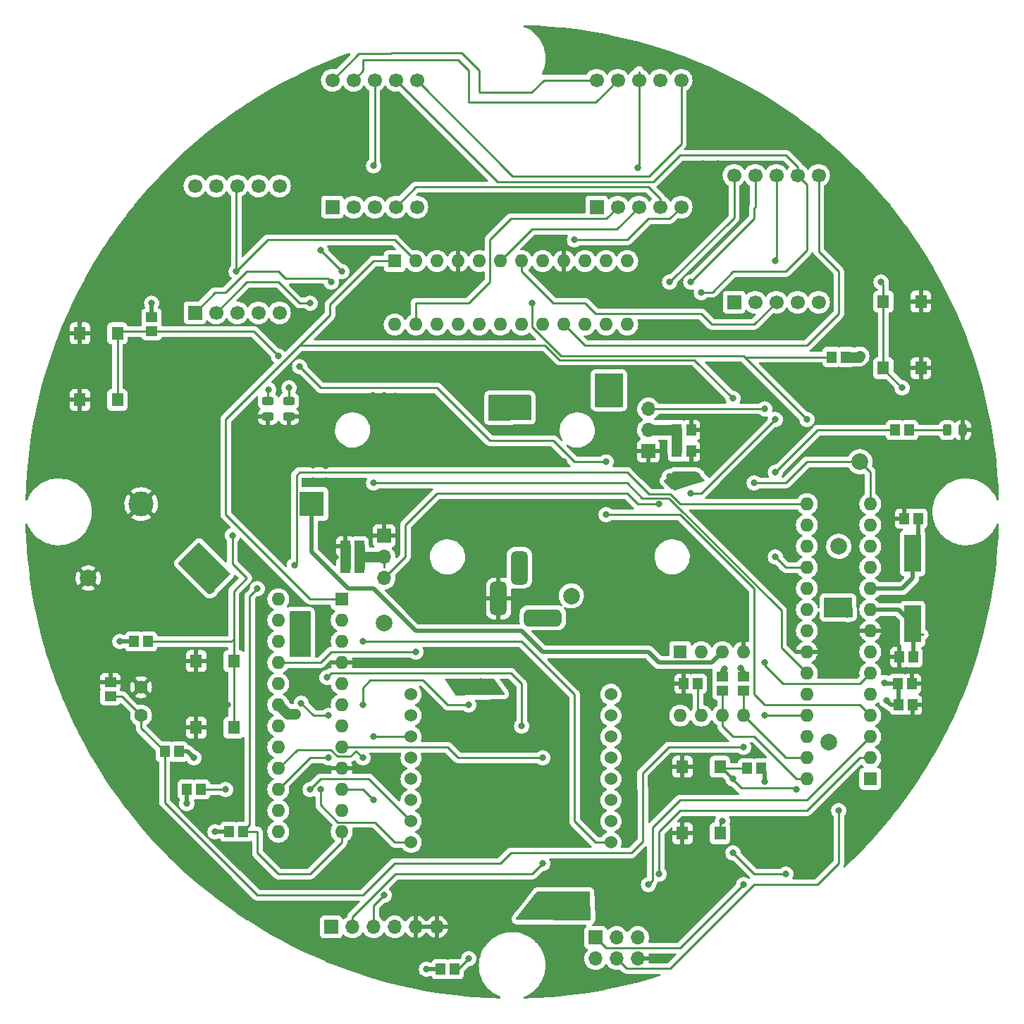
<source format=gbr>
%TF.GenerationSoftware,KiCad,Pcbnew,(6.0.5-0)*%
%TF.CreationDate,2022-07-19T01:27:05-07:00*%
%TF.ProjectId,clock_design,636c6f63-6b5f-4646-9573-69676e2e6b69,rev?*%
%TF.SameCoordinates,PX56c8cc0PY97a25c0*%
%TF.FileFunction,Copper,L1,Top*%
%TF.FilePolarity,Positive*%
%FSLAX46Y46*%
G04 Gerber Fmt 4.6, Leading zero omitted, Abs format (unit mm)*
G04 Created by KiCad (PCBNEW (6.0.5-0)) date 2022-07-19 01:27:05*
%MOMM*%
%LPD*%
G01*
G04 APERTURE LIST*
G04 Aperture macros list*
%AMRoundRect*
0 Rectangle with rounded corners*
0 $1 Rounding radius*
0 $2 $3 $4 $5 $6 $7 $8 $9 X,Y pos of 4 corners*
0 Add a 4 corners polygon primitive as box body*
4,1,4,$2,$3,$4,$5,$6,$7,$8,$9,$2,$3,0*
0 Add four circle primitives for the rounded corners*
1,1,$1+$1,$2,$3*
1,1,$1+$1,$4,$5*
1,1,$1+$1,$6,$7*
1,1,$1+$1,$8,$9*
0 Add four rect primitives between the rounded corners*
20,1,$1+$1,$2,$3,$4,$5,0*
20,1,$1+$1,$4,$5,$6,$7,0*
20,1,$1+$1,$6,$7,$8,$9,0*
20,1,$1+$1,$8,$9,$2,$3,0*%
G04 Aperture macros list end*
%TA.AperFunction,ComponentPad*%
%ADD10C,2.000000*%
%TD*%
%TA.AperFunction,ComponentPad*%
%ADD11C,1.524000*%
%TD*%
%TA.AperFunction,SMDPad,CuDef*%
%ADD12R,1.400000X1.600000*%
%TD*%
%TA.AperFunction,ComponentPad*%
%ADD13R,1.700000X1.700000*%
%TD*%
%TA.AperFunction,ComponentPad*%
%ADD14C,1.700000*%
%TD*%
%TA.AperFunction,SMDPad,CuDef*%
%ADD15R,1.150000X1.400000*%
%TD*%
%TA.AperFunction,SMDPad,CuDef*%
%ADD16R,1.400000X1.150000*%
%TD*%
%TA.AperFunction,SMDPad,CuDef*%
%ADD17R,2.000000X4.500000*%
%TD*%
%TA.AperFunction,SMDPad,CuDef*%
%ADD18RoundRect,0.243750X0.456250X-0.243750X0.456250X0.243750X-0.456250X0.243750X-0.456250X-0.243750X0*%
%TD*%
%TA.AperFunction,SMDPad,CuDef*%
%ADD19RoundRect,0.243750X0.243750X0.456250X-0.243750X0.456250X-0.243750X-0.456250X0.243750X-0.456250X0*%
%TD*%
%TA.AperFunction,ComponentPad*%
%ADD20O,1.700000X1.700000*%
%TD*%
%TA.AperFunction,ComponentPad*%
%ADD21R,1.600000X1.600000*%
%TD*%
%TA.AperFunction,ComponentPad*%
%ADD22O,1.600000X1.600000*%
%TD*%
%TA.AperFunction,ComponentPad*%
%ADD23RoundRect,0.500000X-1.750000X-0.500000X1.750000X-0.500000X1.750000X0.500000X-1.750000X0.500000X0*%
%TD*%
%TA.AperFunction,ComponentPad*%
%ADD24RoundRect,0.500000X0.500000X-1.500000X0.500000X1.500000X-0.500000X1.500000X-0.500000X-1.500000X0*%
%TD*%
%TA.AperFunction,ComponentPad*%
%ADD25C,1.600000*%
%TD*%
%TA.AperFunction,ComponentPad*%
%ADD26R,3.000000X3.000000*%
%TD*%
%TA.AperFunction,ComponentPad*%
%ADD27C,3.000000*%
%TD*%
%TA.AperFunction,ViaPad*%
%ADD28C,0.800000*%
%TD*%
%TA.AperFunction,Conductor*%
%ADD29C,0.508000*%
%TD*%
%TA.AperFunction,Conductor*%
%ADD30C,0.254000*%
%TD*%
%TA.AperFunction,Conductor*%
%ADD31C,1.270000*%
%TD*%
%TA.AperFunction,Conductor*%
%ADD32C,0.250000*%
%TD*%
G04 APERTURE END LIST*
D10*
%TO.P,TP25,1,1*%
%TO.N,EXTRA_1*%
X97039527Y31346340D03*
%TD*%
%TO.P,TP24,1,1*%
%TO.N,GND*%
X8060000Y51050000D03*
%TD*%
%TO.P,TP23,1,1*%
%TO.N,PP5V0*%
X43637154Y45628795D03*
%TD*%
%TO.P,TP22,1,1*%
%TO.N,PP12V0*%
X66113470Y48898535D03*
%TD*%
D11*
%TO.P,D3,1,R5*%
%TO.N,MATRIX_ROW_5*%
X70860000Y19300000D03*
%TO.P,D3,2,R7*%
%TO.N,MATRIX_ROW_7*%
X70860000Y21840000D03*
%TO.P,D3,3,C2*%
%TO.N,MATRIX_COL_2*%
X70860000Y24380000D03*
%TO.P,D3,4,C3*%
%TO.N,MATRIX_COL_3*%
X70860000Y26920000D03*
%TO.P,D3,5,R8*%
%TO.N,MATRIX_ROW_8*%
X70860000Y29460000D03*
%TO.P,D3,6,C5*%
%TO.N,MATRIX_COL_5*%
X70860000Y32000000D03*
%TO.P,D3,7,R6*%
%TO.N,MATRIX_ROW_6*%
X70860000Y34540000D03*
%TO.P,D3,8,R3*%
%TO.N,MATRIX_ROW_3*%
X70860000Y37080000D03*
%TO.P,D3,9,R1*%
%TO.N,MATRIX_ROW_1*%
X46860000Y37080000D03*
%TO.P,D3,10,C4*%
%TO.N,MATRIX_COL_4*%
X46860000Y34540000D03*
%TO.P,D3,11,C6*%
%TO.N,MATRIX_COL_6*%
X46860000Y32000000D03*
%TO.P,D3,12,R4*%
%TO.N,MATRIX_ROW_4*%
X46860000Y29460000D03*
%TO.P,D3,13,C1*%
%TO.N,MATRIX_COL_1*%
X46860000Y26920000D03*
%TO.P,D3,14,R2*%
%TO.N,MATRIX_ROW_2*%
X46860000Y24380000D03*
%TO.P,D3,15,C7*%
%TO.N,MATRIX_COL_7*%
X46860000Y21840000D03*
%TO.P,D3,16,C8*%
%TO.N,MATRIX_COL_8*%
X46860000Y19300000D03*
%TD*%
D12*
%TO.P,SW2,4,B*%
%TO.N,BUTTON_HOURS_L*%
X11580000Y80450000D03*
%TO.P,SW2,3,B*%
X11580000Y72450000D03*
%TO.P,SW2,2,A*%
%TO.N,GND*%
X7080000Y80450000D03*
%TO.P,SW2,1,A*%
X7080000Y72450000D03*
%TD*%
D13*
%TO.P,U6,1,E*%
%TO.N,SEG_E*%
X20887000Y82927000D03*
D14*
%TO.P,U6,2,D*%
%TO.N,SEG_D*%
X23427000Y82927000D03*
%TO.P,U6,3,CC*%
%TO.N,DIG_0_L*%
X25967000Y82927000D03*
%TO.P,U6,4,C*%
%TO.N,SEG_C*%
X28507000Y82927000D03*
%TO.P,U6,5,DP*%
%TO.N,SEG_DP*%
X31047000Y82927000D03*
%TO.P,U6,6,B*%
%TO.N,SEG_B*%
X31047000Y98167000D03*
%TO.P,U6,7,A*%
%TO.N,SEG_A*%
X28507000Y98167000D03*
%TO.P,U6,8,CC*%
%TO.N,DIG_0_L*%
X25967000Y98167000D03*
%TO.P,U6,9,F*%
%TO.N,SEG_F*%
X23427000Y98167000D03*
%TO.P,U6,10,G*%
%TO.N,SEG_G*%
X20887000Y98167000D03*
%TD*%
D13*
%TO.P,U8,1,E*%
%TO.N,SEG_E*%
X37397000Y95627000D03*
D14*
%TO.P,U8,2,D*%
%TO.N,SEG_D*%
X39937000Y95627000D03*
%TO.P,U8,3,CC*%
%TO.N,DIG_1_L*%
X42477000Y95627000D03*
%TO.P,U8,4,C*%
%TO.N,SEG_C*%
X45017000Y95627000D03*
%TO.P,U8,5,DP*%
%TO.N,SEG_DP*%
X47557000Y95627000D03*
%TO.P,U8,6,B*%
%TO.N,SEG_B*%
X47557000Y110867000D03*
%TO.P,U8,7,A*%
%TO.N,SEG_A*%
X45017000Y110867000D03*
%TO.P,U8,8,CC*%
%TO.N,DIG_1_L*%
X42477000Y110867000D03*
%TO.P,U8,9,F*%
%TO.N,SEG_F*%
X39937000Y110867000D03*
%TO.P,U8,10,G*%
%TO.N,SEG_G*%
X37397000Y110867000D03*
%TD*%
D15*
%TO.P,C3,1*%
%TO.N,PP5V0*%
X105449246Y35810000D03*
%TO.P,C3,2*%
%TO.N,GND*%
X107149246Y35810000D03*
%TD*%
%TO.P,R21,1*%
%TO.N,PP5V0*%
X24990000Y20570000D03*
%TO.P,R21,2*%
%TO.N,SPI_MATRIX_SS_L*%
X26690000Y20570000D03*
%TD*%
D10*
%TO.P,TP2,1,1*%
%TO.N,DEBUG_LED_0*%
X100770000Y65020000D03*
%TD*%
D16*
%TO.P,C12,1*%
%TO.N,ADC_0*%
X10723598Y36832927D03*
%TO.P,C12,2*%
%TO.N,GND*%
X10723598Y38532927D03*
%TD*%
D17*
%TO.P,Y1,1,1*%
%TO.N,Net-(C7-Pad1)*%
X107120000Y54030000D03*
%TO.P,Y1,2,2*%
%TO.N,Net-(C6-Pad1)*%
X107120000Y45530000D03*
%TD*%
D15*
%TO.P,C7,1*%
%TO.N,Net-(C7-Pad1)*%
X107775970Y58186564D03*
%TO.P,C7,2*%
%TO.N,GND*%
X106075970Y58186564D03*
%TD*%
D18*
%TO.P,D1,1,K*%
%TO.N,GND*%
X29650000Y70432500D03*
%TO.P,D1,2,A*%
%TO.N,Net-(D1-Pad2)*%
X29650000Y72307500D03*
%TD*%
D16*
%TO.P,R10,1*%
%TO.N,PP5V0*%
X84260000Y39200000D03*
%TO.P,R10,2*%
%TO.N,I2C_SCL*%
X84260000Y37500000D03*
%TD*%
D15*
%TO.P,C6,1*%
%TO.N,Net-(C6-Pad1)*%
X107188703Y41547341D03*
%TO.P,C6,2*%
%TO.N,GND*%
X105488703Y41547341D03*
%TD*%
%TO.P,R18,1*%
%TO.N,PP5V0*%
X19910000Y25650000D03*
%TO.P,R18,2*%
%TO.N,Net-(R18-Pad2)*%
X21610000Y25650000D03*
%TD*%
%TO.P,R5,1*%
%TO.N,PP5V0*%
X18945914Y30197969D03*
%TO.P,R5,2*%
%TO.N,ADC_0*%
X17245914Y30197969D03*
%TD*%
%TO.P,C2,1*%
%TO.N,PP5V0*%
X105336468Y38350000D03*
%TO.P,C2,2*%
%TO.N,GND*%
X107036468Y38350000D03*
%TD*%
D12*
%TO.P,SW5,1,A*%
%TO.N,GND*%
X79470000Y20380000D03*
%TO.P,SW5,2,A*%
X79470000Y28380000D03*
%TO.P,SW5,3,B*%
%TO.N,BUTTON_MATRIX_L*%
X83970000Y20380000D03*
%TO.P,SW5,4,B*%
X83970000Y28380000D03*
%TD*%
D15*
%TO.P,R13,1*%
%TO.N,PP5V0*%
X13560000Y43430000D03*
%TO.P,R13,2*%
%TO.N,BUTTON_MODE_L*%
X15260000Y43430000D03*
%TD*%
D16*
%TO.P,R12,1*%
%TO.N,PP5V0*%
X15680000Y82380000D03*
%TO.P,R12,2*%
%TO.N,BUTTON_HOURS_L*%
X15680000Y80680000D03*
%TD*%
D19*
%TO.P,D4,1,K*%
%TO.N,GND*%
X113137500Y68830000D03*
%TO.P,D4,2,A*%
%TO.N,Net-(D4-Pad2)*%
X111262500Y68830000D03*
%TD*%
D15*
%TO.P,R20,1*%
%TO.N,PP5V0*%
X99080000Y77594340D03*
%TO.P,R20,2*%
%TO.N,SPI_DIG_DISPLAY_SS_L*%
X97380000Y77594340D03*
%TD*%
%TO.P,R15,1*%
%TO.N,PP5V0*%
X88920000Y28190000D03*
%TO.P,R15,2*%
%TO.N,BUTTON_MATRIX_L*%
X87220000Y28190000D03*
%TD*%
D13*
%TO.P,J3,1,Pin_1*%
%TO.N,GND*%
X75370000Y66305000D03*
D20*
%TO.P,J3,2,Pin_2*%
%TO.N,PP5V0*%
X75370000Y68845000D03*
%TO.P,J3,3,Pin_3*%
%TO.N,Net-(J3-Pad3)*%
X75370000Y71385000D03*
%TD*%
D21*
%TO.P,U1,1,~{RESET}/PC6*%
%TO.N,RESET_L*%
X102030000Y26930000D03*
D22*
%TO.P,U1,2,PD0*%
%TO.N,UART_RX*%
X102030000Y29470000D03*
%TO.P,U1,3,PD1*%
%TO.N,UART_TX*%
X102030000Y32010000D03*
%TO.P,U1,4,PD2*%
%TO.N,BUTTON_HOURS_L*%
X102030000Y34550000D03*
%TO.P,U1,5,PD3*%
%TO.N,BUTTON_MINUTES_L*%
X102030000Y37090000D03*
%TO.P,U1,6,PD4*%
%TO.N,DEBUG_LED_1*%
X102030000Y39630000D03*
%TO.P,U1,7,VCC*%
%TO.N,PP5V0*%
X102030000Y42170000D03*
%TO.P,U1,8,GND*%
%TO.N,GND*%
X102030000Y44710000D03*
%TO.P,U1,9,XTAL1/PB6*%
%TO.N,Net-(C6-Pad1)*%
X102030000Y47250000D03*
%TO.P,U1,10,XTAL2/PB7*%
%TO.N,Net-(C7-Pad1)*%
X102030000Y49790000D03*
%TO.P,U1,11,PD5*%
%TO.N,EXTRA_0*%
X102030000Y52330000D03*
%TO.P,U1,12,PD6*%
%TO.N,MOTOR_CONTROL_LEFT*%
X102030000Y54870000D03*
%TO.P,U1,13,PD7*%
%TO.N,MOTOR_CONTROL_RIGHT*%
X102030000Y57410000D03*
%TO.P,U1,14,PB0*%
%TO.N,DEBUG_LED_0*%
X102030000Y59950000D03*
%TO.P,U1,15,PB1*%
%TO.N,SPI_MATRIX_SS_L*%
X94410000Y59950000D03*
%TO.P,U1,16,PB2*%
%TO.N,SPI_DIG_DISPLAY_SS_L*%
X94410000Y57410000D03*
%TO.P,U1,17,PB3*%
%TO.N,SPI_MOSI*%
X94410000Y54870000D03*
%TO.P,U1,18,PB4*%
%TO.N,SPI_MISO*%
X94410000Y52330000D03*
%TO.P,U1,19,PB5*%
%TO.N,SPI_SCLK*%
X94410000Y49790000D03*
%TO.P,U1,20,AVCC*%
%TO.N,PP5V0*%
X94410000Y47250000D03*
%TO.P,U1,21,AREF*%
%TO.N,Net-(C1-Pad1)*%
X94410000Y44710000D03*
%TO.P,U1,22,GND*%
%TO.N,GND*%
X94410000Y42170000D03*
%TO.P,U1,23,PC0*%
%TO.N,BUTTON_MODE_L*%
X94410000Y39630000D03*
%TO.P,U1,24,PC1*%
%TO.N,BUTTON_MATRIX_L*%
X94410000Y37090000D03*
%TO.P,U1,25,PC2*%
%TO.N,ADC_0*%
X94410000Y34550000D03*
%TO.P,U1,26,PC3*%
%TO.N,EXTRA_1*%
X94410000Y32010000D03*
%TO.P,U1,27,PC4*%
%TO.N,I2C_SDA*%
X94410000Y29470000D03*
%TO.P,U1,28,PC5*%
%TO.N,I2C_SCL*%
X94410000Y26930000D03*
%TD*%
D15*
%TO.P,R17,1*%
%TO.N,SPI_SCLK*%
X105000000Y68830000D03*
%TO.P,R17,2*%
%TO.N,Net-(D4-Pad2)*%
X106700000Y68830000D03*
%TD*%
D13*
%TO.P,U9,1,E*%
%TO.N,SEG_E*%
X85657000Y84197000D03*
D14*
%TO.P,U9,2,D*%
%TO.N,SEG_D*%
X88197000Y84197000D03*
%TO.P,U9,3,CC*%
%TO.N,DIG_3_L*%
X90737000Y84197000D03*
%TO.P,U9,4,C*%
%TO.N,SEG_C*%
X93277000Y84197000D03*
%TO.P,U9,5,DP*%
%TO.N,SEG_DP*%
X95817000Y84197000D03*
%TO.P,U9,6,B*%
%TO.N,SEG_B*%
X95817000Y99437000D03*
%TO.P,U9,7,A*%
%TO.N,SEG_A*%
X93277000Y99437000D03*
%TO.P,U9,8,CC*%
%TO.N,DIG_3_L*%
X90737000Y99437000D03*
%TO.P,U9,9,F*%
%TO.N,SEG_F*%
X88197000Y99437000D03*
%TO.P,U9,10,G*%
%TO.N,SEG_G*%
X85657000Y99437000D03*
%TD*%
D15*
%TO.P,C19,1*%
%TO.N,PP5V0*%
X78792510Y68814778D03*
%TO.P,C19,2*%
%TO.N,GND*%
X80492510Y68814778D03*
%TD*%
D12*
%TO.P,SW3,1,A*%
%TO.N,GND*%
X21050000Y33080000D03*
%TO.P,SW3,2,A*%
X21050000Y41080000D03*
%TO.P,SW3,3,B*%
%TO.N,BUTTON_MODE_L*%
X25550000Y33080000D03*
%TO.P,SW3,4,B*%
X25550000Y41080000D03*
%TD*%
D15*
%TO.P,C26,1*%
%TO.N,PP5V0*%
X40660000Y52320000D03*
%TO.P,C26,2*%
%TO.N,GND*%
X38960000Y52320000D03*
%TD*%
%TO.P,R11,1*%
%TO.N,PP5V0*%
X50390000Y4060000D03*
%TO.P,R11,2*%
%TO.N,RESET_L*%
X52090000Y4060000D03*
%TD*%
D10*
%TO.P,TP1,1,1*%
%TO.N,EXTRA_0*%
X98230000Y54860000D03*
%TD*%
D18*
%TO.P,D2,1,K*%
%TO.N,GND*%
X32190000Y70432500D03*
%TO.P,D2,2,A*%
%TO.N,Net-(D2-Pad2)*%
X32190000Y72307500D03*
%TD*%
D15*
%TO.P,C25,1*%
%TO.N,PP5V0*%
X78792510Y66274778D03*
%TO.P,C25,2*%
%TO.N,GND*%
X80492510Y66274778D03*
%TD*%
D13*
%TO.P,U7,1,E*%
%TO.N,SEG_E*%
X69147000Y95627000D03*
D14*
%TO.P,U7,2,D*%
%TO.N,SEG_D*%
X71687000Y95627000D03*
%TO.P,U7,3,CC*%
%TO.N,DIG_2_L*%
X74227000Y95627000D03*
%TO.P,U7,4,C*%
%TO.N,SEG_C*%
X76767000Y95627000D03*
%TO.P,U7,5,DP*%
%TO.N,SEG_DP*%
X79307000Y95627000D03*
%TO.P,U7,6,B*%
%TO.N,SEG_B*%
X79307000Y110867000D03*
%TO.P,U7,7,A*%
%TO.N,SEG_A*%
X76767000Y110867000D03*
%TO.P,U7,8,CC*%
%TO.N,DIG_2_L*%
X74227000Y110867000D03*
%TO.P,U7,9,F*%
%TO.N,SEG_F*%
X71687000Y110867000D03*
%TO.P,U7,10,G*%
%TO.N,SEG_G*%
X69147000Y110867000D03*
%TD*%
D12*
%TO.P,SW4,1,A*%
%TO.N,GND*%
X108100000Y84260000D03*
%TO.P,SW4,2,A*%
X108100000Y76260000D03*
%TO.P,SW4,3,B*%
%TO.N,BUTTON_MINUTES_L*%
X103600000Y84260000D03*
%TO.P,SW4,4,B*%
X103600000Y76260000D03*
%TD*%
D13*
%TO.P,J4,1,Pin_1*%
%TO.N,GND*%
X43620000Y56115000D03*
D20*
%TO.P,J4,2,Pin_2*%
%TO.N,PP5V0*%
X43620000Y53575000D03*
%TO.P,J4,3,Pin_3*%
%TO.N,Net-(J4-Pad3)*%
X43620000Y51035000D03*
%TD*%
D15*
%TO.P,C20,1*%
%TO.N,PP5V0*%
X40660000Y54860000D03*
%TO.P,C20,2*%
%TO.N,GND*%
X38960000Y54860000D03*
%TD*%
D16*
%TO.P,R9,1*%
%TO.N,PP5V0*%
X86800000Y39200000D03*
%TO.P,R9,2*%
%TO.N,I2C_SDA*%
X86800000Y37500000D03*
%TD*%
D15*
%TO.P,R1,1*%
%TO.N,Net-(R1-Pad1)*%
X81300000Y38350000D03*
%TO.P,R1,2*%
%TO.N,GND*%
X79600000Y38350000D03*
%TD*%
D21*
%TO.P,U5,1,DIN*%
%TO.N,SPI_MOSI*%
X38530000Y48515000D03*
D22*
%TO.P,U5,2,DIG_0*%
%TO.N,MATRIX_ROW_1*%
X38530000Y45975000D03*
%TO.P,U5,3,DIG_4*%
%TO.N,MATRIX_ROW_5*%
X38530000Y43435000D03*
%TO.P,U5,4,GND*%
%TO.N,GND*%
X38530000Y40895000D03*
%TO.P,U5,5,DIG_6*%
%TO.N,MATRIX_ROW_7*%
X38530000Y38355000D03*
%TO.P,U5,6,DIG_2*%
%TO.N,MATRIX_ROW_3*%
X38530000Y35815000D03*
%TO.P,U5,7,DIG_3*%
%TO.N,MATRIX_ROW_4*%
X38530000Y33275000D03*
%TO.P,U5,8,DIG_7*%
%TO.N,MATRIX_ROW_8*%
X38530000Y30735000D03*
%TO.P,U5,9,GND*%
%TO.N,GND*%
X38530000Y28195000D03*
%TO.P,U5,10,DIG_5*%
%TO.N,MATRIX_ROW_6*%
X38530000Y25655000D03*
%TO.P,U5,11,DIG_1*%
%TO.N,MATRIX_ROW_2*%
X38530000Y23115000D03*
%TO.P,U5,12,LOAD*%
%TO.N,SPI_MATRIX_SS_L*%
X38530000Y20575000D03*
%TO.P,U5,13,CLK*%
%TO.N,SPI_SCLK*%
X30910000Y20575000D03*
%TO.P,U5,14,SEG_A*%
%TO.N,MATRIX_COL_1*%
X30910000Y23115000D03*
%TO.P,U5,15,SEG_F*%
%TO.N,MATRIX_COL_6*%
X30910000Y25655000D03*
%TO.P,U5,16,SEG_B*%
%TO.N,MATRIX_COL_2*%
X30910000Y28195000D03*
%TO.P,U5,17,SEG_G*%
%TO.N,MATRIX_COL_7*%
X30910000Y30735000D03*
%TO.P,U5,18,ISET*%
%TO.N,Net-(R18-Pad2)*%
X30910000Y33275000D03*
%TO.P,U5,19,V+*%
%TO.N,PP5V0*%
X30910000Y35815000D03*
%TO.P,U5,20,SEG_C*%
%TO.N,MATRIX_COL_3*%
X30910000Y38355000D03*
%TO.P,U5,21,SEG_E*%
%TO.N,MATRIX_COL_5*%
X30910000Y40895000D03*
%TO.P,U5,22,SEG_DP*%
%TO.N,MATRIX_COL_8*%
X30910000Y43435000D03*
%TO.P,U5,23,SEG_D*%
%TO.N,MATRIX_COL_4*%
X30910000Y45975000D03*
%TO.P,U5,24,DOUT*%
%TO.N,SPI_MISO*%
X30910000Y48515000D03*
%TD*%
D23*
%TO.P,J1,1,POLE*%
%TO.N,PP12V0*%
X62670000Y46280000D03*
D24*
%TO.P,J1,2,OUT*%
%TO.N,GND*%
X57370000Y48580000D03*
%TO.P,J1,3,OUT*%
%TO.N,unconnected-(J1-Pad3)*%
X59870000Y52280000D03*
%TD*%
D13*
%TO.P,J5,1,Pin_1*%
%TO.N,SPI_MISO*%
X69020000Y7870000D03*
D20*
%TO.P,J5,2,Pin_2*%
%TO.N,PP5V0*%
X69020000Y5330000D03*
%TO.P,J5,3,Pin_3*%
%TO.N,SPI_SCLK*%
X71560000Y7870000D03*
%TO.P,J5,4,Pin_4*%
%TO.N,SPI_MOSI*%
X71560000Y5330000D03*
%TO.P,J5,5,Pin_5*%
%TO.N,RESET_L*%
X74100000Y7870000D03*
%TO.P,J5,6,Pin_6*%
%TO.N,GND*%
X74100000Y5330000D03*
%TD*%
D25*
%TO.P,R6,2*%
%TO.N,GND*%
X14410000Y37940000D03*
%TO.P,R6,1*%
%TO.N,ADC_0*%
X14410000Y34540000D03*
%TD*%
D21*
%TO.P,U4,1,DIN*%
%TO.N,SPI_MOSI*%
X44885000Y89140000D03*
D22*
%TO.P,U4,2,DIG_0*%
%TO.N,DIG_0_L*%
X47425000Y89140000D03*
%TO.P,U4,3,DIG_4*%
%TO.N,unconnected-(U4-Pad3)*%
X49965000Y89140000D03*
%TO.P,U4,4,GND*%
%TO.N,GND*%
X52505000Y89140000D03*
%TO.P,U4,5,DIG_6*%
%TO.N,unconnected-(U4-Pad5)*%
X55045000Y89140000D03*
%TO.P,U4,6,DIG_2*%
%TO.N,DIG_2_L*%
X57585000Y89140000D03*
%TO.P,U4,7,DIG_3*%
%TO.N,DIG_3_L*%
X60125000Y89140000D03*
%TO.P,U4,8,DIG_7*%
%TO.N,unconnected-(U4-Pad8)*%
X62665000Y89140000D03*
%TO.P,U4,9,GND*%
%TO.N,GND*%
X65205000Y89140000D03*
%TO.P,U4,10,DIG_5*%
%TO.N,unconnected-(U4-Pad10)*%
X67745000Y89140000D03*
%TO.P,U4,11,DIG_1*%
%TO.N,DIG_1_L*%
X70285000Y89140000D03*
%TO.P,U4,12,LOAD*%
%TO.N,SPI_DIG_DISPLAY_SS_L*%
X72825000Y89140000D03*
%TO.P,U4,13,CLK*%
%TO.N,SPI_SCLK*%
X72825000Y81520000D03*
%TO.P,U4,14,SEG_A*%
%TO.N,SEG_A*%
X70285000Y81520000D03*
%TO.P,U4,15,SEG_F*%
%TO.N,SEG_F*%
X67745000Y81520000D03*
%TO.P,U4,16,SEG_B*%
%TO.N,SEG_B*%
X65205000Y81520000D03*
%TO.P,U4,17,SEG_G*%
%TO.N,SEG_G*%
X62665000Y81520000D03*
%TO.P,U4,18,ISET*%
%TO.N,Net-(R16-Pad2)*%
X60125000Y81520000D03*
%TO.P,U4,19,V+*%
%TO.N,PP5V0*%
X57585000Y81520000D03*
%TO.P,U4,20,SEG_C*%
%TO.N,SEG_C*%
X55045000Y81520000D03*
%TO.P,U4,21,SEG_E*%
%TO.N,SEG_E*%
X52505000Y81520000D03*
%TO.P,U4,22,SEG_DP*%
%TO.N,SEG_DP*%
X49965000Y81520000D03*
%TO.P,U4,23,SEG_D*%
%TO.N,SEG_D*%
X47425000Y81520000D03*
%TO.P,U4,24,DOUT*%
%TO.N,SPI_MISO*%
X44885000Y81520000D03*
%TD*%
D21*
%TO.P,U3,1,X1*%
%TO.N,Net-(U3-Pad1)*%
X79180000Y42160000D03*
D22*
%TO.P,U3,2,X2*%
%TO.N,Net-(U3-Pad2)*%
X81720000Y42160000D03*
%TO.P,U3,3,VBAT*%
%TO.N,Net-(BT1-Pad1)*%
X84260000Y42160000D03*
%TO.P,U3,4,GND*%
%TO.N,GND*%
X86800000Y42160000D03*
%TO.P,U3,5,SDA*%
%TO.N,I2C_SDA*%
X86800000Y34540000D03*
%TO.P,U3,6,SCL*%
%TO.N,I2C_SCL*%
X84260000Y34540000D03*
%TO.P,U3,7,SQW/OUT*%
%TO.N,Net-(R1-Pad1)*%
X81720000Y34540000D03*
%TO.P,U3,8,VCC*%
%TO.N,PP5V0*%
X79180000Y34540000D03*
%TD*%
D26*
%TO.P,BT1,1,+*%
%TO.N,Net-(BT1-Pad1)*%
X34913686Y59939983D03*
D27*
%TO.P,BT1,2,-*%
%TO.N,GND*%
X14423686Y59939983D03*
%TD*%
D13*
%TO.P,J2,1,Pin_1*%
%TO.N,Net-(C13-Pad2)*%
X37270000Y9140000D03*
D20*
%TO.P,J2,2,Pin_2*%
%TO.N,Net-(J2-Pad2)*%
X39810000Y9140000D03*
%TO.P,J2,3,Pin_3*%
%TO.N,Net-(J2-Pad3)*%
X42350000Y9140000D03*
%TO.P,J2,4,Pin_4*%
%TO.N,unconnected-(J2-Pad4)*%
X44890000Y9140000D03*
%TO.P,J2,5,Pin_5*%
%TO.N,GND*%
X47430000Y9140000D03*
%TO.P,J2,6,Pin_6*%
X49970000Y9140000D03*
%TD*%
D28*
%TO.N,PP5V0*%
X99272795Y46656035D03*
X99251939Y48241084D03*
X97145492Y46760315D03*
X97082924Y48303652D03*
%TO.N,GND*%
X36659527Y62726094D03*
X35073589Y62726094D03*
X36550152Y64558126D03*
X35100932Y64585470D03*
X83708857Y100874597D03*
X81914495Y100847816D03*
X83608542Y102875938D03*
X81902788Y102918581D03*
%TO.N,PP5V0*%
X62670000Y12950000D03*
X67750000Y12950000D03*
X65210000Y12950000D03*
X60130000Y10410000D03*
X62670000Y10410000D03*
X65210000Y10410000D03*
X67750000Y10410000D03*
X89318192Y26571418D03*
X24362404Y51658478D03*
X23414865Y52678905D03*
X22394438Y53662888D03*
X21519786Y54573984D03*
X19624707Y52824680D03*
X20572247Y51950029D03*
X22831764Y49617624D03*
X21665561Y50856714D03*
X32741066Y42471422D03*
X56337181Y37600346D03*
X55245580Y38652493D03*
X52957162Y37508284D03*
X51839256Y38481519D03*
X81188146Y63365344D03*
X79031183Y62272090D03*
X77908381Y63247155D03*
X60596866Y72439281D03*
X58588393Y72439281D03*
X56698065Y72439281D03*
X60549608Y70430808D03*
X58659280Y70407179D03*
X56674436Y70336291D03*
X71560000Y75180000D03*
X69808161Y75142627D03*
X71679253Y72141083D03*
X69808161Y72180064D03*
X100770000Y77720000D03*
X33873931Y46087877D03*
X32784637Y46109663D03*
X33961075Y42514994D03*
%TO.N,GND*%
X103592995Y62365835D03*
X100480648Y62350089D03*
X76887071Y7777349D03*
X76923320Y5526146D03*
X44890000Y76450000D03*
X43620000Y76450000D03*
X42350000Y76450000D03*
X44945079Y72939281D03*
X43637345Y72997402D03*
X42300551Y72968342D03*
X23300000Y62480000D03*
X23300000Y63750000D03*
X23300000Y65020000D03*
X23300000Y66290000D03*
X25840000Y62480000D03*
X25840000Y63750000D03*
X25840000Y65020000D03*
X25840000Y66290000D03*
X32190000Y11680000D03*
X29650000Y11680000D03*
X31755598Y14203399D03*
X29569518Y14351607D03*
X28380000Y15490000D03*
X31570337Y16982314D03*
X30421719Y18056828D03*
X77470304Y31902522D03*
X76371065Y30876566D03*
X75235186Y30070457D03*
X74209229Y29007860D03*
X77616869Y29007860D03*
X76640000Y28190000D03*
X76004653Y27285719D03*
X67750000Y40890000D03*
X65210000Y40890000D03*
X63940000Y43430000D03*
X66480000Y43430000D03*
X69020000Y43430000D03*
X53780000Y45970000D03*
X52510000Y45970000D03*
X60852724Y40560522D03*
X57590000Y42160000D03*
X55050000Y42160000D03*
X58860000Y42160000D03*
%TO.N,MATRIX_COL_6*%
X42350000Y32000000D03*
X36955220Y29460000D03*
%TO.N,SEG_DP*%
X66480000Y91690000D03*
%TO.N,PP5V0*%
X86426157Y40217882D03*
X84503153Y40180543D03*
%TO.N,GND*%
X79794238Y17802245D03*
X82990000Y32000000D03*
X76822192Y25824827D03*
X67750000Y66290000D03*
X70290000Y66290000D03*
X62670000Y65020000D03*
X65210000Y65020000D03*
X88070000Y53590000D03*
X86800000Y54860000D03*
X85530000Y56130000D03*
X59968665Y41528777D03*
X56320000Y42160000D03*
X53780000Y42160000D03*
X72830000Y40890000D03*
X70290000Y40890000D03*
X48700000Y45970000D03*
X51240000Y45970000D03*
X49970000Y45970000D03*
X69020000Y59940000D03*
X66480000Y59940000D03*
X81720000Y53590000D03*
X82990000Y52320000D03*
X84260000Y51050000D03*
X75370000Y43903316D03*
X72814096Y43968444D03*
X70271067Y43933608D03*
X60351955Y76863451D03*
X54770371Y76863451D03*
%TO.N,BUTTON_HOURS_L*%
X30920000Y77720000D03*
X33460000Y76450000D03*
X70290000Y65020000D03*
X70290000Y58670000D03*
%TO.N,PP5V0*%
X15680000Y84070000D03*
%TO.N,GND*%
X49970000Y67560000D03*
X52510000Y68830000D03*
X51240000Y68830000D03*
X52510000Y67560000D03*
X51240000Y67560000D03*
X51240000Y66290000D03*
X51240000Y65020000D03*
X49970000Y65020000D03*
X48700000Y65020000D03*
X47430000Y65020000D03*
X52510000Y65020000D03*
X52510000Y66290000D03*
X49970000Y66290000D03*
X48700000Y66290000D03*
X47430000Y66290000D03*
X24790097Y35848890D03*
X23889698Y38269965D03*
%TO.N,PP5V0*%
X103982215Y36348767D03*
X103735913Y38483378D03*
X31994405Y34730595D03*
X32980683Y34730595D03*
X11870000Y43430000D03*
X48700000Y4060000D03*
X23300000Y20570000D03*
X19910000Y23960000D03*
X20760000Y29460000D03*
%TO.N,BUTTON_MINUTES_L*%
X103310000Y86610000D03*
X105850000Y73910000D03*
%TO.N,DEBUG_LED_1*%
X89340000Y40890000D03*
%TO.N,DEBUG_LED_0*%
X88070000Y62480000D03*
%TO.N,Net-(D1-Pad2)*%
X29768373Y73659392D03*
%TO.N,Net-(D2-Pad2)*%
X32190000Y73910000D03*
%TO.N,MATRIX_COL_3*%
X33658638Y36008638D03*
X36915702Y34548616D03*
X41080000Y35810000D03*
X53780000Y35810000D03*
%TO.N,ADC_0*%
X89340000Y34540000D03*
X86800000Y30730000D03*
%TO.N,SPI_DIG_DISPLAY_SS_L*%
X61400000Y84070000D03*
X94420000Y70100000D03*
%TO.N,SPI_MATRIX_SS_L*%
X28380000Y49780000D03*
X32860842Y52614072D03*
%TO.N,Net-(J4-Pad3)*%
X76640000Y59940000D03*
X80450000Y61210000D03*
X90610000Y70100000D03*
%TO.N,Net-(J3-Pad3)*%
X89340000Y71370000D03*
%TO.N,RESET_L*%
X85530000Y18030000D03*
X91880000Y15490000D03*
X53780000Y5330000D03*
%TO.N,MATRIX_ROW_5*%
X41080000Y43430000D03*
%TO.N,MATRIX_COL_2*%
X41080000Y29460000D03*
%TO.N,MATRIX_ROW_8*%
X62670000Y29460000D03*
%TO.N,MATRIX_COL_5*%
X47430000Y42160000D03*
%TO.N,MATRIX_ROW_6*%
X42350000Y24380000D03*
%TO.N,MATRIX_ROW_3*%
X36758900Y39108900D03*
X60130000Y33270000D03*
%TO.N,MATRIX_COL_7*%
X34730000Y25650000D03*
%TO.N,MATRIX_COL_8*%
X36000000Y25650000D03*
%TO.N,Net-(J2-Pad3)*%
X43620000Y12950000D03*
%TO.N,Net-(J2-Pad2)*%
X62670000Y16760000D03*
%TO.N,SPI_MISO*%
X86800000Y14220000D03*
X90610000Y53590000D03*
%TO.N,SPI_SCLK*%
X90610000Y63750000D03*
%TO.N,SPI_MOSI*%
X98230000Y23110000D03*
X85530000Y72640000D03*
%TO.N,UART_RX*%
X76640000Y15490000D03*
%TO.N,UART_TX*%
X75370000Y14220000D03*
%TO.N,BUTTON_MODE_L*%
X25398909Y56164922D03*
X42350000Y62480000D03*
%TO.N,BUTTON_MATRIX_L*%
X85530000Y26920000D03*
X84260000Y21840000D03*
X93150000Y25650000D03*
%TO.N,Net-(R18-Pad2)*%
X24570000Y25650000D03*
%TO.N,DIG_0_L*%
X25840000Y87880000D03*
%TO.N,SEG_A*%
X81720000Y85340000D03*
%TO.N,SEG_F*%
X80450000Y86610000D03*
%TO.N,SEG_G*%
X77910000Y86610000D03*
%TO.N,DIG_2_L*%
X74071530Y100310807D03*
%TO.N,DIG_3_L*%
X90610000Y89150000D03*
%TO.N,SEG_C*%
X38540000Y87880000D03*
X36000000Y90420000D03*
%TO.N,SEG_E*%
X37270000Y86610000D03*
%TO.N,DIG_1_L*%
X42350000Y100580000D03*
%TO.N,SEG_D*%
X34730000Y84070000D03*
%TD*%
D29*
%TO.N,PP5V0*%
X89318192Y26571418D02*
X89318192Y27791808D01*
X89318192Y27791808D02*
X88920000Y28190000D01*
D30*
%TO.N,BUTTON_MODE_L*%
X25398909Y56164922D02*
X25398909Y52761091D01*
X25550000Y49490000D02*
X25550000Y43720000D01*
X25398909Y52761091D02*
X27110000Y51050000D01*
X27110000Y51050000D02*
X25550000Y49490000D01*
%TO.N,MATRIX_COL_3*%
X53780000Y35810000D02*
X51240000Y35810000D01*
X51240000Y35810000D02*
X48296206Y38753794D01*
X48296206Y38753794D02*
X41952753Y38753794D01*
X41952753Y38753794D02*
X41080000Y37881041D01*
X41080000Y37881041D02*
X41080000Y35810000D01*
%TO.N,MATRIX_ROW_3*%
X60130000Y33270000D02*
X60130000Y38350000D01*
X60130000Y38350000D02*
X58860000Y39620000D01*
X58860000Y39620000D02*
X37270000Y39620000D01*
X37270000Y39620000D02*
X36758900Y39108900D01*
%TO.N,SPI_MATRIX_SS_L*%
X33083975Y52837205D02*
X33083975Y63373975D01*
X79191799Y59950000D02*
X94410000Y59950000D01*
X33083975Y63373975D02*
X33460000Y63750000D01*
X33460000Y63750000D02*
X72830000Y63750000D01*
X72830000Y63750000D02*
X75453569Y61126431D01*
X32860842Y52614072D02*
X33083975Y52837205D01*
X75453569Y61126431D02*
X78015368Y61126431D01*
X78015368Y61126431D02*
X79191799Y59950000D01*
%TO.N,BUTTON_MODE_L*%
X42350000Y62480000D02*
X72830000Y62480000D01*
X72830000Y62480000D02*
X74640289Y60669711D01*
X77826188Y60669711D02*
X91338271Y47157628D01*
X91338271Y47157628D02*
X91338271Y42701729D01*
X74640289Y60669711D02*
X77826188Y60669711D01*
X91338271Y42701729D02*
X94410000Y39630000D01*
%TO.N,BUTTON_HOURS_L*%
X70290000Y65020000D02*
X66480000Y65020000D01*
X36000000Y73910000D02*
X33460000Y76450000D01*
X66480000Y65020000D02*
X63940000Y67560000D01*
X49970000Y73910000D02*
X36000000Y73910000D01*
X63940000Y67560000D02*
X56320000Y67560000D01*
X56320000Y67560000D02*
X49970000Y73910000D01*
%TO.N,SPI_MOSI*%
X85530000Y72640000D02*
X80906720Y77263280D01*
X80906720Y77263280D02*
X64678166Y77263280D01*
X64678166Y77263280D02*
X62951446Y78990000D01*
X62951446Y78990000D02*
X33460000Y78990000D01*
%TO.N,DIG_2_L*%
X74227000Y100466277D02*
X74227000Y110867000D01*
X74071530Y100310807D02*
X74227000Y100466277D01*
%TO.N,SEG_B*%
X47557000Y110867000D02*
X59060302Y99363698D01*
X59060302Y99363698D02*
X75423698Y99363698D01*
X75423698Y99363698D02*
X79307000Y103247000D01*
X79307000Y103247000D02*
X79307000Y110867000D01*
%TO.N,SEG_A*%
X45017000Y110867000D02*
X57230634Y98653366D01*
X79180000Y101850000D02*
X91880000Y101850000D01*
X57230634Y98653366D02*
X75983366Y98653366D01*
X75983366Y98653366D02*
X79180000Y101850000D01*
X91880000Y101850000D02*
X93277000Y100453000D01*
X93277000Y100453000D02*
X93277000Y99437000D01*
D31*
%TO.N,PP5V0*%
X100644340Y77594340D02*
X100770000Y77720000D01*
X99080000Y77594340D02*
X100644340Y77594340D01*
D30*
%TO.N,MATRIX_COL_5*%
X47430000Y42160000D02*
X37270000Y42160000D01*
X37270000Y42160000D02*
X36005000Y40895000D01*
X36005000Y40895000D02*
X30910000Y40895000D01*
%TO.N,MATRIX_COL_6*%
X34715000Y29460000D02*
X30910000Y25655000D01*
X36955220Y29460000D02*
X34715000Y29460000D01*
%TO.N,MATRIX_COL_2*%
X41080000Y29460000D02*
X40261720Y30278280D01*
X40261720Y30278280D02*
X39588729Y29605289D01*
X39588729Y29605289D02*
X38062057Y29605289D01*
X37220395Y30446951D02*
X33161951Y30446951D01*
X33161951Y30446951D02*
X30910000Y28195000D01*
X38062057Y29605289D02*
X37220395Y30446951D01*
%TO.N,MATRIX_COL_7*%
X34730000Y25650000D02*
X36000000Y26920000D01*
X36000000Y26920000D02*
X41780000Y26920000D01*
X41780000Y26920000D02*
X46860000Y21840000D01*
%TO.N,SEG_D*%
X53780000Y84070000D02*
X47430000Y84070000D01*
X70290000Y94230000D02*
X58860000Y94230000D01*
X47425000Y84065000D02*
X47425000Y81520000D01*
X71687000Y95627000D02*
X70290000Y94230000D01*
X47430000Y84070000D02*
X47425000Y84065000D01*
X58860000Y94230000D02*
X56320000Y91690000D01*
X56320000Y86610000D02*
X53780000Y84070000D01*
X56320000Y91690000D02*
X56320000Y86610000D01*
%TO.N,SEG_C*%
X45017000Y95627000D02*
X47430000Y98040000D01*
X75370000Y98040000D02*
X76767000Y96643000D01*
X47430000Y98040000D02*
X75370000Y98040000D01*
X76767000Y96643000D02*
X76767000Y95627000D01*
%TO.N,MATRIX_COL_6*%
X42350000Y32000000D02*
X46860000Y32000000D01*
%TO.N,SEG_DP*%
X75370000Y94230000D02*
X77910000Y94230000D01*
X66480000Y91690000D02*
X72830000Y91690000D01*
X72830000Y91690000D02*
X75370000Y94230000D01*
X77910000Y94230000D02*
X79307000Y95627000D01*
D29*
%TO.N,PP5V0*%
X86800000Y39844039D02*
X86426157Y40217882D01*
X86800000Y39200000D02*
X86800000Y39844039D01*
X84260000Y39937390D02*
X84503153Y40180543D01*
X84260000Y39200000D02*
X84260000Y39937390D01*
D31*
%TO.N,GND*%
X38960000Y52320000D02*
X38960000Y54860000D01*
D30*
%TO.N,BUTTON_HOURS_L*%
X15680000Y80680000D02*
X27960000Y80680000D01*
X27960000Y80680000D02*
X30920000Y77720000D01*
X79180000Y58670000D02*
X70290000Y58670000D01*
X94420000Y35810000D02*
X89340000Y35810000D01*
X88070000Y49780000D02*
X81720000Y56130000D01*
X88070000Y39620000D02*
X88070000Y43430000D01*
X81720000Y56130000D02*
X79180000Y58670000D01*
X102030000Y34550000D02*
X100770000Y35810000D01*
X89340000Y35810000D02*
X88070000Y37080000D01*
X88070000Y37080000D02*
X88070000Y39620000D01*
X88070000Y43430000D02*
X88070000Y49780000D01*
X100770000Y35810000D02*
X94420000Y35810000D01*
D29*
%TO.N,PP5V0*%
X15680000Y82380000D02*
X15680000Y84070000D01*
D30*
%TO.N,SEG_G*%
X37397000Y110867000D02*
X40588411Y114058411D01*
X44480387Y114099380D02*
X52960620Y114099380D01*
X55050000Y109470000D02*
X55148038Y109371962D01*
X40588411Y114058411D02*
X44439418Y114058411D01*
X44439418Y114058411D02*
X44480387Y114099380D01*
X55050000Y112010000D02*
X55050000Y109470000D01*
X52960620Y114099380D02*
X55050000Y112010000D01*
X62797000Y110867000D02*
X69147000Y110867000D01*
X55148038Y109371962D02*
X61301962Y109371962D01*
X61301962Y109371962D02*
X62797000Y110867000D01*
%TO.N,SEG_F*%
X53780000Y112010000D02*
X53780000Y108200000D01*
X52510000Y113280000D02*
X53780000Y112010000D01*
X41080000Y113280000D02*
X52510000Y113280000D01*
X53780000Y108200000D02*
X69020000Y108200000D01*
X69020000Y108200000D02*
X71687000Y110867000D01*
X41080000Y112010000D02*
X41080000Y113280000D01*
X39937000Y110867000D02*
X41080000Y112010000D01*
%TO.N,SPI_MATRIX_SS_L*%
X26690000Y20680208D02*
X27479896Y21470104D01*
X26690000Y20570000D02*
X26690000Y20680208D01*
X28380000Y49780000D02*
X27479896Y48879896D01*
X27479896Y48879896D02*
X27479896Y21470104D01*
D31*
%TO.N,PP5V0*%
X40660000Y53170000D02*
X40660000Y54860000D01*
X40660000Y52320000D02*
X40660000Y53170000D01*
X40660000Y53170000D02*
X41065000Y53575000D01*
X41065000Y53575000D02*
X43620000Y53575000D01*
X78792510Y68814778D02*
X78792510Y66274778D01*
X75370000Y68845000D02*
X78762288Y68845000D01*
X78762288Y68845000D02*
X78792510Y68814778D01*
D29*
X104520982Y35810000D02*
X103982215Y36348767D01*
X105449246Y35810000D02*
X104520982Y35810000D01*
X105449246Y35810000D02*
X105449246Y38237222D01*
X105449246Y38237222D02*
X105336468Y38350000D01*
X103869291Y38350000D02*
X103735913Y38483378D01*
X105336468Y38350000D02*
X103869291Y38350000D01*
D31*
X31994405Y34730595D02*
X32980683Y34730595D01*
X30910000Y35815000D02*
X31994405Y34730595D01*
D29*
X13560000Y43430000D02*
X11870000Y43430000D01*
X50390000Y4060000D02*
X48700000Y4060000D01*
X24990000Y20570000D02*
X23300000Y20570000D01*
X19910000Y25650000D02*
X19910000Y23960000D01*
X20022031Y30197969D02*
X20760000Y29460000D01*
X18945914Y30197969D02*
X20022031Y30197969D01*
D30*
%TO.N,Net-(R1-Pad1)*%
X81300000Y38350000D02*
X81300000Y34960000D01*
X81300000Y34960000D02*
X81720000Y34540000D01*
D29*
%TO.N,Net-(BT1-Pad1)*%
X34913686Y59939983D02*
X34913686Y54177892D01*
X34913686Y54177892D02*
X39311578Y49780000D01*
X39311578Y49780000D02*
X42350000Y49780000D01*
X42350000Y49780000D02*
X47430000Y44700000D01*
X47430000Y44700000D02*
X60130000Y44700000D01*
X60130000Y44700000D02*
X62670000Y42160000D01*
X62670000Y42160000D02*
X75370000Y42160000D01*
X75370000Y42160000D02*
X76640000Y40890000D01*
X76640000Y40890000D02*
X82990000Y40890000D01*
X82990000Y40890000D02*
X84260000Y42160000D01*
D30*
%TO.N,BUTTON_HOURS_L*%
X15680000Y80680000D02*
X11810000Y80680000D01*
X11810000Y80680000D02*
X11580000Y80450000D01*
X11580000Y80450000D02*
X11580000Y72450000D01*
%TO.N,BUTTON_MINUTES_L*%
X103600000Y86320000D02*
X103310000Y86610000D01*
X103600000Y84260000D02*
X103600000Y86320000D01*
X103600000Y76260000D02*
X103600000Y84260000D01*
X105850000Y73910000D02*
X103600000Y76160000D01*
X103600000Y76160000D02*
X103600000Y76260000D01*
%TO.N,DEBUG_LED_1*%
X89340000Y40890000D02*
X89340000Y40562346D01*
X91552346Y38350000D02*
X100750000Y38350000D01*
X100750000Y38350000D02*
X102030000Y39630000D01*
X89340000Y40562346D02*
X91552346Y38350000D01*
%TO.N,DEBUG_LED_0*%
X88070000Y62480000D02*
X91880000Y62480000D01*
X91880000Y62480000D02*
X94420000Y65020000D01*
X94420000Y65020000D02*
X100770000Y65020000D01*
%TO.N,Net-(D1-Pad2)*%
X29650000Y73541019D02*
X29768373Y73659392D01*
X29650000Y72307500D02*
X29650000Y73541019D01*
%TO.N,Net-(D2-Pad2)*%
X32190000Y72307500D02*
X32190000Y73910000D01*
%TO.N,MATRIX_COL_3*%
X33658638Y36008638D02*
X33511691Y36155585D01*
X35118660Y34548616D02*
X33658638Y36008638D01*
X36915702Y34548616D02*
X35118660Y34548616D01*
%TO.N,ADC_0*%
X89340000Y34540000D02*
X89350000Y34550000D01*
X89350000Y34550000D02*
X94410000Y34550000D01*
X77294466Y30242466D02*
X77782000Y30730000D01*
X74701458Y19430752D02*
X74701458Y25785287D01*
X74649157Y27597157D02*
X77294466Y30242466D01*
X69020000Y18030000D02*
X73300706Y18030000D01*
X74649157Y25837588D02*
X74649157Y27597157D01*
X77782000Y30730000D02*
X86800000Y30730000D01*
X74701458Y25785287D02*
X74649157Y25837588D01*
X73300706Y18030000D02*
X74701458Y19430752D01*
X65210000Y18030000D02*
X69020000Y18030000D01*
X25840000Y15490000D02*
X28380000Y12950000D01*
X17245914Y30197969D02*
X17245914Y24084086D01*
X28380000Y12950000D02*
X41080000Y12950000D01*
X41080000Y12950000D02*
X44890000Y16760000D01*
X57590000Y16760000D02*
X58860000Y18030000D01*
X17245914Y24084086D02*
X25840000Y15490000D01*
X44890000Y16760000D02*
X57590000Y16760000D01*
X58860000Y18030000D02*
X65210000Y18030000D01*
X14410000Y34540000D02*
X14410000Y33033883D01*
X14410000Y33033883D02*
X17245914Y30197969D01*
X10723598Y36832927D02*
X12117073Y36832927D01*
X12117073Y36832927D02*
X14410000Y34540000D01*
%TO.N,SPI_DIG_DISPLAY_SS_L*%
X86925660Y77594340D02*
X86800000Y77720000D01*
X97380000Y77594340D02*
X86925660Y77594340D01*
X86800000Y77720000D02*
X71560000Y77720000D01*
X61400000Y81530000D02*
X61400000Y84070000D01*
X71560000Y77720000D02*
X64867346Y77720000D01*
X64867346Y77720000D02*
X61400000Y81187346D01*
X94420000Y70100000D02*
X86800000Y77720000D01*
X61400000Y81187346D02*
X61400000Y81530000D01*
%TO.N,SPI_MATRIX_SS_L*%
X28380000Y20570000D02*
X28380000Y18030000D01*
X26690000Y20570000D02*
X28380000Y20570000D01*
%TO.N,Net-(R18-Pad2)*%
X21610000Y25650000D02*
X24570000Y25650000D01*
%TO.N,SPI_MATRIX_SS_L*%
X28380000Y18030000D02*
X30920000Y15490000D01*
X30920000Y15490000D02*
X34730000Y15490000D01*
X34730000Y15490000D02*
X38540000Y19300000D01*
X38540000Y19300000D02*
X38530000Y19310000D01*
X38530000Y19310000D02*
X38530000Y20575000D01*
D32*
%TO.N,Net-(J4-Pad3)*%
X76640000Y59940000D02*
X74100000Y59940000D01*
X74100000Y59940000D02*
X72830000Y61210000D01*
X49970000Y61210000D02*
X46160000Y57400000D01*
X72830000Y61210000D02*
X49970000Y61210000D01*
X46160000Y57400000D02*
X46160000Y53575000D01*
X46160000Y53575000D02*
X43620000Y51035000D01*
X81720000Y61210000D02*
X80450000Y61210000D01*
X90610000Y70100000D02*
X81720000Y61210000D01*
%TO.N,Net-(J3-Pad3)*%
X89340000Y71370000D02*
X89325000Y71385000D01*
X89325000Y71385000D02*
X75370000Y71385000D01*
%TO.N,DEBUG_LED_0*%
X100770000Y65020000D02*
X102030000Y63760000D01*
X102030000Y63760000D02*
X102030000Y59950000D01*
%TO.N,PP5V0*%
X43620000Y53575000D02*
X43620000Y52320000D01*
D29*
X58010000Y81095000D02*
X57585000Y81520000D01*
D32*
%TO.N,Net-(C6-Pad1)*%
X108390000Y44260000D02*
X107560000Y44260000D01*
D29*
X107188703Y41547341D02*
X107188703Y45461297D01*
X102030000Y47250000D02*
X105400000Y47250000D01*
X105400000Y47250000D02*
X107120000Y45530000D01*
X107188703Y45461297D02*
X107120000Y45530000D01*
%TO.N,Net-(C7-Pad1)*%
X105860000Y49790000D02*
X107120000Y51050000D01*
X107775970Y58186564D02*
X107775970Y54685970D01*
X107120000Y51050000D02*
X107120000Y54030000D01*
X102030000Y49790000D02*
X105860000Y49790000D01*
X107775970Y54685970D02*
X107120000Y54030000D01*
D30*
%TO.N,RESET_L*%
X88070000Y15490000D02*
X91880000Y15490000D01*
X85530000Y18030000D02*
X88070000Y15490000D01*
X52510000Y4060000D02*
X53780000Y5330000D01*
X52090000Y4060000D02*
X52510000Y4060000D01*
%TO.N,MATRIX_ROW_5*%
X66480000Y37080000D02*
X60130000Y43430000D01*
X60130000Y43430000D02*
X41080000Y43430000D01*
X69020000Y19300000D02*
X66480000Y21840000D01*
X70860000Y19300000D02*
X69020000Y19300000D01*
X66480000Y21840000D02*
X66480000Y37080000D01*
%TO.N,MATRIX_ROW_8*%
X51235000Y30735000D02*
X38530000Y30735000D01*
X52510000Y29460000D02*
X51235000Y30735000D01*
X62670000Y29460000D02*
X52510000Y29460000D01*
%TO.N,MATRIX_ROW_6*%
X42350000Y24380000D02*
X41075000Y25655000D01*
X41075000Y25655000D02*
X38530000Y25655000D01*
%TO.N,MATRIX_ROW_3*%
X36758900Y39108900D02*
X36758900Y39035449D01*
%TO.N,MATRIX_COL_8*%
X36000000Y25650000D02*
X36000000Y23766768D01*
X44890000Y19300000D02*
X46860000Y19300000D01*
X42485289Y21704711D02*
X44890000Y19300000D01*
X38062057Y21704711D02*
X42485289Y21704711D01*
X36000000Y23766768D02*
X38062057Y21704711D01*
%TO.N,Net-(J2-Pad3)*%
X42350000Y11680000D02*
X43620000Y12950000D01*
X42350000Y9140000D02*
X42350000Y11680000D01*
%TO.N,Net-(J2-Pad2)*%
X44957919Y15490000D02*
X57590000Y15490000D01*
X39810000Y10342081D02*
X44957919Y15490000D01*
X57590000Y15490000D02*
X61400000Y15490000D01*
X61400000Y15490000D02*
X62670000Y16760000D01*
X39810000Y9140000D02*
X39810000Y10342081D01*
%TO.N,SPI_MISO*%
X70290000Y6600000D02*
X79180000Y6600000D01*
X69020000Y7870000D02*
X70290000Y6600000D01*
X90610000Y53590000D02*
X91870000Y52330000D01*
X79180000Y6600000D02*
X85530000Y12950000D01*
X85530000Y12950000D02*
X86800000Y14220000D01*
X91870000Y52330000D02*
X94410000Y52330000D01*
%TO.N,SPI_SCLK*%
X105000000Y68830000D02*
X95690000Y68830000D01*
X95690000Y68830000D02*
X90610000Y63750000D01*
%TO.N,SPI_MOSI*%
X38530000Y48515000D02*
X34725000Y48515000D01*
X42360000Y89140000D02*
X42350000Y89150000D01*
X98230000Y16760000D02*
X98230000Y23110000D01*
X86800000Y12950000D02*
X88070000Y14220000D01*
X88070000Y14220000D02*
X95690000Y14220000D01*
X72739711Y4150289D02*
X78000289Y4150289D01*
X34725000Y48515000D02*
X24570000Y58670000D01*
X24570000Y70100000D02*
X33460000Y78990000D01*
X95690000Y14220000D02*
X98230000Y16760000D01*
X33460000Y78990000D02*
X37119711Y82649711D01*
X37119711Y83919711D02*
X42350000Y89150000D01*
X24570000Y58670000D02*
X24570000Y70100000D01*
X44885000Y89140000D02*
X42360000Y89140000D01*
X78000289Y4150289D02*
X86800000Y12950000D01*
X71560000Y5330000D02*
X72739711Y4150289D01*
X37119711Y82649711D02*
X37119711Y83919711D01*
%TO.N,UART_RX*%
X94420000Y23110000D02*
X100780000Y29470000D01*
X76640000Y15490000D02*
X76640000Y20570000D01*
X100780000Y29470000D02*
X102030000Y29470000D01*
X76640000Y20570000D02*
X79180000Y23110000D01*
X79180000Y23110000D02*
X94420000Y23110000D01*
%TO.N,UART_TX*%
X79180000Y24380000D02*
X94420000Y24380000D01*
X75867468Y21067468D02*
X79180000Y24380000D01*
X75867468Y14717468D02*
X75867468Y21067468D01*
X75370000Y14220000D02*
X75867468Y14717468D01*
X94420000Y24380000D02*
X102040000Y32000000D01*
%TO.N,I2C_SDA*%
X94410000Y29470000D02*
X91870000Y29470000D01*
X91870000Y29470000D02*
X86800000Y34540000D01*
X86800000Y34540000D02*
X86800000Y37500000D01*
%TO.N,I2C_SCL*%
X84260000Y34540000D02*
X84260000Y37500000D01*
X84260000Y33270000D02*
X84260000Y34540000D01*
X94410000Y26930000D02*
X93140000Y26930000D01*
X85530000Y32000000D02*
X84260000Y33270000D01*
X88070000Y32000000D02*
X85530000Y32000000D01*
X93140000Y26930000D02*
X88070000Y32000000D01*
%TO.N,BUTTON_MODE_L*%
X15260000Y43430000D02*
X25260000Y43430000D01*
X25260000Y43430000D02*
X25550000Y43720000D01*
X25550000Y41080000D02*
X25550000Y43720000D01*
X25550000Y33080000D02*
X25550000Y41080000D01*
%TO.N,BUTTON_MATRIX_L*%
X84160000Y28190000D02*
X83970000Y28380000D01*
X83970000Y21550000D02*
X84260000Y21840000D01*
X92999711Y25800289D02*
X93150000Y25650000D01*
X87220000Y28190000D02*
X84160000Y28190000D01*
X84070000Y28380000D02*
X85530000Y26920000D01*
X83970000Y28380000D02*
X86549711Y25800289D01*
X83970000Y28380000D02*
X84070000Y28380000D01*
X83970000Y20380000D02*
X83970000Y21550000D01*
X86549711Y25800289D02*
X92999711Y25800289D01*
D29*
%TO.N,Net-(R16-Pad2)*%
X59710000Y81105000D02*
X60125000Y81520000D01*
D30*
%TO.N,DIG_0_L*%
X44875000Y91690000D02*
X29650000Y91690000D01*
X29650000Y91690000D02*
X25840000Y87880000D01*
X47425000Y89140000D02*
X44875000Y91690000D01*
X25967000Y98167000D02*
X25840000Y98040000D01*
X25840000Y98040000D02*
X25840000Y87880000D01*
%TO.N,SEG_A*%
X81720000Y85340000D02*
X81756711Y85376711D01*
X83026711Y85376711D02*
X85530000Y87880000D01*
X91880000Y87880000D02*
X94420000Y90420000D01*
X94420000Y98294000D02*
X93277000Y99437000D01*
X94420000Y90420000D02*
X94420000Y98294000D01*
X85530000Y87880000D02*
X91880000Y87880000D01*
X81756711Y85376711D02*
X83026711Y85376711D01*
%TO.N,SEG_F*%
X88197000Y95627000D02*
X88197000Y99437000D01*
X88070000Y94230000D02*
X88070000Y95500000D01*
X80450000Y86610000D02*
X88070000Y94230000D01*
X88070000Y95500000D02*
X88197000Y95627000D01*
%TO.N,SEG_B*%
X65205000Y81520000D02*
X67735000Y78990000D01*
X67735000Y78990000D02*
X77910000Y78990000D01*
X98230000Y87880000D02*
X98230000Y82800000D01*
X95817000Y99437000D02*
X95817000Y90293000D01*
X94420000Y78990000D02*
X77910000Y78990000D01*
X95817000Y90293000D02*
X98230000Y87880000D01*
X98230000Y82800000D02*
X94420000Y78990000D01*
%TO.N,SEG_G*%
X85657000Y94357000D02*
X85657000Y99437000D01*
X77910000Y86610000D02*
X85657000Y94357000D01*
%TO.N,DIG_2_L*%
X71560000Y92960000D02*
X74227000Y95627000D01*
X57585000Y89140000D02*
X61405000Y92960000D01*
X74227000Y110867000D02*
X74227000Y111883000D01*
X61405000Y92960000D02*
X71560000Y92960000D01*
%TO.N,DIG_3_L*%
X90737000Y99437000D02*
X90737000Y89277000D01*
X90737000Y89277000D02*
X90610000Y89150000D01*
X69020000Y82800000D02*
X81720000Y82800000D01*
X63940000Y84070000D02*
X67750000Y84070000D01*
X60125000Y89140000D02*
X60125000Y87885000D01*
X60125000Y87885000D02*
X63940000Y84070000D01*
X67750000Y84070000D02*
X69020000Y82800000D01*
X81720000Y82800000D02*
X82990000Y81530000D01*
X82990000Y81530000D02*
X88070000Y81530000D01*
X88070000Y81530000D02*
X90737000Y84197000D01*
%TO.N,SEG_C*%
X38540000Y87880000D02*
X36000000Y90420000D01*
%TO.N,SEG_E*%
X24570000Y85340000D02*
X23300000Y85340000D01*
X30920000Y87880000D02*
X27110000Y87880000D01*
X27110000Y87880000D02*
X24570000Y85340000D01*
X36813280Y87066720D02*
X31733280Y87066720D01*
X23300000Y85340000D02*
X20887000Y82927000D01*
X31733280Y87066720D02*
X30920000Y87880000D01*
X37270000Y86610000D02*
X36813280Y87066720D01*
%TO.N,DIG_1_L*%
X42477000Y100707000D02*
X42477000Y110867000D01*
X42350000Y100580000D02*
X42477000Y100707000D01*
%TO.N,SEG_D*%
X30920000Y86610000D02*
X27110000Y86610000D01*
X33423289Y84106711D02*
X30920000Y86610000D01*
X34693289Y84106711D02*
X33423289Y84106711D01*
X27110000Y86610000D02*
X23427000Y82927000D01*
X34730000Y84070000D02*
X34693289Y84106711D01*
%TO.N,Net-(D4-Pad2)*%
X106700000Y68830000D02*
X111262500Y68830000D01*
%TD*%
%TA.AperFunction,Conductor*%
%TO.N,GND*%
G36*
X60521302Y117471585D02*
G01*
X60529478Y117471478D01*
X60532746Y117471392D01*
X61364440Y117438715D01*
X62059575Y117411403D01*
X62062869Y117411230D01*
X63587553Y117311297D01*
X63590841Y117311038D01*
X64759181Y117203683D01*
X65112359Y117171230D01*
X65115627Y117170888D01*
X66633082Y116991285D01*
X66636295Y116990862D01*
X68148471Y116771607D01*
X68151695Y116771097D01*
X69657634Y116512328D01*
X69660812Y116511739D01*
X70627565Y116319440D01*
X71159452Y116213641D01*
X71162679Y116212955D01*
X72652963Y115875738D01*
X72656170Y115874968D01*
X74137127Y115498853D01*
X74140313Y115497999D01*
X75610899Y115083252D01*
X75614062Y115082315D01*
X77073283Y114629214D01*
X77076420Y114628195D01*
X78523291Y114137049D01*
X78526399Y114135949D01*
X79959961Y113607080D01*
X79962987Y113605918D01*
X81120812Y113143993D01*
X81382179Y113039718D01*
X81385227Y113038456D01*
X82789137Y112435288D01*
X82792150Y112433946D01*
X82825043Y112418782D01*
X84179765Y111794247D01*
X84182699Y111792847D01*
X85178913Y111301569D01*
X85553121Y111117030D01*
X85556060Y111115532D01*
X86908271Y110404099D01*
X86911152Y110402536D01*
X88244370Y109655898D01*
X88247137Y109654300D01*
X88542351Y109478666D01*
X89560302Y108873048D01*
X89563114Y108871325D01*
X90563355Y108240221D01*
X90804795Y108087884D01*
X90855361Y108055979D01*
X90858124Y108054185D01*
X91594434Y107562198D01*
X92128578Y107205294D01*
X92131296Y107203426D01*
X93379090Y106321573D01*
X93381749Y106319641D01*
X93521462Y106215313D01*
X94606045Y105405416D01*
X94608662Y105403408D01*
X95808611Y104457444D01*
X95811174Y104455368D01*
X96985903Y103478357D01*
X96988412Y103476215D01*
X98137215Y102468741D01*
X98139666Y102466534D01*
X99261683Y101429352D01*
X99264076Y101427081D01*
X99589496Y101110071D01*
X100358575Y100360867D01*
X100360867Y100358575D01*
X100806487Y99901134D01*
X101427081Y99264076D01*
X101429352Y99261683D01*
X102466534Y98139666D01*
X102468741Y98137215D01*
X103476215Y96988412D01*
X103478357Y96985903D01*
X104455368Y95811174D01*
X104457444Y95808611D01*
X104825567Y95341650D01*
X105364374Y94658177D01*
X105403408Y94608662D01*
X105405404Y94606061D01*
X106285894Y93426942D01*
X106319634Y93381759D01*
X106321565Y93379101D01*
X107176023Y92170071D01*
X107203426Y92131296D01*
X107205285Y92128592D01*
X107948665Y91016045D01*
X108054182Y90858128D01*
X108055979Y90855361D01*
X108871325Y89563114D01*
X108873048Y89560302D01*
X109320323Y88808502D01*
X109635817Y88278205D01*
X109654290Y88247154D01*
X109655898Y88244370D01*
X110370119Y86969037D01*
X110402526Y86911170D01*
X110404099Y86908271D01*
X111115532Y85556060D01*
X111117029Y85553123D01*
X111784514Y84199599D01*
X111792837Y84182721D01*
X111794247Y84179765D01*
X112354200Y82965133D01*
X112433946Y82792150D01*
X112435288Y82789137D01*
X113038456Y81385227D01*
X113039718Y81382180D01*
X113596490Y79986621D01*
X113605908Y79963014D01*
X113607080Y79959961D01*
X114084667Y78665405D01*
X114135948Y78526401D01*
X114137048Y78523294D01*
X114190517Y78365780D01*
X114628195Y77076420D01*
X114629214Y77073283D01*
X115082315Y75614062D01*
X115083252Y75610899D01*
X115497999Y74140313D01*
X115498853Y74137127D01*
X115874968Y72656170D01*
X115875738Y72652963D01*
X116212955Y71162679D01*
X116213641Y71159452D01*
X116299184Y70729399D01*
X116509944Y69669841D01*
X116511733Y69660845D01*
X116512328Y69657634D01*
X116771094Y68151712D01*
X116771607Y68148471D01*
X116976317Y66736614D01*
X116990858Y66636324D01*
X116991285Y66633082D01*
X117169240Y65129549D01*
X117170887Y65115633D01*
X117171230Y65112359D01*
X117175419Y65066778D01*
X117311038Y63590841D01*
X117311297Y63587553D01*
X117411230Y62062869D01*
X117411403Y62059575D01*
X117429116Y61608754D01*
X117471124Y60539595D01*
X117471392Y60532764D01*
X117471478Y60529467D01*
X117471896Y60497544D01*
X117452788Y60429167D01*
X117399745Y60381976D01*
X117329610Y60370952D01*
X117264648Y60399597D01*
X117227733Y60452180D01*
X117182376Y60574796D01*
X117182373Y60574802D01*
X117181267Y60577793D01*
X117002975Y60941731D01*
X116788818Y61285788D01*
X116611396Y61515346D01*
X116542941Y61603917D01*
X116542936Y61603922D01*
X116540989Y61606442D01*
X116465304Y61686197D01*
X116264223Y61898093D01*
X116264220Y61898095D01*
X116262024Y61900410D01*
X116218923Y61937483D01*
X115957194Y62162605D01*
X115957191Y62162607D01*
X115954779Y62164682D01*
X115622401Y62396552D01*
X115268293Y62593646D01*
X115265373Y62594904D01*
X115265368Y62594906D01*
X114899014Y62752684D01*
X114899004Y62752688D01*
X114896080Y62753947D01*
X114509573Y62875812D01*
X114225282Y62934686D01*
X114115855Y62957347D01*
X114115852Y62957347D01*
X114112730Y62957994D01*
X113788402Y62991510D01*
X113712769Y62999326D01*
X113712766Y62999326D01*
X113709613Y62999652D01*
X113706447Y62999658D01*
X113706438Y62999658D01*
X113506225Y63000007D01*
X113304350Y63000359D01*
X113132717Y62983228D01*
X112904274Y62960427D01*
X112904270Y62960426D01*
X112901090Y62960109D01*
X112897950Y62959470D01*
X112897949Y62959470D01*
X112507096Y62879950D01*
X112507089Y62879948D01*
X112503962Y62879312D01*
X112117032Y62758797D01*
X112114092Y62757543D01*
X111747199Y62601050D01*
X111747195Y62601048D01*
X111744262Y62599797D01*
X111389468Y62403940D01*
X111386847Y62402125D01*
X111386842Y62402122D01*
X111215955Y62283794D01*
X111056283Y62173232D01*
X111053855Y62171158D01*
X111053852Y62171156D01*
X110750545Y61912107D01*
X110748118Y61910034D01*
X110745918Y61907732D01*
X110745915Y61907729D01*
X110651222Y61808638D01*
X110468128Y61617042D01*
X110466171Y61614529D01*
X110466170Y61614527D01*
X110246963Y61332942D01*
X110219181Y61297255D01*
X110217485Y61294551D01*
X110217482Y61294547D01*
X110102627Y61111453D01*
X110003824Y60953947D01*
X109824263Y60590633D01*
X109682337Y60211034D01*
X109681529Y60207955D01*
X109681527Y60207948D01*
X109612073Y59943204D01*
X109579498Y59819036D01*
X109516800Y59418651D01*
X109516629Y59415485D01*
X109516628Y59415480D01*
X109499639Y59101803D01*
X109494883Y59013981D01*
X109495033Y59010800D01*
X109513176Y58626091D01*
X109513974Y58609167D01*
X109514445Y58606014D01*
X109514446Y58606006D01*
X109533267Y58480072D01*
X109573876Y58208354D01*
X109574662Y58205272D01*
X109574662Y58205270D01*
X109672210Y57822574D01*
X109673975Y57815648D01*
X109737008Y57643402D01*
X109800269Y57470535D01*
X109813248Y57435067D01*
X109862671Y57333285D01*
X109964633Y57123303D01*
X109990268Y57070509D01*
X109991940Y57067802D01*
X109991941Y57067800D01*
X110198244Y56733768D01*
X110203223Y56725706D01*
X110205155Y56723188D01*
X110205162Y56723178D01*
X110447991Y56406717D01*
X110449932Y56404188D01*
X110452114Y56401872D01*
X110452123Y56401862D01*
X110592397Y56253008D01*
X110727869Y56109249D01*
X111034189Y55843906D01*
X111036799Y55842071D01*
X111036805Y55842067D01*
X111197261Y55729297D01*
X111365755Y55610877D01*
X111540196Y55512985D01*
X111645460Y55453914D01*
X111719173Y55412548D01*
X111722087Y55411281D01*
X111722091Y55411279D01*
X111799355Y55377684D01*
X112090825Y55250950D01*
X112274813Y55192232D01*
X112473860Y55128707D01*
X112473869Y55128705D01*
X112476904Y55127736D01*
X112692469Y55082309D01*
X112870339Y55044826D01*
X112870344Y55044825D01*
X112873458Y55044169D01*
X113276427Y55001104D01*
X113279614Y55001087D01*
X113279620Y55001087D01*
X113463626Y55000124D01*
X113681685Y54998982D01*
X113834498Y55013696D01*
X114081918Y55037520D01*
X114081923Y55037521D01*
X114085083Y55037825D01*
X114088202Y55038448D01*
X114088207Y55038449D01*
X114284157Y55077604D01*
X114482491Y55117235D01*
X114751745Y55200068D01*
X114866794Y55235462D01*
X114866798Y55235464D01*
X114869839Y55236399D01*
X114872775Y55237639D01*
X114872780Y55237641D01*
X115121710Y55342793D01*
X115243162Y55394096D01*
X115598637Y55588714D01*
X115932626Y55818257D01*
X115952562Y55835164D01*
X116239278Y56078317D01*
X116239280Y56078319D01*
X116241708Y56080378D01*
X116522718Y56372391D01*
X116542575Y56397715D01*
X116770818Y56688803D01*
X116770822Y56688808D01*
X116772781Y56691307D01*
X116775842Y56696148D01*
X116943120Y56960757D01*
X116989334Y57033861D01*
X116990754Y57036710D01*
X116990759Y57036718D01*
X117168742Y57393698D01*
X117170162Y57396546D01*
X117228055Y57549756D01*
X117270845Y57606409D01*
X117337471Y57630934D01*
X117406779Y57615546D01*
X117456766Y57565129D01*
X117471910Y57503570D01*
X117471478Y57470535D01*
X117471392Y57467254D01*
X117446537Y56834632D01*
X117411403Y55940425D01*
X117411230Y55937131D01*
X117311297Y54412447D01*
X117311038Y54409159D01*
X117208472Y53292938D01*
X117175377Y52932764D01*
X117171231Y52887648D01*
X117170888Y52884373D01*
X116991339Y51367367D01*
X116991289Y51366946D01*
X116990862Y51363705D01*
X116774617Y49872285D01*
X116771610Y49851546D01*
X116771097Y49848305D01*
X116512999Y48346267D01*
X116512334Y48342398D01*
X116511739Y48339188D01*
X116347340Y47512699D01*
X116213641Y46840548D01*
X116212955Y46837321D01*
X115875738Y45347037D01*
X115874968Y45343830D01*
X115498853Y43862873D01*
X115497999Y43859687D01*
X115083252Y42389101D01*
X115082315Y42385938D01*
X114629214Y40926717D01*
X114628195Y40923580D01*
X114137049Y39476709D01*
X114135949Y39473601D01*
X113614352Y38059749D01*
X113607090Y38040065D01*
X113605918Y38037013D01*
X113097838Y36763501D01*
X113039718Y36617821D01*
X113038457Y36614774D01*
X112996409Y36516905D01*
X112435288Y35210863D01*
X112433946Y35207850D01*
X112422114Y35182185D01*
X111812935Y33860771D01*
X111794257Y33820256D01*
X111792847Y33817301D01*
X111161445Y32536944D01*
X111117030Y32446879D01*
X111115532Y32443940D01*
X110404099Y31091729D01*
X110402536Y31088848D01*
X109655898Y29755630D01*
X109654300Y29752863D01*
X109439965Y29392598D01*
X108873048Y28439698D01*
X108871325Y28436886D01*
X108236135Y27430170D01*
X108067818Y27163402D01*
X108055979Y27144639D01*
X108054185Y27141876D01*
X107208426Y25876109D01*
X107205294Y25871422D01*
X107203435Y25868717D01*
X106321573Y24620910D01*
X106319641Y24618251D01*
X105418054Y23410879D01*
X105405416Y23393955D01*
X105403420Y23391353D01*
X105031892Y22920072D01*
X104457444Y22191389D01*
X104455368Y22188826D01*
X103478357Y21014097D01*
X103476215Y21011588D01*
X102468741Y19862785D01*
X102466534Y19860334D01*
X101429352Y18738317D01*
X101427081Y18735924D01*
X100900635Y18195512D01*
X100360867Y17641425D01*
X100358575Y17639133D01*
X99913439Y17205500D01*
X99264076Y16572919D01*
X99261683Y16570648D01*
X98997820Y16326735D01*
X98934220Y16295183D01*
X98863658Y16303024D01*
X98808536Y16347769D01*
X98786356Y16415212D01*
X98796653Y16469298D01*
X98798968Y16474648D01*
X98804192Y16485311D01*
X98821749Y16517247D01*
X98821751Y16517252D01*
X98825569Y16524197D01*
X98827539Y16531871D01*
X98827542Y16531878D01*
X98830632Y16543913D01*
X98837036Y16562618D01*
X98841967Y16574013D01*
X98845117Y16581292D01*
X98852060Y16625127D01*
X98854467Y16636749D01*
X98865500Y16679718D01*
X98865500Y16700065D01*
X98867051Y16719776D01*
X98868995Y16732050D01*
X98870235Y16739879D01*
X98866059Y16784056D01*
X98865500Y16795914D01*
X98865500Y22409697D01*
X98885502Y22477818D01*
X98897864Y22494007D01*
X98964621Y22568148D01*
X98964622Y22568149D01*
X98969040Y22573056D01*
X99064527Y22738444D01*
X99123542Y22920072D01*
X99125777Y22941331D01*
X99142814Y23103435D01*
X99143504Y23110000D01*
X99126108Y23275512D01*
X99124232Y23293365D01*
X99124232Y23293367D01*
X99123542Y23299928D01*
X99064527Y23481556D01*
X98969040Y23646944D01*
X98928933Y23691488D01*
X98845675Y23783955D01*
X98845674Y23783956D01*
X98841253Y23788866D01*
X98686752Y23901118D01*
X98680724Y23903802D01*
X98680722Y23903803D01*
X98518319Y23976109D01*
X98518318Y23976109D01*
X98512288Y23978794D01*
X98399721Y24002721D01*
X98331944Y24017128D01*
X98331939Y24017128D01*
X98325487Y24018500D01*
X98134513Y24018500D01*
X98128061Y24017128D01*
X98128056Y24017128D01*
X98060279Y24002721D01*
X97947712Y23978794D01*
X97941682Y23976109D01*
X97941681Y23976109D01*
X97779278Y23903803D01*
X97779276Y23903802D01*
X97773248Y23901118D01*
X97618747Y23788866D01*
X97614326Y23783956D01*
X97614325Y23783955D01*
X97531068Y23691488D01*
X97490960Y23646944D01*
X97395473Y23481556D01*
X97336458Y23299928D01*
X97335768Y23293367D01*
X97335768Y23293365D01*
X97333892Y23275512D01*
X97316496Y23110000D01*
X97317186Y23103435D01*
X97334224Y22941331D01*
X97336458Y22920072D01*
X97395473Y22738444D01*
X97490960Y22573056D01*
X97495378Y22568149D01*
X97495379Y22568148D01*
X97562136Y22494007D01*
X97592854Y22430000D01*
X97594500Y22409697D01*
X97594500Y17075423D01*
X97574498Y17007302D01*
X97557595Y16986328D01*
X95463672Y14892405D01*
X95401360Y14858379D01*
X95374577Y14855500D01*
X92780954Y14855500D01*
X92712833Y14875502D01*
X92666340Y14929158D01*
X92656236Y14999432D01*
X92671835Y15044500D01*
X92684269Y15066035D01*
X92714527Y15118444D01*
X92773542Y15300072D01*
X92793504Y15490000D01*
X92773542Y15679928D01*
X92714527Y15861556D01*
X92619040Y16026944D01*
X92573744Y16077251D01*
X92495675Y16163955D01*
X92495674Y16163956D01*
X92491253Y16168866D01*
X92356945Y16266447D01*
X92342094Y16277237D01*
X92342093Y16277238D01*
X92336752Y16281118D01*
X92330724Y16283802D01*
X92330722Y16283803D01*
X92168319Y16356109D01*
X92168318Y16356109D01*
X92162288Y16358794D01*
X92049721Y16382721D01*
X91981944Y16397128D01*
X91981939Y16397128D01*
X91975487Y16398500D01*
X91784513Y16398500D01*
X91778061Y16397128D01*
X91778056Y16397128D01*
X91710279Y16382721D01*
X91597712Y16358794D01*
X91591682Y16356109D01*
X91591681Y16356109D01*
X91429278Y16283803D01*
X91429276Y16283802D01*
X91423248Y16281118D01*
X91417907Y16277238D01*
X91417906Y16277237D01*
X91310440Y16199158D01*
X91268747Y16168866D01*
X91264332Y16163963D01*
X91259420Y16159540D01*
X91257779Y16161362D01*
X91206790Y16129950D01*
X91173601Y16125500D01*
X88385423Y16125500D01*
X88317302Y16145502D01*
X88296328Y16162405D01*
X86476790Y17981943D01*
X86442764Y18044255D01*
X86440575Y18057868D01*
X86424232Y18213365D01*
X86424232Y18213367D01*
X86423542Y18219928D01*
X86364527Y18401556D01*
X86269040Y18566944D01*
X86251291Y18586657D01*
X86145675Y18703955D01*
X86145674Y18703956D01*
X86141253Y18708866D01*
X86004594Y18808155D01*
X85992094Y18817237D01*
X85992093Y18817238D01*
X85986752Y18821118D01*
X85980724Y18823802D01*
X85980722Y18823803D01*
X85818319Y18896109D01*
X85818318Y18896109D01*
X85812288Y18898794D01*
X85718887Y18918647D01*
X85631944Y18937128D01*
X85631939Y18937128D01*
X85625487Y18938500D01*
X85434513Y18938500D01*
X85428061Y18937128D01*
X85428056Y18937128D01*
X85341113Y18918647D01*
X85247712Y18898794D01*
X85241682Y18896109D01*
X85241681Y18896109D01*
X85079278Y18823803D01*
X85079276Y18823802D01*
X85073248Y18821118D01*
X85067907Y18817238D01*
X85067906Y18817237D01*
X85055406Y18808155D01*
X84918747Y18708866D01*
X84914326Y18703956D01*
X84914325Y18703955D01*
X84808710Y18586657D01*
X84790960Y18566944D01*
X84695473Y18401556D01*
X84636458Y18219928D01*
X84635768Y18213367D01*
X84635768Y18213365D01*
X84633892Y18195512D01*
X84616496Y18030000D01*
X84636458Y17840072D01*
X84695473Y17658444D01*
X84698776Y17652722D01*
X84698777Y17652721D01*
X84710861Y17631791D01*
X84790960Y17493056D01*
X84795378Y17488149D01*
X84795379Y17488148D01*
X84879257Y17394992D01*
X84918747Y17351134D01*
X84966198Y17316659D01*
X85057164Y17250568D01*
X85073248Y17238882D01*
X85079276Y17236198D01*
X85079278Y17236197D01*
X85241681Y17163891D01*
X85247712Y17161206D01*
X85341112Y17141353D01*
X85428056Y17122872D01*
X85428061Y17122872D01*
X85434513Y17121500D01*
X85487578Y17121500D01*
X85555699Y17101498D01*
X85576673Y17084595D01*
X87563299Y15097969D01*
X87597325Y15035657D01*
X87592260Y14964842D01*
X87549713Y14908006D01*
X87483193Y14883195D01*
X87413819Y14898286D01*
X87400143Y14906938D01*
X87262094Y15007237D01*
X87262093Y15007238D01*
X87256752Y15011118D01*
X87250724Y15013802D01*
X87250722Y15013803D01*
X87088319Y15086109D01*
X87088318Y15086109D01*
X87082288Y15088794D01*
X86969721Y15112721D01*
X86901944Y15127128D01*
X86901939Y15127128D01*
X86895487Y15128500D01*
X86704513Y15128500D01*
X86698061Y15127128D01*
X86698056Y15127128D01*
X86630279Y15112721D01*
X86517712Y15088794D01*
X86511682Y15086109D01*
X86511681Y15086109D01*
X86349278Y15013803D01*
X86349276Y15013802D01*
X86343248Y15011118D01*
X86337907Y15007238D01*
X86337906Y15007237D01*
X86325537Y14998250D01*
X86188747Y14898866D01*
X86184326Y14893956D01*
X86184325Y14893955D01*
X86092940Y14792461D01*
X86060960Y14756944D01*
X85965473Y14591556D01*
X85906458Y14409928D01*
X85905768Y14403367D01*
X85905768Y14403365D01*
X85889425Y14247868D01*
X85862412Y14182211D01*
X85853210Y14171943D01*
X85052361Y13371094D01*
X85052358Y13371090D01*
X78953672Y7272405D01*
X78891360Y7238379D01*
X78864577Y7235500D01*
X75499705Y7235500D01*
X75431584Y7255502D01*
X75385091Y7309158D01*
X75374987Y7379432D01*
X75380589Y7401748D01*
X75381448Y7403591D01*
X75383175Y7410034D01*
X75441547Y7627883D01*
X75441547Y7627885D01*
X75442971Y7633198D01*
X75463689Y7870000D01*
X75442971Y8106802D01*
X75401990Y8259746D01*
X75382871Y8331099D01*
X75382870Y8331101D01*
X75381448Y8336409D01*
X75361442Y8379312D01*
X75283315Y8546857D01*
X75283312Y8546862D01*
X75280989Y8551844D01*
X75195741Y8673591D01*
X75147805Y8742051D01*
X75147803Y8742054D01*
X75144646Y8746562D01*
X74976562Y8914646D01*
X74781845Y9050989D01*
X74776863Y9053312D01*
X74776858Y9053315D01*
X74571391Y9149125D01*
X74571390Y9149125D01*
X74566409Y9151448D01*
X74561101Y9152870D01*
X74561099Y9152871D01*
X74342117Y9211547D01*
X74342115Y9211547D01*
X74336802Y9212971D01*
X74100000Y9233689D01*
X73863198Y9212971D01*
X73857885Y9211547D01*
X73857883Y9211547D01*
X73638901Y9152871D01*
X73638899Y9152870D01*
X73633591Y9151448D01*
X73628610Y9149126D01*
X73628609Y9149125D01*
X73423143Y9053315D01*
X73423138Y9053312D01*
X73418156Y9050989D01*
X73413649Y9047833D01*
X73413647Y9047832D01*
X73227949Y8917805D01*
X73227946Y8917803D01*
X73223438Y8914646D01*
X73055354Y8746562D01*
X73052197Y8742054D01*
X73052195Y8742051D01*
X72933213Y8572127D01*
X72877756Y8527799D01*
X72807136Y8520490D01*
X72743776Y8552521D01*
X72726787Y8572127D01*
X72607805Y8742051D01*
X72607803Y8742054D01*
X72604646Y8746562D01*
X72436562Y8914646D01*
X72241845Y9050989D01*
X72236863Y9053312D01*
X72236858Y9053315D01*
X72031391Y9149125D01*
X72031390Y9149125D01*
X72026409Y9151448D01*
X72021101Y9152870D01*
X72021099Y9152871D01*
X71802117Y9211547D01*
X71802115Y9211547D01*
X71796802Y9212971D01*
X71560000Y9233689D01*
X71323198Y9212971D01*
X71317885Y9211547D01*
X71317883Y9211547D01*
X71098901Y9152871D01*
X71098899Y9152870D01*
X71093591Y9151448D01*
X71088610Y9149126D01*
X71088609Y9149125D01*
X70883143Y9053315D01*
X70883138Y9053312D01*
X70878156Y9050989D01*
X70873649Y9047833D01*
X70873647Y9047832D01*
X70687949Y8917805D01*
X70687946Y8917803D01*
X70683438Y8914646D01*
X70572120Y8803328D01*
X70509808Y8769302D01*
X70438993Y8774367D01*
X70382157Y8816914D01*
X70365043Y8848194D01*
X70323768Y8958295D01*
X70323767Y8958297D01*
X70320615Y8966705D01*
X70233261Y9083261D01*
X70116705Y9170615D01*
X69980316Y9221745D01*
X69918134Y9228500D01*
X68730342Y9228500D01*
X68662221Y9248502D01*
X68615728Y9302158D01*
X68605624Y9372432D01*
X68635118Y9437012D01*
X68659364Y9458606D01*
X68735577Y9510560D01*
X68787951Y9558491D01*
X68880645Y9671521D01*
X68937741Y9806089D01*
X68941907Y9821844D01*
X68954740Y9870387D01*
X68955888Y9874728D01*
X68972759Y10019935D01*
X68911760Y12267251D01*
X68883772Y13298379D01*
X68883772Y13298382D01*
X68883686Y13301542D01*
X68870610Y13403577D01*
X68859270Y13452500D01*
X68849493Y13481226D01*
X68828596Y13542617D01*
X68828594Y13542620D01*
X68826124Y13549878D01*
X68747094Y13672853D01*
X68733299Y13688774D01*
X68703541Y13723116D01*
X68700601Y13726509D01*
X68693851Y13732358D01*
X68596935Y13816336D01*
X68596932Y13816338D01*
X68590124Y13822237D01*
X68581930Y13825979D01*
X68581927Y13825981D01*
X68498241Y13864199D01*
X68457153Y13882963D01*
X68432802Y13890113D01*
X68393355Y13901696D01*
X68393351Y13901697D01*
X68389032Y13902965D01*
X68384584Y13903605D01*
X68384577Y13903606D01*
X68248789Y13923129D01*
X68248782Y13923130D01*
X68244341Y13923768D01*
X62078267Y13923768D01*
X61992798Y13916606D01*
X61990199Y13916167D01*
X61990196Y13916167D01*
X61954051Y13910067D01*
X61954043Y13910065D01*
X61951446Y13909627D01*
X61948892Y13908973D01*
X61948884Y13908971D01*
X61920488Y13901696D01*
X61868363Y13888342D01*
X61791197Y13848444D01*
X61742513Y13823273D01*
X61742510Y13823271D01*
X61738512Y13821204D01*
X61734851Y13818590D01*
X61734847Y13818588D01*
X61695968Y13790832D01*
X61680730Y13779954D01*
X61677472Y13776840D01*
X61585331Y13688774D01*
X61575054Y13678952D01*
X61572273Y13675407D01*
X59586405Y11143972D01*
X59561332Y11119807D01*
X59524094Y11092751D01*
X59518747Y11088866D01*
X59390960Y10946944D01*
X59295473Y10781556D01*
X59294027Y10777105D01*
X59278901Y10751988D01*
X59067644Y10482693D01*
X59000480Y10369891D01*
X58998872Y10366180D01*
X58998871Y10366178D01*
X58977735Y10317398D01*
X58975078Y10311267D01*
X58938705Y10185114D01*
X58937281Y10038941D01*
X58946700Y9968571D01*
X58986517Y9827914D01*
X58991313Y9820289D01*
X58991314Y9820287D01*
X59010604Y9789619D01*
X59064347Y9704176D01*
X59110315Y9650071D01*
X59219847Y9553277D01*
X59352219Y9491259D01*
X59356525Y9489949D01*
X59356530Y9489947D01*
X59397393Y9477515D01*
X59420141Y9470594D01*
X59424589Y9469910D01*
X59424594Y9469909D01*
X59560177Y9449064D01*
X59560181Y9449064D01*
X59564628Y9448380D01*
X59569132Y9448336D01*
X59569134Y9448336D01*
X61634300Y9428221D01*
X67809777Y9368071D01*
X67877699Y9347406D01*
X67923667Y9293301D01*
X67933086Y9222931D01*
X67902965Y9158641D01*
X67884116Y9141252D01*
X67806739Y9083261D01*
X67719385Y8966705D01*
X67668255Y8830316D01*
X67661500Y8768134D01*
X67661500Y6971866D01*
X67668255Y6909684D01*
X67719385Y6773295D01*
X67806739Y6656739D01*
X67923295Y6569385D01*
X67931704Y6566233D01*
X67931705Y6566232D01*
X68041806Y6524957D01*
X68098571Y6482316D01*
X68123271Y6415754D01*
X68108064Y6346405D01*
X68086672Y6317880D01*
X67975354Y6206562D01*
X67972197Y6202054D01*
X67972195Y6202051D01*
X67887202Y6080668D01*
X67839011Y6011844D01*
X67836688Y6006862D01*
X67836685Y6006857D01*
X67740875Y5801391D01*
X67738552Y5796409D01*
X67677029Y5566802D01*
X67656311Y5330000D01*
X67677029Y5093198D01*
X67678453Y5087885D01*
X67678453Y5087883D01*
X67726682Y4907892D01*
X67738552Y4863591D01*
X67740874Y4858610D01*
X67740875Y4858609D01*
X67836685Y4653143D01*
X67836688Y4653138D01*
X67839011Y4648156D01*
X67842167Y4643649D01*
X67842168Y4643647D01*
X67969915Y4461206D01*
X67975354Y4453438D01*
X68143438Y4285354D01*
X68147946Y4282197D01*
X68147949Y4282195D01*
X68185065Y4256206D01*
X68338155Y4149011D01*
X68343137Y4146688D01*
X68343142Y4146685D01*
X68543119Y4053435D01*
X68553591Y4048552D01*
X68558899Y4047130D01*
X68558901Y4047129D01*
X68777883Y3988453D01*
X68777885Y3988453D01*
X68783198Y3987029D01*
X69020000Y3966311D01*
X69256802Y3987029D01*
X69262115Y3988453D01*
X69262117Y3988453D01*
X69481099Y4047129D01*
X69481101Y4047130D01*
X69486409Y4048552D01*
X69496881Y4053435D01*
X69696858Y4146685D01*
X69696863Y4146688D01*
X69701845Y4149011D01*
X69854935Y4256206D01*
X69892051Y4282195D01*
X69892054Y4282197D01*
X69896562Y4285354D01*
X70064646Y4453438D01*
X70070086Y4461206D01*
X70186787Y4627873D01*
X70242244Y4672201D01*
X70312864Y4679510D01*
X70376224Y4647479D01*
X70393213Y4627873D01*
X70509915Y4461206D01*
X70515354Y4453438D01*
X70683438Y4285354D01*
X70687946Y4282197D01*
X70687949Y4282195D01*
X70725065Y4256206D01*
X70878155Y4149011D01*
X70883137Y4146688D01*
X70883142Y4146685D01*
X71083119Y4053435D01*
X71093591Y4048552D01*
X71098899Y4047130D01*
X71098901Y4047129D01*
X71317883Y3988453D01*
X71317885Y3988453D01*
X71323198Y3987029D01*
X71560000Y3966311D01*
X71796802Y3987029D01*
X71802113Y3988452D01*
X71802124Y3988454D01*
X71890135Y4012037D01*
X71961112Y4010348D01*
X72011842Y3979426D01*
X72234456Y3756812D01*
X72242033Y3748486D01*
X72246158Y3741986D01*
X72251936Y3736560D01*
X72251937Y3736559D01*
X72295992Y3695189D01*
X72298834Y3692434D01*
X72318617Y3672651D01*
X72321825Y3670163D01*
X72330854Y3662452D01*
X72363205Y3632072D01*
X72370154Y3628252D01*
X72381040Y3622267D01*
X72397564Y3611413D01*
X72413644Y3598940D01*
X72420921Y3595791D01*
X72454361Y3581320D01*
X72465022Y3576097D01*
X72496958Y3558540D01*
X72496963Y3558538D01*
X72503908Y3554720D01*
X72511582Y3552750D01*
X72511589Y3552747D01*
X72523624Y3549657D01*
X72542329Y3543253D01*
X72553724Y3538322D01*
X72561003Y3535172D01*
X72588053Y3530888D01*
X72604838Y3528229D01*
X72616451Y3525824D01*
X72659429Y3514789D01*
X72679776Y3514789D01*
X72699488Y3513238D01*
X72719590Y3510054D01*
X72727482Y3510800D01*
X72763767Y3514230D01*
X72775625Y3514789D01*
X76706367Y3514789D01*
X76774488Y3494787D01*
X76820981Y3441131D01*
X76831085Y3370857D01*
X76801591Y3306277D01*
X76743731Y3268457D01*
X75868657Y2996739D01*
X75614062Y2917685D01*
X75610899Y2916748D01*
X74140313Y2502001D01*
X74137127Y2501147D01*
X72656170Y2125032D01*
X72652963Y2124262D01*
X71162679Y1787045D01*
X71159452Y1786359D01*
X70627565Y1680560D01*
X69660812Y1488261D01*
X69657634Y1487672D01*
X68151695Y1228903D01*
X68148471Y1228393D01*
X66636295Y1009138D01*
X66633082Y1008715D01*
X65115627Y829112D01*
X65112359Y828770D01*
X64759181Y796317D01*
X63590841Y688962D01*
X63587553Y688703D01*
X62062869Y588770D01*
X62059575Y588597D01*
X61364440Y561285D01*
X60532746Y528608D01*
X60529478Y528522D01*
X60521504Y528418D01*
X60500536Y528144D01*
X60432160Y547254D01*
X60384970Y600298D01*
X60373949Y670434D01*
X60402596Y735394D01*
X60449856Y770199D01*
X60743162Y894096D01*
X61098637Y1088714D01*
X61432626Y1318257D01*
X61462870Y1343906D01*
X61739278Y1578317D01*
X61739280Y1578319D01*
X61741708Y1580378D01*
X62022718Y1872391D01*
X62220211Y2124262D01*
X62270818Y2188803D01*
X62270822Y2188808D01*
X62272781Y2191307D01*
X62489334Y2533861D01*
X62490754Y2536710D01*
X62490759Y2536718D01*
X62668742Y2893698D01*
X62670162Y2896546D01*
X62780986Y3189834D01*
X62812288Y3272672D01*
X62812289Y3272675D01*
X62813412Y3275647D01*
X62822146Y3308469D01*
X62916798Y3664199D01*
X62917619Y3667284D01*
X62921009Y3688444D01*
X62957225Y3914550D01*
X62981715Y4067447D01*
X62984083Y4108504D01*
X63000001Y4384595D01*
X63005043Y4472039D01*
X63005141Y4500000D01*
X63004272Y4517156D01*
X62984799Y4901572D01*
X62984798Y4901577D01*
X62984638Y4904745D01*
X62931582Y5251467D01*
X62923821Y5302185D01*
X62923819Y5302194D01*
X62923337Y5305345D01*
X62883858Y5458000D01*
X62822664Y5694621D01*
X62822661Y5694629D01*
X62821867Y5697701D01*
X62816935Y5711034D01*
X62682376Y6074796D01*
X62682373Y6074802D01*
X62681267Y6077793D01*
X62502975Y6441731D01*
X62288818Y6785788D01*
X62186989Y6917540D01*
X62042941Y7103917D01*
X62042936Y7103922D01*
X62040989Y7106442D01*
X61915786Y7238379D01*
X61764223Y7398093D01*
X61764220Y7398095D01*
X61762024Y7400410D01*
X61693080Y7459711D01*
X61457194Y7662605D01*
X61457191Y7662607D01*
X61454779Y7664682D01*
X61122401Y7896552D01*
X60768293Y8093646D01*
X60765373Y8094904D01*
X60765368Y8094906D01*
X60399014Y8252684D01*
X60399004Y8252688D01*
X60396080Y8253947D01*
X60009573Y8375812D01*
X59705685Y8438744D01*
X59615855Y8457347D01*
X59615852Y8457347D01*
X59612730Y8457994D01*
X59299327Y8490381D01*
X59212769Y8499326D01*
X59212766Y8499326D01*
X59209613Y8499652D01*
X59206447Y8499658D01*
X59206438Y8499658D01*
X59006225Y8500007D01*
X58804350Y8500359D01*
X58622427Y8482201D01*
X58404274Y8460427D01*
X58404270Y8460426D01*
X58401090Y8460109D01*
X58397950Y8459470D01*
X58397949Y8459470D01*
X58007096Y8379950D01*
X58007089Y8379948D01*
X58003962Y8379312D01*
X57617032Y8258797D01*
X57614092Y8257543D01*
X57247199Y8101050D01*
X57247195Y8101048D01*
X57244262Y8099797D01*
X57241475Y8098258D01*
X57241474Y8098258D01*
X57235402Y8094906D01*
X56889468Y7903940D01*
X56886847Y7902125D01*
X56886842Y7902122D01*
X56713175Y7781869D01*
X56556283Y7673232D01*
X56553855Y7671158D01*
X56553852Y7671156D01*
X56546272Y7664682D01*
X56248118Y7410034D01*
X56245918Y7407732D01*
X56245915Y7407729D01*
X56126513Y7282782D01*
X55968128Y7117042D01*
X55966171Y7114529D01*
X55966170Y7114527D01*
X55855112Y6971866D01*
X55719181Y6797255D01*
X55717485Y6794551D01*
X55717482Y6794547D01*
X55710288Y6783079D01*
X55503824Y6453947D01*
X55324263Y6090633D01*
X55182337Y5711034D01*
X55181529Y5707955D01*
X55181527Y5707948D01*
X55095090Y5378469D01*
X55079498Y5319036D01*
X55016800Y4918651D01*
X55016629Y4915485D01*
X55016628Y4915480D01*
X55013548Y4858609D01*
X54994883Y4513981D01*
X54995033Y4510800D01*
X55012205Y4146685D01*
X55013974Y4109167D01*
X55014445Y4106014D01*
X55014446Y4106006D01*
X55032015Y3988454D01*
X55073876Y3708354D01*
X55074662Y3705272D01*
X55074662Y3705270D01*
X55159921Y3370786D01*
X55173975Y3315648D01*
X55313248Y2935067D01*
X55490268Y2570509D01*
X55703223Y2225706D01*
X55705155Y2223188D01*
X55705162Y2223178D01*
X55924611Y1937187D01*
X55949932Y1904188D01*
X55952114Y1901872D01*
X55952123Y1901862D01*
X56108597Y1735817D01*
X56227869Y1609249D01*
X56534189Y1343906D01*
X56536799Y1342071D01*
X56536805Y1342067D01*
X56697817Y1228906D01*
X56865755Y1110877D01*
X57219173Y912548D01*
X57222087Y911281D01*
X57222091Y911279D01*
X57547631Y769731D01*
X57602126Y724225D01*
X57623368Y656480D01*
X57604612Y588006D01*
X57551814Y540542D01*
X57495741Y528192D01*
X57470516Y528522D01*
X57467254Y528608D01*
X56635560Y561285D01*
X55940425Y588597D01*
X55937131Y588770D01*
X54412447Y688703D01*
X54409159Y688962D01*
X53240819Y796317D01*
X52887641Y828770D01*
X52884373Y829112D01*
X51366918Y1008715D01*
X51363705Y1009138D01*
X49851529Y1228393D01*
X49848305Y1228903D01*
X48342366Y1487672D01*
X48339188Y1488261D01*
X47372435Y1680560D01*
X46840548Y1786359D01*
X46837321Y1787045D01*
X45347037Y2124262D01*
X45343830Y2125032D01*
X43862873Y2501147D01*
X43859687Y2502001D01*
X42389101Y2916748D01*
X42385938Y2917685D01*
X40926717Y3370786D01*
X40923580Y3371805D01*
X39476709Y3862951D01*
X39473599Y3864052D01*
X39160864Y3979426D01*
X38942459Y4060000D01*
X47786496Y4060000D01*
X47787186Y4053435D01*
X47794965Y3979426D01*
X47806458Y3870072D01*
X47865473Y3688444D01*
X47868776Y3682722D01*
X47868777Y3682721D01*
X47877690Y3667284D01*
X47960960Y3523056D01*
X47965378Y3518149D01*
X47965379Y3518148D01*
X48036402Y3439269D01*
X48088747Y3381134D01*
X48102990Y3370786D01*
X48229702Y3278724D01*
X48243248Y3268882D01*
X48249276Y3266198D01*
X48249278Y3266197D01*
X48302986Y3242285D01*
X48417712Y3191206D01*
X48511112Y3171353D01*
X48598056Y3152872D01*
X48598061Y3152872D01*
X48604513Y3151500D01*
X48795487Y3151500D01*
X48801939Y3152872D01*
X48801944Y3152872D01*
X48888888Y3171353D01*
X48982288Y3191206D01*
X49156752Y3268882D01*
X49157278Y3267702D01*
X49219460Y3282786D01*
X49286552Y3259565D01*
X49331446Y3201159D01*
X49364385Y3113295D01*
X49451739Y2996739D01*
X49568295Y2909385D01*
X49704684Y2858255D01*
X49766866Y2851500D01*
X51013134Y2851500D01*
X51075316Y2858255D01*
X51082712Y2861027D01*
X51082718Y2861029D01*
X51195771Y2903411D01*
X51266578Y2908594D01*
X51284229Y2903411D01*
X51397282Y2861029D01*
X51397288Y2861027D01*
X51404684Y2858255D01*
X51466866Y2851500D01*
X52713134Y2851500D01*
X52775316Y2858255D01*
X52911705Y2909385D01*
X53028261Y2996739D01*
X53115615Y3113295D01*
X53166745Y3249684D01*
X53173500Y3311866D01*
X53173500Y3772578D01*
X53193502Y3840699D01*
X53210405Y3861673D01*
X53733327Y4384595D01*
X53795639Y4418621D01*
X53822422Y4421500D01*
X53875487Y4421500D01*
X53881939Y4422872D01*
X53881944Y4422872D01*
X53968887Y4441353D01*
X54062288Y4461206D01*
X54068319Y4463891D01*
X54230722Y4536197D01*
X54230724Y4536198D01*
X54236752Y4538882D01*
X54391253Y4651134D01*
X54470247Y4738866D01*
X54514621Y4788148D01*
X54514622Y4788149D01*
X54519040Y4793056D01*
X54589722Y4915480D01*
X54611223Y4952721D01*
X54611224Y4952722D01*
X54614527Y4958444D01*
X54673542Y5140072D01*
X54678728Y5189409D01*
X54692814Y5323435D01*
X54693504Y5330000D01*
X54673542Y5519928D01*
X54614527Y5701556D01*
X54519040Y5866944D01*
X54391253Y6008866D01*
X54236752Y6121118D01*
X54230724Y6123802D01*
X54230722Y6123803D01*
X54068319Y6196109D01*
X54068318Y6196109D01*
X54062288Y6198794D01*
X53968888Y6218647D01*
X53881944Y6237128D01*
X53881939Y6237128D01*
X53875487Y6238500D01*
X53684513Y6238500D01*
X53678061Y6237128D01*
X53678056Y6237128D01*
X53591112Y6218647D01*
X53497712Y6198794D01*
X53491682Y6196109D01*
X53491681Y6196109D01*
X53329278Y6123803D01*
X53329276Y6123802D01*
X53323248Y6121118D01*
X53168747Y6008866D01*
X53040960Y5866944D01*
X52945473Y5701556D01*
X52886458Y5519928D01*
X52885768Y5513367D01*
X52885768Y5513365D01*
X52871590Y5378469D01*
X52844577Y5312813D01*
X52786355Y5272183D01*
X52732673Y5266377D01*
X52713134Y5268500D01*
X51466866Y5268500D01*
X51404684Y5261745D01*
X51397288Y5258973D01*
X51397282Y5258971D01*
X51284229Y5216589D01*
X51213422Y5211406D01*
X51195771Y5216589D01*
X51082718Y5258971D01*
X51082712Y5258973D01*
X51075316Y5261745D01*
X51013134Y5268500D01*
X49766866Y5268500D01*
X49704684Y5261745D01*
X49568295Y5210615D01*
X49451739Y5123261D01*
X49364385Y5006705D01*
X49361233Y4998297D01*
X49331446Y4918841D01*
X49288804Y4862077D01*
X49222243Y4837377D01*
X49157310Y4852371D01*
X49156752Y4851118D01*
X48988319Y4926109D01*
X48988318Y4926109D01*
X48982288Y4928794D01*
X48869721Y4952721D01*
X48801944Y4967128D01*
X48801939Y4967128D01*
X48795487Y4968500D01*
X48604513Y4968500D01*
X48598061Y4967128D01*
X48598056Y4967128D01*
X48530279Y4952721D01*
X48417712Y4928794D01*
X48411682Y4926109D01*
X48411681Y4926109D01*
X48249278Y4853803D01*
X48249276Y4853802D01*
X48243248Y4851118D01*
X48237907Y4847238D01*
X48237906Y4847237D01*
X48224335Y4837377D01*
X48088747Y4738866D01*
X48084326Y4733956D01*
X48084325Y4733955D01*
X47988809Y4627873D01*
X47960960Y4596944D01*
X47957659Y4591226D01*
X47878107Y4453438D01*
X47865473Y4431556D01*
X47806458Y4249928D01*
X47786496Y4060000D01*
X38942459Y4060000D01*
X38040039Y4392920D01*
X38037013Y4394082D01*
X36617820Y4960282D01*
X36614773Y4961544D01*
X36598583Y4968500D01*
X35210863Y5564712D01*
X35207850Y5566054D01*
X34567572Y5861226D01*
X33820235Y6205753D01*
X33817301Y6207153D01*
X32446877Y6882971D01*
X32443940Y6884468D01*
X32410076Y6902285D01*
X32022037Y7106442D01*
X31091729Y7595901D01*
X31088848Y7597464D01*
X29755630Y8344102D01*
X29752846Y8345710D01*
X29703867Y8374850D01*
X29192514Y8679073D01*
X28439698Y9126952D01*
X28436886Y9128675D01*
X27254462Y9874728D01*
X27144635Y9944024D01*
X27141872Y9945818D01*
X27043229Y10011729D01*
X25871408Y10794715D01*
X25868704Y10796574D01*
X25813436Y10835634D01*
X24620899Y11678435D01*
X24618241Y11680366D01*
X23393939Y12594596D01*
X23391338Y12596592D01*
X23191929Y12753794D01*
X22501126Y13298379D01*
X22191389Y13542556D01*
X22188826Y13544632D01*
X21014097Y14521643D01*
X21011588Y14523785D01*
X19862785Y15531259D01*
X19860334Y15533466D01*
X18738317Y16570648D01*
X18735924Y16572919D01*
X18086561Y17205500D01*
X17641425Y17639133D01*
X17639133Y17641425D01*
X17099365Y18195512D01*
X16572919Y18735924D01*
X16570648Y18738317D01*
X15533466Y19860334D01*
X15531259Y19862785D01*
X14523785Y21011588D01*
X14521643Y21014097D01*
X13544632Y22188826D01*
X13542556Y22191389D01*
X12968108Y22920072D01*
X12596580Y23391353D01*
X12594584Y23393955D01*
X12581947Y23410879D01*
X11680359Y24618251D01*
X11678427Y24620910D01*
X10796565Y25868717D01*
X10794706Y25871422D01*
X10791575Y25876109D01*
X9945815Y27141876D01*
X9944021Y27144639D01*
X9932183Y27163402D01*
X9763865Y27430170D01*
X9128675Y28436886D01*
X9126952Y28439698D01*
X8560035Y29392598D01*
X8345700Y29752863D01*
X8344102Y29755630D01*
X7597464Y31088848D01*
X7595901Y31091729D01*
X6884468Y32443940D01*
X6882970Y32446879D01*
X6838555Y32536944D01*
X6207153Y33817301D01*
X6205743Y33820256D01*
X6187066Y33860771D01*
X5577886Y35182185D01*
X5566054Y35207850D01*
X5564712Y35210863D01*
X5003591Y36516905D01*
X4961543Y36614774D01*
X4960282Y36617821D01*
X4902162Y36763501D01*
X4394082Y38037013D01*
X4392910Y38040065D01*
X4385649Y38059749D01*
X4110696Y38805042D01*
X9515598Y38805042D01*
X9520073Y38789803D01*
X9521463Y38788598D01*
X9529146Y38786927D01*
X10451483Y38786927D01*
X10466722Y38791402D01*
X10467927Y38792792D01*
X10469598Y38800475D01*
X10469598Y38805042D01*
X10977598Y38805042D01*
X10982073Y38789803D01*
X10983463Y38788598D01*
X10991146Y38786927D01*
X11913482Y38786927D01*
X11928721Y38791402D01*
X11929926Y38792792D01*
X11931597Y38800475D01*
X11931597Y39027012D01*
X13688576Y39027012D01*
X13695644Y39013566D01*
X14397188Y38312022D01*
X14411132Y38304408D01*
X14412965Y38304539D01*
X14419580Y38308790D01*
X15125077Y39014287D01*
X15131507Y39026062D01*
X15122211Y39038077D01*
X15071006Y39073931D01*
X15061511Y39079414D01*
X14864053Y39171490D01*
X14853761Y39175236D01*
X14643312Y39231625D01*
X14632519Y39233528D01*
X14415475Y39252517D01*
X14404525Y39252517D01*
X14187481Y39233528D01*
X14176688Y39231625D01*
X13966239Y39175236D01*
X13955947Y39171490D01*
X13758489Y39079414D01*
X13748994Y39073931D01*
X13696952Y39037491D01*
X13688576Y39027012D01*
X11931597Y39027012D01*
X11931597Y39152596D01*
X11931227Y39159417D01*
X11925703Y39210279D01*
X11922077Y39225531D01*
X11876922Y39345981D01*
X11868384Y39361576D01*
X11791883Y39463651D01*
X11779322Y39476212D01*
X11677247Y39552713D01*
X11661652Y39561251D01*
X11541204Y39606405D01*
X11525949Y39610032D01*
X11475084Y39615558D01*
X11468270Y39615927D01*
X10995713Y39615927D01*
X10980474Y39611452D01*
X10979269Y39610062D01*
X10977598Y39602379D01*
X10977598Y38805042D01*
X10469598Y38805042D01*
X10469598Y39597811D01*
X10465123Y39613050D01*
X10463733Y39614255D01*
X10456050Y39615926D01*
X9978929Y39615926D01*
X9972108Y39615556D01*
X9921246Y39610032D01*
X9905994Y39606406D01*
X9785544Y39561251D01*
X9769949Y39552713D01*
X9667874Y39476212D01*
X9655313Y39463651D01*
X9578812Y39361576D01*
X9570274Y39345981D01*
X9525120Y39225533D01*
X9521493Y39210278D01*
X9515967Y39159413D01*
X9515598Y39152599D01*
X9515598Y38805042D01*
X4110696Y38805042D01*
X3864051Y39473601D01*
X3862951Y39476709D01*
X3605434Y40235331D01*
X19842001Y40235331D01*
X19842371Y40228510D01*
X19847895Y40177648D01*
X19851521Y40162396D01*
X19896676Y40041946D01*
X19905214Y40026351D01*
X19981715Y39924276D01*
X19994276Y39911715D01*
X20096351Y39835214D01*
X20111946Y39826676D01*
X20232394Y39781522D01*
X20247649Y39777895D01*
X20298514Y39772369D01*
X20305328Y39772000D01*
X20777885Y39772000D01*
X20793124Y39776475D01*
X20794329Y39777865D01*
X20796000Y39785548D01*
X20796000Y39790116D01*
X21304000Y39790116D01*
X21308475Y39774877D01*
X21309865Y39773672D01*
X21317548Y39772001D01*
X21794669Y39772001D01*
X21801490Y39772371D01*
X21852352Y39777895D01*
X21867604Y39781521D01*
X21988054Y39826676D01*
X22003649Y39835214D01*
X22105724Y39911715D01*
X22118285Y39924276D01*
X22194786Y40026351D01*
X22203324Y40041946D01*
X22248478Y40162394D01*
X22252105Y40177649D01*
X22257631Y40228514D01*
X22258000Y40235328D01*
X22258000Y40807885D01*
X22253525Y40823124D01*
X22252135Y40824329D01*
X22244452Y40826000D01*
X21322115Y40826000D01*
X21306876Y40821525D01*
X21305671Y40820135D01*
X21304000Y40812452D01*
X21304000Y39790116D01*
X20796000Y39790116D01*
X20796000Y40807885D01*
X20791525Y40823124D01*
X20790135Y40824329D01*
X20782452Y40826000D01*
X19860116Y40826000D01*
X19844877Y40821525D01*
X19843672Y40820135D01*
X19842001Y40812452D01*
X19842001Y40235331D01*
X3605434Y40235331D01*
X3371805Y40923580D01*
X3370786Y40926717D01*
X3238696Y41352115D01*
X19842000Y41352115D01*
X19846475Y41336876D01*
X19847865Y41335671D01*
X19855548Y41334000D01*
X20777885Y41334000D01*
X20793124Y41338475D01*
X20794329Y41339865D01*
X20796000Y41347548D01*
X20796000Y41352115D01*
X21304000Y41352115D01*
X21308475Y41336876D01*
X21309865Y41335671D01*
X21317548Y41334000D01*
X22239884Y41334000D01*
X22255123Y41338475D01*
X22256328Y41339865D01*
X22257999Y41347548D01*
X22257999Y41924669D01*
X22257629Y41931490D01*
X22252105Y41982352D01*
X22248479Y41997604D01*
X22203324Y42118054D01*
X22194786Y42133649D01*
X22118285Y42235724D01*
X22105724Y42248285D01*
X22003649Y42324786D01*
X21988054Y42333324D01*
X21867606Y42378478D01*
X21852351Y42382105D01*
X21801486Y42387631D01*
X21794672Y42388000D01*
X21322115Y42388000D01*
X21306876Y42383525D01*
X21305671Y42382135D01*
X21304000Y42374452D01*
X21304000Y41352115D01*
X20796000Y41352115D01*
X20796000Y42369884D01*
X20791525Y42385123D01*
X20790135Y42386328D01*
X20782452Y42387999D01*
X20305331Y42387999D01*
X20298510Y42387629D01*
X20247648Y42382105D01*
X20232396Y42378479D01*
X20111946Y42333324D01*
X20096351Y42324786D01*
X19994276Y42248285D01*
X19981715Y42235724D01*
X19905214Y42133649D01*
X19896676Y42118054D01*
X19851522Y41997606D01*
X19847895Y41982351D01*
X19842369Y41931486D01*
X19842000Y41924672D01*
X19842000Y41352115D01*
X3238696Y41352115D01*
X2917685Y42385938D01*
X2916748Y42389101D01*
X2502001Y43859687D01*
X2501147Y43862873D01*
X2125032Y45343830D01*
X2124262Y45347037D01*
X1787045Y46837321D01*
X1786359Y46840548D01*
X1652660Y47512699D01*
X1488261Y48339188D01*
X1487666Y48342398D01*
X1487002Y48346267D01*
X1234519Y49815623D01*
X7190867Y49815623D01*
X7196190Y49808126D01*
X7196546Y49807876D01*
X7401721Y49687983D01*
X7411008Y49683533D01*
X7633009Y49598759D01*
X7642907Y49595883D01*
X7875774Y49548506D01*
X7886001Y49547287D01*
X8123478Y49538579D01*
X8133764Y49539046D01*
X8369474Y49569241D01*
X8379559Y49571384D01*
X8607177Y49639673D01*
X8616754Y49643426D01*
X8830169Y49747977D01*
X8839014Y49753250D01*
X8916794Y49808730D01*
X8925195Y49819430D01*
X8918207Y49832583D01*
X8072812Y50677978D01*
X8058868Y50685592D01*
X8057035Y50685461D01*
X8050420Y50681210D01*
X7198126Y49828916D01*
X7190867Y49815623D01*
X1234519Y49815623D01*
X1228903Y49848305D01*
X1228390Y49851546D01*
X1225383Y49872285D01*
X1050010Y51081814D01*
X6547581Y51081814D01*
X6561260Y50844576D01*
X6562696Y50834356D01*
X6614937Y50602547D01*
X6618018Y50592713D01*
X6707423Y50372537D01*
X6712072Y50363335D01*
X6817374Y50191495D01*
X6827830Y50182034D01*
X6836608Y50185818D01*
X7687978Y51037188D01*
X7694356Y51048868D01*
X8424408Y51048868D01*
X8424539Y51047035D01*
X8428790Y51040420D01*
X9277958Y50191252D01*
X9289969Y50184693D01*
X9301707Y50193661D01*
X9354017Y50266457D01*
X9359332Y50275303D01*
X9464614Y50488324D01*
X9468412Y50497917D01*
X9537492Y50725286D01*
X9539669Y50735356D01*
X9570924Y50972760D01*
X9571443Y50979435D01*
X9573086Y51046636D01*
X9572892Y51053353D01*
X9553273Y51291979D01*
X9551588Y51302159D01*
X9493698Y51532630D01*
X9490378Y51542381D01*
X9395620Y51760312D01*
X9390753Y51769387D01*
X9301545Y51907282D01*
X9290859Y51916486D01*
X9281292Y51912082D01*
X8432022Y51062812D01*
X8424408Y51048868D01*
X7694356Y51048868D01*
X7695592Y51051132D01*
X7695461Y51052965D01*
X7691210Y51059580D01*
X6841901Y51908889D01*
X6830365Y51915189D01*
X6818082Y51905565D01*
X6747225Y51801693D01*
X6742132Y51792729D01*
X6642077Y51577179D01*
X6638520Y51567511D01*
X6575016Y51338522D01*
X6573085Y51328403D01*
X6547833Y51092103D01*
X6547581Y51081814D01*
X1050010Y51081814D01*
X1009138Y51363705D01*
X1008711Y51366946D01*
X1008662Y51367367D01*
X900560Y52280714D01*
X7194082Y52280714D01*
X7200827Y52268383D01*
X8047188Y51422022D01*
X8061132Y51414408D01*
X8062965Y51414539D01*
X8069580Y51418790D01*
X8920190Y52269400D01*
X8927211Y52282257D01*
X8919438Y52292925D01*
X8901433Y52307144D01*
X8892847Y52312849D01*
X8684808Y52427692D01*
X8675409Y52431917D01*
X8451401Y52511242D01*
X8441444Y52513872D01*
X8207490Y52555547D01*
X8197239Y52556516D01*
X7959617Y52559419D01*
X7949333Y52558699D01*
X7714439Y52522755D01*
X7704411Y52520366D01*
X7478542Y52446542D01*
X7469034Y52442545D01*
X7258262Y52332823D01*
X7249527Y52327322D01*
X7202536Y52292040D01*
X7194082Y52280714D01*
X900560Y52280714D01*
X829112Y52884373D01*
X828769Y52887648D01*
X824624Y52932764D01*
X791528Y53292938D01*
X688962Y54409159D01*
X688703Y54412447D01*
X588770Y55937131D01*
X588597Y55940425D01*
X553463Y56834632D01*
X528608Y57467254D01*
X528522Y57470535D01*
X528115Y57501659D01*
X547224Y57570036D01*
X600268Y57617226D01*
X670403Y57628248D01*
X735364Y57599602D01*
X772429Y57546609D01*
X788879Y57501659D01*
X800269Y57470535D01*
X813248Y57435067D01*
X862671Y57333285D01*
X964633Y57123303D01*
X990268Y57070509D01*
X991940Y57067802D01*
X991941Y57067800D01*
X1198244Y56733768D01*
X1203223Y56725706D01*
X1205155Y56723188D01*
X1205162Y56723178D01*
X1447991Y56406717D01*
X1449932Y56404188D01*
X1452114Y56401872D01*
X1452123Y56401862D01*
X1592397Y56253008D01*
X1727869Y56109249D01*
X2034189Y55843906D01*
X2036799Y55842071D01*
X2036805Y55842067D01*
X2197261Y55729297D01*
X2365755Y55610877D01*
X2540196Y55512985D01*
X2645460Y55453914D01*
X2719173Y55412548D01*
X2722087Y55411281D01*
X2722091Y55411279D01*
X2799355Y55377684D01*
X3090825Y55250950D01*
X3274813Y55192232D01*
X3473860Y55128707D01*
X3473869Y55128705D01*
X3476904Y55127736D01*
X3692469Y55082309D01*
X3870339Y55044826D01*
X3870344Y55044825D01*
X3873458Y55044169D01*
X4276427Y55001104D01*
X4279614Y55001087D01*
X4279620Y55001087D01*
X4463626Y55000124D01*
X4681685Y54998982D01*
X4834498Y55013696D01*
X5081918Y55037520D01*
X5081923Y55037521D01*
X5085083Y55037825D01*
X5088202Y55038448D01*
X5088207Y55038449D01*
X5284157Y55077604D01*
X5482491Y55117235D01*
X5751745Y55200068D01*
X5866794Y55235462D01*
X5866798Y55235464D01*
X5869839Y55236399D01*
X5872775Y55237639D01*
X5872780Y55237641D01*
X6121710Y55342793D01*
X6243162Y55394096D01*
X6598637Y55588714D01*
X6932626Y55818257D01*
X6952562Y55835164D01*
X7239278Y56078317D01*
X7239280Y56078319D01*
X7241708Y56080378D01*
X7522718Y56372391D01*
X7542575Y56397715D01*
X7770818Y56688803D01*
X7770822Y56688808D01*
X7772781Y56691307D01*
X7775842Y56696148D01*
X7943120Y56960757D01*
X7989334Y57033861D01*
X7990754Y57036710D01*
X7990759Y57036718D01*
X8168742Y57393698D01*
X8170162Y57396546D01*
X8313412Y57775647D01*
X8324056Y57815648D01*
X8407206Y58128148D01*
X8417619Y58167284D01*
X8421160Y58189386D01*
X8447061Y58351093D01*
X13199963Y58351093D01*
X13207353Y58340791D01*
X13262668Y58295758D01*
X13269943Y58290644D01*
X13505929Y58148569D01*
X13513853Y58144533D01*
X13767495Y58037128D01*
X13775900Y58034250D01*
X14042161Y57963653D01*
X14050881Y57961989D01*
X14324438Y57929612D01*
X14333304Y57929194D01*
X14608681Y57935683D01*
X14617535Y57936520D01*
X14889252Y57981746D01*
X14897886Y57983819D01*
X15160522Y58066880D01*
X15168783Y58070151D01*
X15417089Y58189386D01*
X15424814Y58193792D01*
X15641053Y58338278D01*
X15649341Y58348196D01*
X15642084Y58362375D01*
X14436498Y59567961D01*
X14422554Y59575575D01*
X14420721Y59575444D01*
X14414106Y59571193D01*
X13207129Y58364216D01*
X13199963Y58351093D01*
X8447061Y58351093D01*
X8458614Y58423222D01*
X8481715Y58567447D01*
X8484121Y58609167D01*
X8498941Y58866206D01*
X8505043Y58972039D01*
X8505141Y59000000D01*
X8504272Y59017156D01*
X8484799Y59401572D01*
X8484798Y59401577D01*
X8484638Y59404745D01*
X8437209Y59714694D01*
X8423821Y59802185D01*
X8423819Y59802194D01*
X8423337Y59805345D01*
X8373315Y59998765D01*
X12411725Y59998765D01*
X12422539Y59723523D01*
X12423514Y59714694D01*
X12473003Y59443718D01*
X12475212Y59435115D01*
X12562386Y59173821D01*
X12565790Y59165604D01*
X12688912Y58919197D01*
X12693430Y58911558D01*
X12823154Y58723863D01*
X12833474Y58715511D01*
X12847128Y58722635D01*
X14051664Y59927171D01*
X14058042Y59938851D01*
X14788094Y59938851D01*
X14788225Y59937018D01*
X14792476Y59930403D01*
X16000182Y58722697D01*
X16013582Y58715380D01*
X16023486Y58722366D01*
X16049480Y58753291D01*
X16054699Y58760474D01*
X16200459Y58994195D01*
X16204621Y59002054D01*
X16316002Y59253993D01*
X16319008Y59262343D01*
X16393779Y59527461D01*
X16395580Y59536155D01*
X16432416Y59810397D01*
X16432944Y59816789D01*
X16436714Y59936761D01*
X16436587Y59943204D01*
X16417046Y60219183D01*
X16415793Y60227993D01*
X16357817Y60497281D01*
X16355341Y60505802D01*
X16259999Y60764237D01*
X16256344Y60772332D01*
X16125543Y61014749D01*
X16120781Y61022254D01*
X16022951Y61154705D01*
X16011828Y61163144D01*
X15999231Y61156318D01*
X14795708Y59952795D01*
X14788094Y59938851D01*
X14058042Y59938851D01*
X14059278Y59941115D01*
X14059147Y59942948D01*
X14054896Y59949563D01*
X12848297Y61156162D01*
X12835456Y61163174D01*
X12824768Y61155379D01*
X12761422Y61075025D01*
X12756429Y61067677D01*
X12618075Y60829484D01*
X12614171Y60821514D01*
X12510758Y60566200D01*
X12508014Y60557756D01*
X12441608Y60290421D01*
X12440080Y60281667D01*
X12412004Y60007648D01*
X12411725Y59998765D01*
X8373315Y59998765D01*
X8371018Y60007648D01*
X8322664Y60194621D01*
X8322661Y60194629D01*
X8321867Y60197701D01*
X8316935Y60211034D01*
X8182376Y60574796D01*
X8182373Y60574802D01*
X8181267Y60577793D01*
X8002975Y60941731D01*
X7788818Y61285788D01*
X7611396Y61515346D01*
X7600857Y61528982D01*
X13200044Y61528982D01*
X13207024Y61515855D01*
X14410874Y60312005D01*
X14424818Y60304391D01*
X14426651Y60304522D01*
X14433266Y60308773D01*
X15639839Y61515346D01*
X15646693Y61527898D01*
X15638486Y61538968D01*
X15532480Y61619869D01*
X15525051Y61624749D01*
X15284721Y61759341D01*
X15276688Y61763122D01*
X15019770Y61862515D01*
X15011298Y61865122D01*
X14742948Y61927321D01*
X14734170Y61928711D01*
X14459739Y61952480D01*
X14450868Y61952620D01*
X14175817Y61937483D01*
X14167007Y61936369D01*
X13896851Y61882632D01*
X13888265Y61880283D01*
X13628385Y61789019D01*
X13620219Y61785486D01*
X13375779Y61658510D01*
X13368208Y61653871D01*
X13208446Y61539703D01*
X13200044Y61528982D01*
X7600857Y61528982D01*
X7542941Y61603917D01*
X7542936Y61603922D01*
X7540989Y61606442D01*
X7465304Y61686197D01*
X7264223Y61898093D01*
X7264220Y61898095D01*
X7262024Y61900410D01*
X7218923Y61937483D01*
X6957194Y62162605D01*
X6957191Y62162607D01*
X6954779Y62164682D01*
X6622401Y62396552D01*
X6268293Y62593646D01*
X6265373Y62594904D01*
X6265368Y62594906D01*
X5899014Y62752684D01*
X5899004Y62752688D01*
X5896080Y62753947D01*
X5509573Y62875812D01*
X5225282Y62934686D01*
X5115855Y62957347D01*
X5115852Y62957347D01*
X5112730Y62957994D01*
X4788402Y62991510D01*
X4712769Y62999326D01*
X4712766Y62999326D01*
X4709613Y62999652D01*
X4706447Y62999658D01*
X4706438Y62999658D01*
X4506225Y63000007D01*
X4304350Y63000359D01*
X4132717Y62983228D01*
X3904274Y62960427D01*
X3904270Y62960426D01*
X3901090Y62960109D01*
X3897950Y62959470D01*
X3897949Y62959470D01*
X3507096Y62879950D01*
X3507089Y62879948D01*
X3503962Y62879312D01*
X3117032Y62758797D01*
X3114092Y62757543D01*
X2747199Y62601050D01*
X2747195Y62601048D01*
X2744262Y62599797D01*
X2389468Y62403940D01*
X2386847Y62402125D01*
X2386842Y62402122D01*
X2215955Y62283794D01*
X2056283Y62173232D01*
X2053855Y62171158D01*
X2053852Y62171156D01*
X1750545Y61912107D01*
X1748118Y61910034D01*
X1745918Y61907732D01*
X1745915Y61907729D01*
X1651222Y61808638D01*
X1468128Y61617042D01*
X1466171Y61614529D01*
X1466170Y61614527D01*
X1246963Y61332942D01*
X1219181Y61297255D01*
X1217485Y61294551D01*
X1217482Y61294547D01*
X1102627Y61111453D01*
X1003824Y60953947D01*
X824263Y60590633D01*
X823149Y60587652D01*
X823148Y60587651D01*
X772106Y60451133D01*
X729514Y60394331D01*
X662974Y60369573D01*
X593612Y60384719D01*
X543450Y60434961D01*
X528096Y60496907D01*
X528522Y60529465D01*
X528608Y60532764D01*
X528877Y60539595D01*
X570884Y61608754D01*
X588597Y62059575D01*
X588770Y62062869D01*
X688703Y63587553D01*
X688962Y63590841D01*
X824581Y65066778D01*
X828770Y65112359D01*
X829113Y65115633D01*
X830760Y65129549D01*
X1008715Y66633082D01*
X1009142Y66636324D01*
X1023684Y66736614D01*
X1228393Y68148471D01*
X1228906Y68151712D01*
X1487672Y69657634D01*
X1488267Y69660845D01*
X1490057Y69669841D01*
X1700816Y70729399D01*
X1786359Y71159452D01*
X1787045Y71162679D01*
X1887207Y71605331D01*
X5872001Y71605331D01*
X5872371Y71598510D01*
X5877895Y71547648D01*
X5881521Y71532396D01*
X5926676Y71411946D01*
X5935214Y71396351D01*
X6011715Y71294276D01*
X6024276Y71281715D01*
X6126351Y71205214D01*
X6141946Y71196676D01*
X6262394Y71151522D01*
X6277649Y71147895D01*
X6328514Y71142369D01*
X6335328Y71142000D01*
X6807885Y71142000D01*
X6823124Y71146475D01*
X6824329Y71147865D01*
X6826000Y71155548D01*
X6826000Y71160116D01*
X7334000Y71160116D01*
X7338475Y71144877D01*
X7339865Y71143672D01*
X7347548Y71142001D01*
X7824669Y71142001D01*
X7831490Y71142371D01*
X7882352Y71147895D01*
X7897604Y71151521D01*
X8018054Y71196676D01*
X8033649Y71205214D01*
X8135724Y71281715D01*
X8148285Y71294276D01*
X8224786Y71396351D01*
X8233324Y71411946D01*
X8278478Y71532394D01*
X8282105Y71547649D01*
X8287631Y71598514D01*
X8288000Y71605328D01*
X8288000Y72177885D01*
X8283525Y72193124D01*
X8282135Y72194329D01*
X8274452Y72196000D01*
X7352115Y72196000D01*
X7336876Y72191525D01*
X7335671Y72190135D01*
X7334000Y72182452D01*
X7334000Y71160116D01*
X6826000Y71160116D01*
X6826000Y72177885D01*
X6821525Y72193124D01*
X6820135Y72194329D01*
X6812452Y72196000D01*
X5890116Y72196000D01*
X5874877Y72191525D01*
X5873672Y72190135D01*
X5872001Y72182452D01*
X5872001Y71605331D01*
X1887207Y71605331D01*
X2124262Y72652963D01*
X2125032Y72656170D01*
X2141780Y72722115D01*
X5872000Y72722115D01*
X5876475Y72706876D01*
X5877865Y72705671D01*
X5885548Y72704000D01*
X6807885Y72704000D01*
X6823124Y72708475D01*
X6824329Y72709865D01*
X6826000Y72717548D01*
X6826000Y72722115D01*
X7334000Y72722115D01*
X7338475Y72706876D01*
X7339865Y72705671D01*
X7347548Y72704000D01*
X8269884Y72704000D01*
X8285123Y72708475D01*
X8286328Y72709865D01*
X8287999Y72717548D01*
X8287999Y73294669D01*
X8287629Y73301490D01*
X8282105Y73352352D01*
X8278479Y73367604D01*
X8233324Y73488054D01*
X8224786Y73503649D01*
X8148285Y73605724D01*
X8135724Y73618285D01*
X8033649Y73694786D01*
X8018054Y73703324D01*
X7897606Y73748478D01*
X7882351Y73752105D01*
X7831486Y73757631D01*
X7824672Y73758000D01*
X7352115Y73758000D01*
X7336876Y73753525D01*
X7335671Y73752135D01*
X7334000Y73744452D01*
X7334000Y72722115D01*
X6826000Y72722115D01*
X6826000Y73739884D01*
X6821525Y73755123D01*
X6820135Y73756328D01*
X6812452Y73757999D01*
X6335331Y73757999D01*
X6328510Y73757629D01*
X6277648Y73752105D01*
X6262396Y73748479D01*
X6141946Y73703324D01*
X6126351Y73694786D01*
X6024276Y73618285D01*
X6011715Y73605724D01*
X5935214Y73503649D01*
X5926676Y73488054D01*
X5881522Y73367606D01*
X5877895Y73352351D01*
X5872369Y73301486D01*
X5872000Y73294672D01*
X5872000Y72722115D01*
X2141780Y72722115D01*
X2501147Y74137127D01*
X2502001Y74140313D01*
X2916748Y75610899D01*
X2917685Y75614062D01*
X3370786Y77073283D01*
X3371805Y77076420D01*
X3809483Y78365780D01*
X3862952Y78523294D01*
X3864052Y78526401D01*
X3915333Y78665405D01*
X4262090Y79605331D01*
X5872001Y79605331D01*
X5872371Y79598510D01*
X5877895Y79547648D01*
X5881521Y79532396D01*
X5926676Y79411946D01*
X5935214Y79396351D01*
X6011715Y79294276D01*
X6024276Y79281715D01*
X6126351Y79205214D01*
X6141946Y79196676D01*
X6262394Y79151522D01*
X6277649Y79147895D01*
X6328514Y79142369D01*
X6335328Y79142000D01*
X6807885Y79142000D01*
X6823124Y79146475D01*
X6824329Y79147865D01*
X6826000Y79155548D01*
X6826000Y79160116D01*
X7334000Y79160116D01*
X7338475Y79144877D01*
X7339865Y79143672D01*
X7347548Y79142001D01*
X7824669Y79142001D01*
X7831490Y79142371D01*
X7882352Y79147895D01*
X7897604Y79151521D01*
X8018054Y79196676D01*
X8033649Y79205214D01*
X8135724Y79281715D01*
X8148285Y79294276D01*
X8224786Y79396351D01*
X8233324Y79411946D01*
X8278478Y79532394D01*
X8282105Y79547649D01*
X8287631Y79598514D01*
X8288000Y79605328D01*
X8288000Y80177885D01*
X8283525Y80193124D01*
X8282135Y80194329D01*
X8274452Y80196000D01*
X7352115Y80196000D01*
X7336876Y80191525D01*
X7335671Y80190135D01*
X7334000Y80182452D01*
X7334000Y79160116D01*
X6826000Y79160116D01*
X6826000Y80177885D01*
X6821525Y80193124D01*
X6820135Y80194329D01*
X6812452Y80196000D01*
X5890116Y80196000D01*
X5874877Y80191525D01*
X5873672Y80190135D01*
X5872001Y80182452D01*
X5872001Y79605331D01*
X4262090Y79605331D01*
X4392920Y79959961D01*
X4394092Y79963014D01*
X4403511Y79986621D01*
X4696943Y80722115D01*
X5872000Y80722115D01*
X5876475Y80706876D01*
X5877865Y80705671D01*
X5885548Y80704000D01*
X6807885Y80704000D01*
X6823124Y80708475D01*
X6824329Y80709865D01*
X6826000Y80717548D01*
X6826000Y80722115D01*
X7334000Y80722115D01*
X7338475Y80706876D01*
X7339865Y80705671D01*
X7347548Y80704000D01*
X8269884Y80704000D01*
X8285123Y80708475D01*
X8286328Y80709865D01*
X8287999Y80717548D01*
X8287999Y81294669D01*
X8287629Y81301490D01*
X8282105Y81352352D01*
X8278479Y81367604D01*
X8233324Y81488054D01*
X8224786Y81503649D01*
X8148285Y81605724D01*
X8135724Y81618285D01*
X8033649Y81694786D01*
X8018054Y81703324D01*
X7897606Y81748478D01*
X7882351Y81752105D01*
X7831486Y81757631D01*
X7824672Y81758000D01*
X7352115Y81758000D01*
X7336876Y81753525D01*
X7335671Y81752135D01*
X7334000Y81744452D01*
X7334000Y80722115D01*
X6826000Y80722115D01*
X6826000Y81739884D01*
X6821525Y81755123D01*
X6820135Y81756328D01*
X6812452Y81757999D01*
X6335331Y81757999D01*
X6328510Y81757629D01*
X6277648Y81752105D01*
X6262396Y81748479D01*
X6141946Y81703324D01*
X6126351Y81694786D01*
X6024276Y81618285D01*
X6011715Y81605724D01*
X5935214Y81503649D01*
X5926676Y81488054D01*
X5881522Y81367606D01*
X5877895Y81352351D01*
X5872369Y81301486D01*
X5872000Y81294672D01*
X5872000Y80722115D01*
X4696943Y80722115D01*
X4960282Y81382180D01*
X4961544Y81385227D01*
X5564712Y82789137D01*
X5566054Y82792150D01*
X5645800Y82965133D01*
X6205753Y84179765D01*
X6207163Y84182721D01*
X6215487Y84199599D01*
X6882971Y85553123D01*
X6884468Y85556060D01*
X7595901Y86908271D01*
X7597474Y86911170D01*
X7629881Y86969037D01*
X8344102Y88244370D01*
X8345710Y88247154D01*
X8364184Y88278205D01*
X8679677Y88808502D01*
X9126952Y89560302D01*
X9128675Y89563114D01*
X9944021Y90855361D01*
X9945818Y90858128D01*
X10051335Y91016045D01*
X10794715Y92128592D01*
X10796574Y92131296D01*
X10823978Y92170071D01*
X11678435Y93379101D01*
X11680366Y93381759D01*
X11714106Y93426942D01*
X12594596Y94606061D01*
X12596592Y94608662D01*
X12635627Y94658177D01*
X13174433Y95341650D01*
X13542556Y95808611D01*
X13544632Y95811174D01*
X14521643Y96985903D01*
X14523785Y96988412D01*
X15531259Y98137215D01*
X15533466Y98139666D01*
X16570648Y99261683D01*
X16572919Y99264076D01*
X17193513Y99901134D01*
X17639133Y100358575D01*
X17641425Y100360867D01*
X18410504Y101110071D01*
X18735924Y101427081D01*
X18738317Y101429352D01*
X19860334Y102466534D01*
X19862785Y102468741D01*
X21011588Y103476215D01*
X21014097Y103478357D01*
X22188826Y104455368D01*
X22191389Y104457444D01*
X23391338Y105403408D01*
X23393955Y105405416D01*
X24478539Y106215313D01*
X24618251Y106319641D01*
X24620910Y106321573D01*
X25868704Y107203426D01*
X25871422Y107205294D01*
X26405567Y107562198D01*
X27141876Y108054185D01*
X27144639Y108055979D01*
X27195206Y108087884D01*
X27436645Y108240221D01*
X28436886Y108871325D01*
X28439698Y108873048D01*
X29457649Y109478666D01*
X29752863Y109654300D01*
X29755630Y109655898D01*
X31088848Y110402536D01*
X31091729Y110404099D01*
X32443940Y111115532D01*
X32446879Y111117030D01*
X32821087Y111301569D01*
X33817301Y111792847D01*
X33820235Y111794247D01*
X35174957Y112418782D01*
X35207850Y112433946D01*
X35210863Y112435288D01*
X36614773Y113038456D01*
X36617821Y113039718D01*
X36879188Y113143993D01*
X38037013Y113605918D01*
X38040039Y113607080D01*
X39400079Y114108825D01*
X39470913Y114113637D01*
X39533103Y114079390D01*
X39566905Y114016956D01*
X39561588Y113946159D01*
X39532785Y113901518D01*
X37848842Y112217575D01*
X37786530Y112183549D01*
X37727137Y112184963D01*
X37639120Y112208546D01*
X37639121Y112208546D01*
X37633802Y112209971D01*
X37397000Y112230689D01*
X37160198Y112209971D01*
X37154885Y112208547D01*
X37154883Y112208547D01*
X36935901Y112149871D01*
X36935899Y112149870D01*
X36930591Y112148448D01*
X36925610Y112146126D01*
X36925609Y112146125D01*
X36720143Y112050315D01*
X36720138Y112050312D01*
X36715156Y112047989D01*
X36710649Y112044833D01*
X36710647Y112044832D01*
X36524949Y111914805D01*
X36524946Y111914803D01*
X36520438Y111911646D01*
X36352354Y111743562D01*
X36349197Y111739054D01*
X36349195Y111739051D01*
X36318055Y111694578D01*
X36216011Y111548844D01*
X36213688Y111543862D01*
X36213685Y111543857D01*
X36118581Y111339905D01*
X36115552Y111333409D01*
X36054029Y111103802D01*
X36033311Y110867000D01*
X36054029Y110630198D01*
X36115552Y110400591D01*
X36117874Y110395610D01*
X36117875Y110395609D01*
X36213685Y110190143D01*
X36213688Y110190138D01*
X36216011Y110185156D01*
X36219167Y110180649D01*
X36219168Y110180647D01*
X36340434Y110007462D01*
X36352354Y109990438D01*
X36520438Y109822354D01*
X36715155Y109686011D01*
X36720137Y109683688D01*
X36720142Y109683685D01*
X36822996Y109635724D01*
X36930591Y109585552D01*
X36935899Y109584130D01*
X36935901Y109584129D01*
X37154883Y109525453D01*
X37154885Y109525453D01*
X37160198Y109524029D01*
X37397000Y109503311D01*
X37633802Y109524029D01*
X37639115Y109525453D01*
X37639117Y109525453D01*
X37858099Y109584129D01*
X37858101Y109584130D01*
X37863409Y109585552D01*
X37971004Y109635724D01*
X38073858Y109683685D01*
X38073863Y109683688D01*
X38078845Y109686011D01*
X38273562Y109822354D01*
X38441646Y109990438D01*
X38453567Y110007462D01*
X38563787Y110164873D01*
X38619244Y110209201D01*
X38689864Y110216510D01*
X38753224Y110184479D01*
X38770213Y110164873D01*
X38880434Y110007462D01*
X38892354Y109990438D01*
X39060438Y109822354D01*
X39255155Y109686011D01*
X39260137Y109683688D01*
X39260142Y109683685D01*
X39362996Y109635724D01*
X39470591Y109585552D01*
X39475899Y109584130D01*
X39475901Y109584129D01*
X39694883Y109525453D01*
X39694885Y109525453D01*
X39700198Y109524029D01*
X39937000Y109503311D01*
X40173802Y109524029D01*
X40179115Y109525453D01*
X40179117Y109525453D01*
X40398099Y109584129D01*
X40398101Y109584130D01*
X40403409Y109585552D01*
X40511004Y109635724D01*
X40613858Y109683685D01*
X40613863Y109683688D01*
X40618845Y109686011D01*
X40813562Y109822354D01*
X40981646Y109990438D01*
X40993567Y110007462D01*
X41103787Y110164873D01*
X41159244Y110209201D01*
X41229864Y110216510D01*
X41293224Y110184479D01*
X41310213Y110164873D01*
X41420434Y110007462D01*
X41432354Y109990438D01*
X41600438Y109822354D01*
X41604946Y109819197D01*
X41604949Y109819195D01*
X41787771Y109691181D01*
X41832099Y109635724D01*
X41841500Y109587968D01*
X41841500Y101397721D01*
X41821498Y101329600D01*
X41789564Y101295787D01*
X41738747Y101258866D01*
X41610960Y101116944D01*
X41607659Y101111226D01*
X41534645Y100984762D01*
X41515473Y100951556D01*
X41456458Y100769928D01*
X41455768Y100763367D01*
X41455768Y100763365D01*
X41444316Y100654402D01*
X41436496Y100580000D01*
X41437186Y100573435D01*
X41454132Y100412206D01*
X41456458Y100390072D01*
X41515473Y100208444D01*
X41610960Y100043056D01*
X41615378Y100038149D01*
X41615379Y100038148D01*
X41650450Y99999198D01*
X41738747Y99901134D01*
X41893248Y99788882D01*
X41899276Y99786198D01*
X41899278Y99786197D01*
X42061681Y99713891D01*
X42067712Y99711206D01*
X42161113Y99691353D01*
X42248056Y99672872D01*
X42248061Y99672872D01*
X42254513Y99671500D01*
X42445487Y99671500D01*
X42451939Y99672872D01*
X42451944Y99672872D01*
X42538887Y99691353D01*
X42632288Y99711206D01*
X42638319Y99713891D01*
X42800722Y99786197D01*
X42800724Y99786198D01*
X42806752Y99788882D01*
X42961253Y99901134D01*
X43049550Y99999198D01*
X43084621Y100038148D01*
X43084622Y100038149D01*
X43089040Y100043056D01*
X43184527Y100208444D01*
X43243542Y100390072D01*
X43245869Y100412206D01*
X43262814Y100573435D01*
X43263504Y100580000D01*
X43255684Y100654402D01*
X43244232Y100763365D01*
X43244232Y100763367D01*
X43243542Y100769928D01*
X43184527Y100951556D01*
X43165356Y100984762D01*
X43129381Y101047071D01*
X43112500Y101110071D01*
X43112500Y109587968D01*
X43132502Y109656089D01*
X43166229Y109691181D01*
X43349051Y109819195D01*
X43349054Y109819197D01*
X43353562Y109822354D01*
X43521646Y109990438D01*
X43533567Y110007462D01*
X43643787Y110164873D01*
X43699244Y110209201D01*
X43769864Y110216510D01*
X43833224Y110184479D01*
X43850213Y110164873D01*
X43960434Y110007462D01*
X43972354Y109990438D01*
X44140438Y109822354D01*
X44335155Y109686011D01*
X44340137Y109683688D01*
X44340142Y109683685D01*
X44442996Y109635724D01*
X44550591Y109585552D01*
X44555899Y109584130D01*
X44555901Y109584129D01*
X44774883Y109525453D01*
X44774885Y109525453D01*
X44780198Y109524029D01*
X45017000Y109503311D01*
X45253802Y109524029D01*
X45259113Y109525452D01*
X45259124Y109525454D01*
X45347135Y109549037D01*
X45418112Y109547348D01*
X45468842Y109516426D01*
X56094672Y98890595D01*
X56128698Y98828283D01*
X56123633Y98757468D01*
X56081086Y98700632D01*
X56014566Y98675821D01*
X56005577Y98675500D01*
X47509020Y98675500D01*
X47497791Y98676029D01*
X47490281Y98677708D01*
X47482355Y98677459D01*
X47482354Y98677459D01*
X47422002Y98675562D01*
X47418044Y98675500D01*
X47390017Y98675500D01*
X47385971Y98674989D01*
X47374143Y98674058D01*
X47329795Y98672664D01*
X47322177Y98670451D01*
X47322178Y98670451D01*
X47310254Y98666987D01*
X47290894Y98662978D01*
X47278566Y98661421D01*
X47278563Y98661420D01*
X47270701Y98660427D01*
X47263335Y98657510D01*
X47263329Y98657509D01*
X47229439Y98644091D01*
X47218212Y98640247D01*
X47175607Y98627869D01*
X47168788Y98623836D01*
X47168783Y98623834D01*
X47158091Y98617510D01*
X47140341Y98608813D01*
X47121412Y98601319D01*
X47114996Y98596658D01*
X47114995Y98596657D01*
X47085519Y98575241D01*
X47075595Y98568722D01*
X47044224Y98550170D01*
X47044219Y98550166D01*
X47037401Y98546134D01*
X47023014Y98531747D01*
X47007980Y98518906D01*
X46991513Y98506942D01*
X46986460Y98500834D01*
X46963228Y98472751D01*
X46955238Y98463971D01*
X45468842Y96977575D01*
X45406530Y96943549D01*
X45347137Y96944963D01*
X45259120Y96968546D01*
X45259121Y96968546D01*
X45253802Y96969971D01*
X45017000Y96990689D01*
X44780198Y96969971D01*
X44774885Y96968547D01*
X44774883Y96968547D01*
X44555901Y96909871D01*
X44555899Y96909870D01*
X44550591Y96908448D01*
X44545610Y96906126D01*
X44545609Y96906125D01*
X44340143Y96810315D01*
X44340138Y96810312D01*
X44335156Y96807989D01*
X44330649Y96804833D01*
X44330647Y96804832D01*
X44144949Y96674805D01*
X44144946Y96674803D01*
X44140438Y96671646D01*
X43972354Y96503562D01*
X43969197Y96499054D01*
X43969195Y96499051D01*
X43850213Y96329127D01*
X43794756Y96284799D01*
X43724136Y96277490D01*
X43660776Y96309521D01*
X43643787Y96329127D01*
X43524805Y96499051D01*
X43524803Y96499054D01*
X43521646Y96503562D01*
X43353562Y96671646D01*
X43158845Y96807989D01*
X43153863Y96810312D01*
X43153858Y96810315D01*
X42948391Y96906125D01*
X42948390Y96906125D01*
X42943409Y96908448D01*
X42938101Y96909870D01*
X42938099Y96909871D01*
X42719117Y96968547D01*
X42719115Y96968547D01*
X42713802Y96969971D01*
X42477000Y96990689D01*
X42240198Y96969971D01*
X42234885Y96968547D01*
X42234883Y96968547D01*
X42015901Y96909871D01*
X42015899Y96909870D01*
X42010591Y96908448D01*
X42005610Y96906126D01*
X42005609Y96906125D01*
X41800143Y96810315D01*
X41800138Y96810312D01*
X41795156Y96807989D01*
X41790649Y96804833D01*
X41790647Y96804832D01*
X41604949Y96674805D01*
X41604946Y96674803D01*
X41600438Y96671646D01*
X41432354Y96503562D01*
X41429197Y96499054D01*
X41429195Y96499051D01*
X41310213Y96329127D01*
X41254756Y96284799D01*
X41184136Y96277490D01*
X41120776Y96309521D01*
X41103787Y96329127D01*
X40984805Y96499051D01*
X40984803Y96499054D01*
X40981646Y96503562D01*
X40813562Y96671646D01*
X40618845Y96807989D01*
X40613863Y96810312D01*
X40613858Y96810315D01*
X40408391Y96906125D01*
X40408390Y96906125D01*
X40403409Y96908448D01*
X40398101Y96909870D01*
X40398099Y96909871D01*
X40179117Y96968547D01*
X40179115Y96968547D01*
X40173802Y96969971D01*
X39937000Y96990689D01*
X39700198Y96969971D01*
X39694885Y96968547D01*
X39694883Y96968547D01*
X39475901Y96909871D01*
X39475899Y96909870D01*
X39470591Y96908448D01*
X39465610Y96906126D01*
X39465609Y96906125D01*
X39260143Y96810315D01*
X39260138Y96810312D01*
X39255156Y96807989D01*
X39250649Y96804833D01*
X39250647Y96804832D01*
X39064949Y96674805D01*
X39064946Y96674803D01*
X39060438Y96671646D01*
X38949120Y96560328D01*
X38886808Y96526302D01*
X38815993Y96531367D01*
X38759157Y96573914D01*
X38742043Y96605194D01*
X38700768Y96715295D01*
X38700767Y96715297D01*
X38697615Y96723705D01*
X38610261Y96840261D01*
X38493705Y96927615D01*
X38357316Y96978745D01*
X38295134Y96985500D01*
X36498866Y96985500D01*
X36436684Y96978745D01*
X36300295Y96927615D01*
X36183739Y96840261D01*
X36096385Y96723705D01*
X36045255Y96587316D01*
X36038500Y96525134D01*
X36038500Y94728866D01*
X36045255Y94666684D01*
X36096385Y94530295D01*
X36183739Y94413739D01*
X36300295Y94326385D01*
X36436684Y94275255D01*
X36498866Y94268500D01*
X38295134Y94268500D01*
X38357316Y94275255D01*
X38493705Y94326385D01*
X38610261Y94413739D01*
X38697615Y94530295D01*
X38726013Y94606045D01*
X38742043Y94648806D01*
X38784684Y94705571D01*
X38851246Y94730271D01*
X38920595Y94715064D01*
X38949120Y94693672D01*
X39060438Y94582354D01*
X39064946Y94579197D01*
X39064949Y94579195D01*
X39122775Y94538705D01*
X39255155Y94446011D01*
X39260137Y94443688D01*
X39260142Y94443685D01*
X39465609Y94347875D01*
X39470591Y94345552D01*
X39475899Y94344130D01*
X39475901Y94344129D01*
X39694883Y94285453D01*
X39694885Y94285453D01*
X39700198Y94284029D01*
X39937000Y94263311D01*
X40173802Y94284029D01*
X40179115Y94285453D01*
X40179117Y94285453D01*
X40398099Y94344129D01*
X40398101Y94344130D01*
X40403409Y94345552D01*
X40408391Y94347875D01*
X40613858Y94443685D01*
X40613863Y94443688D01*
X40618845Y94446011D01*
X40751225Y94538705D01*
X40809051Y94579195D01*
X40809054Y94579197D01*
X40813562Y94582354D01*
X40981646Y94750438D01*
X40987443Y94758716D01*
X41103787Y94924873D01*
X41159244Y94969201D01*
X41229864Y94976510D01*
X41293224Y94944479D01*
X41310213Y94924873D01*
X41426558Y94758716D01*
X41432354Y94750438D01*
X41600438Y94582354D01*
X41604946Y94579197D01*
X41604949Y94579195D01*
X41662775Y94538705D01*
X41795155Y94446011D01*
X41800137Y94443688D01*
X41800142Y94443685D01*
X42005609Y94347875D01*
X42010591Y94345552D01*
X42015899Y94344130D01*
X42015901Y94344129D01*
X42234883Y94285453D01*
X42234885Y94285453D01*
X42240198Y94284029D01*
X42477000Y94263311D01*
X42713802Y94284029D01*
X42719115Y94285453D01*
X42719117Y94285453D01*
X42938099Y94344129D01*
X42938101Y94344130D01*
X42943409Y94345552D01*
X42948391Y94347875D01*
X43153858Y94443685D01*
X43153863Y94443688D01*
X43158845Y94446011D01*
X43291225Y94538705D01*
X43349051Y94579195D01*
X43349054Y94579197D01*
X43353562Y94582354D01*
X43521646Y94750438D01*
X43527443Y94758716D01*
X43643787Y94924873D01*
X43699244Y94969201D01*
X43769864Y94976510D01*
X43833224Y94944479D01*
X43850213Y94924873D01*
X43966558Y94758716D01*
X43972354Y94750438D01*
X44140438Y94582354D01*
X44144946Y94579197D01*
X44144949Y94579195D01*
X44202775Y94538705D01*
X44335155Y94446011D01*
X44340137Y94443688D01*
X44340142Y94443685D01*
X44545609Y94347875D01*
X44550591Y94345552D01*
X44555899Y94344130D01*
X44555901Y94344129D01*
X44774883Y94285453D01*
X44774885Y94285453D01*
X44780198Y94284029D01*
X45017000Y94263311D01*
X45253802Y94284029D01*
X45259115Y94285453D01*
X45259117Y94285453D01*
X45478099Y94344129D01*
X45478101Y94344130D01*
X45483409Y94345552D01*
X45488391Y94347875D01*
X45693858Y94443685D01*
X45693863Y94443688D01*
X45698845Y94446011D01*
X45831225Y94538705D01*
X45889051Y94579195D01*
X45889054Y94579197D01*
X45893562Y94582354D01*
X46061646Y94750438D01*
X46067443Y94758716D01*
X46183787Y94924873D01*
X46239244Y94969201D01*
X46309864Y94976510D01*
X46373224Y94944479D01*
X46390213Y94924873D01*
X46506558Y94758716D01*
X46512354Y94750438D01*
X46680438Y94582354D01*
X46684946Y94579197D01*
X46684949Y94579195D01*
X46742775Y94538705D01*
X46875155Y94446011D01*
X46880137Y94443688D01*
X46880142Y94443685D01*
X47085609Y94347875D01*
X47090591Y94345552D01*
X47095899Y94344130D01*
X47095901Y94344129D01*
X47314883Y94285453D01*
X47314885Y94285453D01*
X47320198Y94284029D01*
X47557000Y94263311D01*
X47793802Y94284029D01*
X47799115Y94285453D01*
X47799117Y94285453D01*
X48018099Y94344129D01*
X48018101Y94344130D01*
X48023409Y94345552D01*
X48028391Y94347875D01*
X48233858Y94443685D01*
X48233863Y94443688D01*
X48238845Y94446011D01*
X48371225Y94538705D01*
X48429051Y94579195D01*
X48429054Y94579197D01*
X48433562Y94582354D01*
X48601646Y94750438D01*
X48607443Y94758716D01*
X48734832Y94940647D01*
X48734833Y94940649D01*
X48737989Y94945156D01*
X48740312Y94950138D01*
X48740315Y94950143D01*
X48836125Y95155609D01*
X48836126Y95155610D01*
X48838448Y95160591D01*
X48862538Y95250494D01*
X48898547Y95384883D01*
X48898547Y95384885D01*
X48899971Y95390198D01*
X48920689Y95627000D01*
X48899971Y95863802D01*
X48838448Y96093409D01*
X48752610Y96277490D01*
X48740315Y96303857D01*
X48740312Y96303862D01*
X48737989Y96308844D01*
X48601646Y96503562D01*
X48433562Y96671646D01*
X48238845Y96807989D01*
X48233863Y96810312D01*
X48233858Y96810315D01*
X48028391Y96906125D01*
X48028390Y96906125D01*
X48023409Y96908448D01*
X48018101Y96909870D01*
X48018099Y96909871D01*
X47799117Y96968547D01*
X47799115Y96968547D01*
X47793802Y96969971D01*
X47570930Y96989470D01*
X47504813Y97015334D01*
X47463174Y97072837D01*
X47459233Y97143724D01*
X47492818Y97204086D01*
X47656327Y97367595D01*
X47718639Y97401621D01*
X47745422Y97404500D01*
X75054578Y97404500D01*
X75122699Y97384498D01*
X75143673Y97367595D01*
X75775935Y96735333D01*
X75809961Y96673021D01*
X75804896Y96602206D01*
X75775935Y96557143D01*
X75722354Y96503562D01*
X75719197Y96499054D01*
X75719195Y96499051D01*
X75600213Y96329127D01*
X75544756Y96284799D01*
X75474136Y96277490D01*
X75410776Y96309521D01*
X75393787Y96329127D01*
X75274805Y96499051D01*
X75274803Y96499054D01*
X75271646Y96503562D01*
X75103562Y96671646D01*
X74908845Y96807989D01*
X74903863Y96810312D01*
X74903858Y96810315D01*
X74698391Y96906125D01*
X74698390Y96906125D01*
X74693409Y96908448D01*
X74688101Y96909870D01*
X74688099Y96909871D01*
X74469117Y96968547D01*
X74469115Y96968547D01*
X74463802Y96969971D01*
X74227000Y96990689D01*
X73990198Y96969971D01*
X73984885Y96968547D01*
X73984883Y96968547D01*
X73765901Y96909871D01*
X73765899Y96909870D01*
X73760591Y96908448D01*
X73755610Y96906126D01*
X73755609Y96906125D01*
X73550143Y96810315D01*
X73550138Y96810312D01*
X73545156Y96807989D01*
X73540649Y96804833D01*
X73540647Y96804832D01*
X73354949Y96674805D01*
X73354946Y96674803D01*
X73350438Y96671646D01*
X73182354Y96503562D01*
X73179197Y96499054D01*
X73179195Y96499051D01*
X73060213Y96329127D01*
X73004756Y96284799D01*
X72934136Y96277490D01*
X72870776Y96309521D01*
X72853787Y96329127D01*
X72734805Y96499051D01*
X72734803Y96499054D01*
X72731646Y96503562D01*
X72563562Y96671646D01*
X72368845Y96807989D01*
X72363863Y96810312D01*
X72363858Y96810315D01*
X72158391Y96906125D01*
X72158390Y96906125D01*
X72153409Y96908448D01*
X72148101Y96909870D01*
X72148099Y96909871D01*
X71929117Y96968547D01*
X71929115Y96968547D01*
X71923802Y96969971D01*
X71687000Y96990689D01*
X71450198Y96969971D01*
X71444885Y96968547D01*
X71444883Y96968547D01*
X71225901Y96909871D01*
X71225899Y96909870D01*
X71220591Y96908448D01*
X71215610Y96906126D01*
X71215609Y96906125D01*
X71010143Y96810315D01*
X71010138Y96810312D01*
X71005156Y96807989D01*
X71000649Y96804833D01*
X71000647Y96804832D01*
X70814949Y96674805D01*
X70814946Y96674803D01*
X70810438Y96671646D01*
X70699120Y96560328D01*
X70636808Y96526302D01*
X70565993Y96531367D01*
X70509157Y96573914D01*
X70492043Y96605194D01*
X70450768Y96715295D01*
X70450767Y96715297D01*
X70447615Y96723705D01*
X70360261Y96840261D01*
X70243705Y96927615D01*
X70107316Y96978745D01*
X70045134Y96985500D01*
X68248866Y96985500D01*
X68186684Y96978745D01*
X68050295Y96927615D01*
X67933739Y96840261D01*
X67846385Y96723705D01*
X67795255Y96587316D01*
X67788500Y96525134D01*
X67788500Y94991500D01*
X67768498Y94923379D01*
X67714842Y94876886D01*
X67662500Y94865500D01*
X58939020Y94865500D01*
X58927791Y94866029D01*
X58920281Y94867708D01*
X58912355Y94867459D01*
X58912354Y94867459D01*
X58852002Y94865562D01*
X58848044Y94865500D01*
X58820017Y94865500D01*
X58815971Y94864989D01*
X58804143Y94864058D01*
X58759795Y94862664D01*
X58752178Y94860451D01*
X58740253Y94856987D01*
X58720894Y94852978D01*
X58719633Y94852819D01*
X58700701Y94850427D01*
X58693337Y94847511D01*
X58693332Y94847510D01*
X58671421Y94838834D01*
X58659428Y94834086D01*
X58648224Y94830249D01*
X58605607Y94817868D01*
X58588094Y94807511D01*
X58570343Y94798815D01*
X58558785Y94794239D01*
X58558780Y94794236D01*
X58551412Y94791319D01*
X58544997Y94786658D01*
X58515507Y94765233D01*
X58505585Y94758716D01*
X58474228Y94740172D01*
X58474225Y94740170D01*
X58467401Y94736134D01*
X58453014Y94721747D01*
X58437980Y94708906D01*
X58421513Y94696942D01*
X58416460Y94690834D01*
X58393228Y94662751D01*
X58385238Y94653971D01*
X55926517Y92195250D01*
X55918191Y92187674D01*
X55911697Y92183553D01*
X55906274Y92177778D01*
X55864915Y92133735D01*
X55862160Y92130893D01*
X55842361Y92111094D01*
X55839937Y92107969D01*
X55839929Y92107960D01*
X55839863Y92107874D01*
X55832155Y92098849D01*
X55801783Y92066506D01*
X55797965Y92059562D01*
X55797964Y92059560D01*
X55791978Y92048671D01*
X55781127Y92032153D01*
X55768650Y92016067D01*
X55751024Y91975334D01*
X55745807Y91964686D01*
X55724431Y91925803D01*
X55722460Y91918128D01*
X55722458Y91918122D01*
X55719369Y91906089D01*
X55712966Y91887387D01*
X55704883Y91868708D01*
X55703644Y91860883D01*
X55697940Y91824873D01*
X55695535Y91813260D01*
X55684500Y91770282D01*
X55684500Y91749935D01*
X55682949Y91730224D01*
X55679765Y91710121D01*
X55680511Y91702229D01*
X55683941Y91665944D01*
X55684500Y91654086D01*
X55684500Y90483346D01*
X55664498Y90415225D01*
X55610842Y90368732D01*
X55540568Y90358628D01*
X55505247Y90369153D01*
X55499230Y90371959D01*
X55499225Y90371961D01*
X55494243Y90374284D01*
X55488935Y90375706D01*
X55488933Y90375707D01*
X55278402Y90432119D01*
X55278400Y90432119D01*
X55273087Y90433543D01*
X55045000Y90453498D01*
X54816913Y90433543D01*
X54811600Y90432119D01*
X54811598Y90432119D01*
X54601067Y90375707D01*
X54601065Y90375706D01*
X54595757Y90374284D01*
X54590776Y90371961D01*
X54590775Y90371961D01*
X54393238Y90279849D01*
X54393233Y90279846D01*
X54388251Y90277523D01*
X54353253Y90253017D01*
X54205211Y90149357D01*
X54205208Y90149355D01*
X54200700Y90146198D01*
X54038802Y89984300D01*
X53907477Y89796749D01*
X53905154Y89791767D01*
X53905151Y89791762D01*
X53888919Y89756951D01*
X53842002Y89703666D01*
X53773725Y89684205D01*
X53705765Y89704747D01*
X53660529Y89756951D01*
X53644414Y89791511D01*
X53638931Y89801007D01*
X53513972Y89979467D01*
X53506916Y89987875D01*
X53352875Y90141916D01*
X53344467Y90148972D01*
X53166007Y90273931D01*
X53156511Y90279414D01*
X52959053Y90371490D01*
X52948761Y90375236D01*
X52776497Y90421394D01*
X52762401Y90421058D01*
X52759000Y90413116D01*
X52759000Y87872033D01*
X52762973Y87858502D01*
X52771522Y87857273D01*
X52948761Y87904764D01*
X52959053Y87908510D01*
X53156511Y88000586D01*
X53166007Y88006069D01*
X53344467Y88131028D01*
X53352875Y88138084D01*
X53506916Y88292125D01*
X53513972Y88300533D01*
X53638931Y88478993D01*
X53644414Y88488489D01*
X53660529Y88523049D01*
X53707446Y88576334D01*
X53775723Y88595795D01*
X53843683Y88575253D01*
X53888919Y88523049D01*
X53905151Y88488238D01*
X53905154Y88488233D01*
X53907477Y88483251D01*
X53947222Y88426490D01*
X54034377Y88302020D01*
X54038802Y88295700D01*
X54200700Y88133802D01*
X54205208Y88130645D01*
X54205211Y88130643D01*
X54246542Y88101703D01*
X54388251Y88002477D01*
X54393233Y88000154D01*
X54393238Y88000151D01*
X54589765Y87908510D01*
X54595757Y87905716D01*
X54601065Y87904294D01*
X54601067Y87904293D01*
X54811598Y87847881D01*
X54811600Y87847881D01*
X54816913Y87846457D01*
X55045000Y87826502D01*
X55273087Y87846457D01*
X55278400Y87847881D01*
X55278402Y87847881D01*
X55488933Y87904293D01*
X55488935Y87904294D01*
X55494243Y87905716D01*
X55499225Y87908039D01*
X55499230Y87908041D01*
X55505247Y87910847D01*
X55575438Y87921510D01*
X55640252Y87892532D01*
X55679110Y87833113D01*
X55684500Y87796654D01*
X55684500Y86925423D01*
X55664498Y86857302D01*
X55647595Y86836328D01*
X53553672Y84742405D01*
X53491360Y84708379D01*
X53464577Y84705500D01*
X47509020Y84705500D01*
X47497786Y84706030D01*
X47490281Y84707708D01*
X47422571Y84705580D01*
X47421988Y84705562D01*
X47418031Y84705500D01*
X47390017Y84705500D01*
X47386092Y84705004D01*
X47386091Y84705004D01*
X47385996Y84704992D01*
X47374151Y84704059D01*
X47344330Y84703122D01*
X47337718Y84702914D01*
X47337717Y84702914D01*
X47329795Y84702665D01*
X47310252Y84696987D01*
X47290888Y84692977D01*
X47278560Y84691420D01*
X47278558Y84691420D01*
X47270701Y84690427D01*
X47263337Y84687511D01*
X47263332Y84687510D01*
X47229444Y84674093D01*
X47218215Y84670248D01*
X47211824Y84668391D01*
X47175607Y84657869D01*
X47158079Y84647503D01*
X47140335Y84638811D01*
X47121412Y84631319D01*
X47112024Y84624498D01*
X47085512Y84605236D01*
X47075590Y84598719D01*
X47044232Y84580174D01*
X47044228Y84580171D01*
X47037402Y84576134D01*
X47031523Y84570255D01*
X47023194Y84562676D01*
X47016697Y84558553D01*
X47011273Y84552777D01*
X47005162Y84547722D01*
X47004990Y84547930D01*
X46999682Y84543251D01*
X46997924Y84541600D01*
X46991513Y84536942D01*
X46981704Y84525085D01*
X46963227Y84502750D01*
X46955237Y84493970D01*
X46947361Y84486094D01*
X46944937Y84482969D01*
X46944929Y84482960D01*
X46944863Y84482874D01*
X46937155Y84473849D01*
X46906783Y84441506D01*
X46902964Y84434560D01*
X46902962Y84434557D01*
X46898928Y84427219D01*
X46894905Y84420415D01*
X46894219Y84419334D01*
X46889165Y84413224D01*
X46886990Y84408602D01*
X46884467Y84405012D01*
X46878509Y84397332D01*
X46878507Y84397328D01*
X46873650Y84391067D01*
X46856024Y84350334D01*
X46850807Y84339686D01*
X46829431Y84300803D01*
X46827460Y84293128D01*
X46827458Y84293122D01*
X46824369Y84281089D01*
X46817966Y84262387D01*
X46809883Y84243708D01*
X46807334Y84227615D01*
X46802940Y84199873D01*
X46800535Y84188260D01*
X46789500Y84145282D01*
X46789500Y84124935D01*
X46787949Y84105224D01*
X46784765Y84085121D01*
X46785511Y84077229D01*
X46788941Y84040944D01*
X46789500Y84029086D01*
X46789500Y82737993D01*
X46769498Y82669872D01*
X46735772Y82634781D01*
X46685664Y82599695D01*
X46585211Y82529357D01*
X46585208Y82529355D01*
X46580700Y82526198D01*
X46418802Y82364300D01*
X46415645Y82359792D01*
X46415643Y82359789D01*
X46395429Y82330920D01*
X46287477Y82176749D01*
X46285154Y82171767D01*
X46285151Y82171762D01*
X46269195Y82137543D01*
X46222278Y82084258D01*
X46154001Y82064797D01*
X46086041Y82085339D01*
X46040805Y82137543D01*
X46024849Y82171762D01*
X46024846Y82171767D01*
X46022523Y82176749D01*
X45914571Y82330920D01*
X45894357Y82359789D01*
X45894355Y82359792D01*
X45891198Y82364300D01*
X45729300Y82526198D01*
X45724792Y82529355D01*
X45724789Y82529357D01*
X45624336Y82599695D01*
X45541749Y82657523D01*
X45536767Y82659846D01*
X45536762Y82659849D01*
X45339225Y82751961D01*
X45339224Y82751961D01*
X45334243Y82754284D01*
X45328935Y82755706D01*
X45328933Y82755707D01*
X45118402Y82812119D01*
X45118400Y82812119D01*
X45113087Y82813543D01*
X44885000Y82833498D01*
X44656913Y82813543D01*
X44651600Y82812119D01*
X44651598Y82812119D01*
X44441067Y82755707D01*
X44441065Y82755706D01*
X44435757Y82754284D01*
X44430776Y82751961D01*
X44430775Y82751961D01*
X44233238Y82659849D01*
X44233233Y82659846D01*
X44228251Y82657523D01*
X44145664Y82599695D01*
X44045211Y82529357D01*
X44045208Y82529355D01*
X44040700Y82526198D01*
X43878802Y82364300D01*
X43875645Y82359792D01*
X43875643Y82359789D01*
X43855429Y82330920D01*
X43747477Y82176749D01*
X43745154Y82171767D01*
X43745151Y82171762D01*
X43653186Y81974540D01*
X43650716Y81969243D01*
X43649294Y81963935D01*
X43649293Y81963933D01*
X43615000Y81835950D01*
X43591457Y81748087D01*
X43571502Y81520000D01*
X43591457Y81291913D01*
X43592881Y81286600D01*
X43592881Y81286598D01*
X43646015Y81088303D01*
X43650716Y81070757D01*
X43653039Y81065776D01*
X43653039Y81065775D01*
X43745151Y80868238D01*
X43745154Y80868233D01*
X43747477Y80863251D01*
X43750634Y80858743D01*
X43855853Y80708475D01*
X43878802Y80675700D01*
X44040700Y80513802D01*
X44045208Y80510645D01*
X44045211Y80510643D01*
X44104027Y80469460D01*
X44228251Y80382477D01*
X44233233Y80380154D01*
X44233238Y80380151D01*
X44430769Y80288042D01*
X44435757Y80285716D01*
X44441065Y80284294D01*
X44441067Y80284293D01*
X44651598Y80227881D01*
X44651600Y80227881D01*
X44656913Y80226457D01*
X44885000Y80206502D01*
X45113087Y80226457D01*
X45118400Y80227881D01*
X45118402Y80227881D01*
X45328933Y80284293D01*
X45328935Y80284294D01*
X45334243Y80285716D01*
X45339231Y80288042D01*
X45536762Y80380151D01*
X45536767Y80380154D01*
X45541749Y80382477D01*
X45665973Y80469460D01*
X45724789Y80510643D01*
X45724792Y80510645D01*
X45729300Y80513802D01*
X45891198Y80675700D01*
X45914148Y80708475D01*
X46019366Y80858743D01*
X46022523Y80863251D01*
X46024846Y80868233D01*
X46024849Y80868238D01*
X46040805Y80902457D01*
X46087722Y80955742D01*
X46155999Y80975203D01*
X46223959Y80954661D01*
X46269195Y80902457D01*
X46285151Y80868238D01*
X46285154Y80868233D01*
X46287477Y80863251D01*
X46290634Y80858743D01*
X46395853Y80708475D01*
X46418802Y80675700D01*
X46580700Y80513802D01*
X46585208Y80510645D01*
X46585211Y80510643D01*
X46644027Y80469460D01*
X46768251Y80382477D01*
X46773233Y80380154D01*
X46773238Y80380151D01*
X46970769Y80288042D01*
X46975757Y80285716D01*
X46981065Y80284294D01*
X46981067Y80284293D01*
X47191598Y80227881D01*
X47191600Y80227881D01*
X47196913Y80226457D01*
X47425000Y80206502D01*
X47653087Y80226457D01*
X47658400Y80227881D01*
X47658402Y80227881D01*
X47868933Y80284293D01*
X47868935Y80284294D01*
X47874243Y80285716D01*
X47879231Y80288042D01*
X48076762Y80380151D01*
X48076767Y80380154D01*
X48081749Y80382477D01*
X48205973Y80469460D01*
X48264789Y80510643D01*
X48264792Y80510645D01*
X48269300Y80513802D01*
X48431198Y80675700D01*
X48454148Y80708475D01*
X48559366Y80858743D01*
X48562523Y80863251D01*
X48564846Y80868233D01*
X48564849Y80868238D01*
X48580805Y80902457D01*
X48627722Y80955742D01*
X48695999Y80975203D01*
X48763959Y80954661D01*
X48809195Y80902457D01*
X48825151Y80868238D01*
X48825154Y80868233D01*
X48827477Y80863251D01*
X48830634Y80858743D01*
X48935853Y80708475D01*
X48958802Y80675700D01*
X49120700Y80513802D01*
X49125208Y80510645D01*
X49125211Y80510643D01*
X49184027Y80469460D01*
X49308251Y80382477D01*
X49313233Y80380154D01*
X49313238Y80380151D01*
X49510769Y80288042D01*
X49515757Y80285716D01*
X49521065Y80284294D01*
X49521067Y80284293D01*
X49731598Y80227881D01*
X49731600Y80227881D01*
X49736913Y80226457D01*
X49965000Y80206502D01*
X50193087Y80226457D01*
X50198400Y80227881D01*
X50198402Y80227881D01*
X50408933Y80284293D01*
X50408935Y80284294D01*
X50414243Y80285716D01*
X50419231Y80288042D01*
X50616762Y80380151D01*
X50616767Y80380154D01*
X50621749Y80382477D01*
X50745973Y80469460D01*
X50804789Y80510643D01*
X50804792Y80510645D01*
X50809300Y80513802D01*
X50971198Y80675700D01*
X50994148Y80708475D01*
X51099366Y80858743D01*
X51102523Y80863251D01*
X51104846Y80868233D01*
X51104849Y80868238D01*
X51120805Y80902457D01*
X51167722Y80955742D01*
X51235999Y80975203D01*
X51303959Y80954661D01*
X51349195Y80902457D01*
X51365151Y80868238D01*
X51365154Y80868233D01*
X51367477Y80863251D01*
X51370634Y80858743D01*
X51475853Y80708475D01*
X51498802Y80675700D01*
X51660700Y80513802D01*
X51665208Y80510645D01*
X51665211Y80510643D01*
X51724027Y80469460D01*
X51848251Y80382477D01*
X51853233Y80380154D01*
X51853238Y80380151D01*
X52050769Y80288042D01*
X52055757Y80285716D01*
X52061065Y80284294D01*
X52061067Y80284293D01*
X52271598Y80227881D01*
X52271600Y80227881D01*
X52276913Y80226457D01*
X52505000Y80206502D01*
X52733087Y80226457D01*
X52738400Y80227881D01*
X52738402Y80227881D01*
X52948933Y80284293D01*
X52948935Y80284294D01*
X52954243Y80285716D01*
X52959231Y80288042D01*
X53156762Y80380151D01*
X53156767Y80380154D01*
X53161749Y80382477D01*
X53285973Y80469460D01*
X53344789Y80510643D01*
X53344792Y80510645D01*
X53349300Y80513802D01*
X53511198Y80675700D01*
X53534148Y80708475D01*
X53639366Y80858743D01*
X53642523Y80863251D01*
X53644846Y80868233D01*
X53644849Y80868238D01*
X53660805Y80902457D01*
X53707722Y80955742D01*
X53775999Y80975203D01*
X53843959Y80954661D01*
X53889195Y80902457D01*
X53905151Y80868238D01*
X53905154Y80868233D01*
X53907477Y80863251D01*
X53910634Y80858743D01*
X54015853Y80708475D01*
X54038802Y80675700D01*
X54200700Y80513802D01*
X54205208Y80510645D01*
X54205211Y80510643D01*
X54264027Y80469460D01*
X54388251Y80382477D01*
X54393233Y80380154D01*
X54393238Y80380151D01*
X54590769Y80288042D01*
X54595757Y80285716D01*
X54601065Y80284294D01*
X54601067Y80284293D01*
X54811598Y80227881D01*
X54811600Y80227881D01*
X54816913Y80226457D01*
X55045000Y80206502D01*
X55273087Y80226457D01*
X55278400Y80227881D01*
X55278402Y80227881D01*
X55488933Y80284293D01*
X55488935Y80284294D01*
X55494243Y80285716D01*
X55499231Y80288042D01*
X55696762Y80380151D01*
X55696767Y80380154D01*
X55701749Y80382477D01*
X55825973Y80469460D01*
X55884789Y80510643D01*
X55884792Y80510645D01*
X55889300Y80513802D01*
X56051198Y80675700D01*
X56074148Y80708475D01*
X56179366Y80858743D01*
X56182523Y80863251D01*
X56184846Y80868233D01*
X56184849Y80868238D01*
X56200805Y80902457D01*
X56247722Y80955742D01*
X56315999Y80975203D01*
X56383959Y80954661D01*
X56429195Y80902457D01*
X56445151Y80868238D01*
X56445154Y80868233D01*
X56447477Y80863251D01*
X56450634Y80858743D01*
X56555853Y80708475D01*
X56578802Y80675700D01*
X56740700Y80513802D01*
X56745208Y80510645D01*
X56745211Y80510643D01*
X56804027Y80469460D01*
X56928251Y80382477D01*
X56933233Y80380154D01*
X56933238Y80380151D01*
X57130769Y80288042D01*
X57135757Y80285716D01*
X57141065Y80284294D01*
X57141067Y80284293D01*
X57351598Y80227881D01*
X57351600Y80227881D01*
X57356913Y80226457D01*
X57585000Y80206502D01*
X57813087Y80226457D01*
X57818400Y80227881D01*
X57818402Y80227881D01*
X57976516Y80270248D01*
X58034243Y80285716D01*
X58039228Y80288041D01*
X58039232Y80288042D01*
X58157515Y80343198D01*
X58178472Y80350795D01*
X58284286Y80378851D01*
X58284289Y80378852D01*
X58291360Y80380727D01*
X58393175Y80435205D01*
X58441672Y80461154D01*
X58441675Y80461156D01*
X58448132Y80464611D01*
X58453620Y80469458D01*
X58453623Y80469460D01*
X58532462Y80539089D01*
X58581402Y80582311D01*
X58650591Y80680211D01*
X58679795Y80721533D01*
X58679797Y80721536D01*
X58684020Y80727512D01*
X58745597Y80880304D01*
X58789611Y80936009D01*
X58856756Y80959076D01*
X58925713Y80942179D01*
X58976660Y80886448D01*
X58977530Y80884582D01*
X58985123Y80863632D01*
X58995727Y80823640D01*
X58999183Y80817181D01*
X59072472Y80680211D01*
X59079611Y80666868D01*
X59197311Y80533598D01*
X59205992Y80527463D01*
X59336533Y80435205D01*
X59336536Y80435203D01*
X59342512Y80430980D01*
X59499468Y80367726D01*
X59505561Y80365079D01*
X59675757Y80285716D01*
X59681065Y80284294D01*
X59681067Y80284293D01*
X59891598Y80227881D01*
X59891600Y80227881D01*
X59896913Y80226457D01*
X60125000Y80206502D01*
X60353087Y80226457D01*
X60358400Y80227881D01*
X60358402Y80227881D01*
X60568933Y80284293D01*
X60568935Y80284294D01*
X60574243Y80285716D01*
X60579231Y80288042D01*
X60776762Y80380151D01*
X60776767Y80380154D01*
X60781749Y80382477D01*
X60905973Y80469460D01*
X60964789Y80510643D01*
X60964792Y80510645D01*
X60969300Y80513802D01*
X60982961Y80527463D01*
X61045273Y80561489D01*
X61116088Y80556424D01*
X61161151Y80527463D01*
X61848019Y79840595D01*
X61882045Y79778283D01*
X61876980Y79707468D01*
X61834433Y79650632D01*
X61767913Y79625821D01*
X61758924Y79625500D01*
X35298422Y79625500D01*
X35230301Y79645502D01*
X35183808Y79699158D01*
X35173704Y79769432D01*
X35203198Y79834012D01*
X35209327Y79840595D01*
X36258498Y80889765D01*
X37513194Y82144461D01*
X37521520Y82152037D01*
X37528014Y82156158D01*
X37574797Y82205977D01*
X37577551Y82208818D01*
X37597350Y82228617D01*
X37599774Y82231742D01*
X37599782Y82231751D01*
X37599848Y82231837D01*
X37607556Y82240862D01*
X37611588Y82245156D01*
X37637928Y82273205D01*
X37647734Y82291042D01*
X37658584Y82307558D01*
X37671061Y82323644D01*
X37688687Y82364377D01*
X37693904Y82375025D01*
X37711460Y82406960D01*
X37715280Y82413908D01*
X37717251Y82421583D01*
X37717253Y82421589D01*
X37720342Y82433622D01*
X37726745Y82452324D01*
X37734828Y82471003D01*
X37741771Y82514838D01*
X37744178Y82526460D01*
X37744922Y82529357D01*
X37755211Y82569429D01*
X37755211Y82589776D01*
X37756762Y82609487D01*
X37758706Y82621761D01*
X37759946Y82629590D01*
X37757604Y82654366D01*
X37755770Y82673767D01*
X37755211Y82685625D01*
X37755211Y83604289D01*
X37775213Y83672410D01*
X37792116Y83693384D01*
X42566328Y88467595D01*
X42628640Y88501621D01*
X42655423Y88504500D01*
X43450500Y88504500D01*
X43518621Y88484498D01*
X43565114Y88430842D01*
X43576500Y88378500D01*
X43576500Y88291866D01*
X43583255Y88229684D01*
X43634385Y88093295D01*
X43721739Y87976739D01*
X43838295Y87889385D01*
X43974684Y87838255D01*
X44036866Y87831500D01*
X45733134Y87831500D01*
X45795316Y87838255D01*
X45931705Y87889385D01*
X46048261Y87976739D01*
X46135615Y88093295D01*
X46186745Y88229684D01*
X46187917Y88240474D01*
X46188803Y88242606D01*
X46189425Y88245222D01*
X46189848Y88245121D01*
X46215155Y88306035D01*
X46273517Y88346463D01*
X46344471Y88348922D01*
X46405490Y88312629D01*
X46412488Y88303971D01*
X46415643Y88300211D01*
X46418802Y88295700D01*
X46580700Y88133802D01*
X46585208Y88130645D01*
X46585211Y88130643D01*
X46626542Y88101703D01*
X46768251Y88002477D01*
X46773233Y88000154D01*
X46773238Y88000151D01*
X46969765Y87908510D01*
X46975757Y87905716D01*
X46981065Y87904294D01*
X46981067Y87904293D01*
X47191598Y87847881D01*
X47191600Y87847881D01*
X47196913Y87846457D01*
X47425000Y87826502D01*
X47653087Y87846457D01*
X47658400Y87847881D01*
X47658402Y87847881D01*
X47868933Y87904293D01*
X47868935Y87904294D01*
X47874243Y87905716D01*
X47880235Y87908510D01*
X48076762Y88000151D01*
X48076767Y88000154D01*
X48081749Y88002477D01*
X48223458Y88101703D01*
X48264789Y88130643D01*
X48264792Y88130645D01*
X48269300Y88133802D01*
X48431198Y88295700D01*
X48435624Y88302020D01*
X48522778Y88426490D01*
X48562523Y88483251D01*
X48564846Y88488233D01*
X48564849Y88488238D01*
X48580805Y88522457D01*
X48627722Y88575742D01*
X48695999Y88595203D01*
X48763959Y88574661D01*
X48809195Y88522457D01*
X48825151Y88488238D01*
X48825154Y88488233D01*
X48827477Y88483251D01*
X48867222Y88426490D01*
X48954377Y88302020D01*
X48958802Y88295700D01*
X49120700Y88133802D01*
X49125208Y88130645D01*
X49125211Y88130643D01*
X49166542Y88101703D01*
X49308251Y88002477D01*
X49313233Y88000154D01*
X49313238Y88000151D01*
X49509765Y87908510D01*
X49515757Y87905716D01*
X49521065Y87904294D01*
X49521067Y87904293D01*
X49731598Y87847881D01*
X49731600Y87847881D01*
X49736913Y87846457D01*
X49965000Y87826502D01*
X50193087Y87846457D01*
X50198400Y87847881D01*
X50198402Y87847881D01*
X50408933Y87904293D01*
X50408935Y87904294D01*
X50414243Y87905716D01*
X50420235Y87908510D01*
X50616762Y88000151D01*
X50616767Y88000154D01*
X50621749Y88002477D01*
X50763458Y88101703D01*
X50804789Y88130643D01*
X50804792Y88130645D01*
X50809300Y88133802D01*
X50971198Y88295700D01*
X50975624Y88302020D01*
X51062778Y88426490D01*
X51102523Y88483251D01*
X51104846Y88488233D01*
X51104849Y88488238D01*
X51121081Y88523049D01*
X51167998Y88576334D01*
X51236275Y88595795D01*
X51304235Y88575253D01*
X51349471Y88523049D01*
X51365586Y88488489D01*
X51371069Y88478993D01*
X51496028Y88300533D01*
X51503084Y88292125D01*
X51657125Y88138084D01*
X51665533Y88131028D01*
X51843993Y88006069D01*
X51853489Y88000586D01*
X52050947Y87908510D01*
X52061239Y87904764D01*
X52233503Y87858606D01*
X52247599Y87858942D01*
X52251000Y87866884D01*
X52251000Y90407967D01*
X52247027Y90421498D01*
X52238478Y90422727D01*
X52061239Y90375236D01*
X52050947Y90371490D01*
X51853489Y90279414D01*
X51843993Y90273931D01*
X51665533Y90148972D01*
X51657125Y90141916D01*
X51503084Y89987875D01*
X51496028Y89979467D01*
X51371069Y89801007D01*
X51365586Y89791511D01*
X51349471Y89756951D01*
X51302554Y89703666D01*
X51234277Y89684205D01*
X51166317Y89704747D01*
X51121081Y89756951D01*
X51104849Y89791762D01*
X51104846Y89791767D01*
X51102523Y89796749D01*
X50971198Y89984300D01*
X50809300Y90146198D01*
X50804792Y90149355D01*
X50804789Y90149357D01*
X50656747Y90253017D01*
X50621749Y90277523D01*
X50616767Y90279846D01*
X50616762Y90279849D01*
X50419225Y90371961D01*
X50419224Y90371961D01*
X50414243Y90374284D01*
X50408935Y90375706D01*
X50408933Y90375707D01*
X50198402Y90432119D01*
X50198400Y90432119D01*
X50193087Y90433543D01*
X49965000Y90453498D01*
X49736913Y90433543D01*
X49731600Y90432119D01*
X49731598Y90432119D01*
X49521067Y90375707D01*
X49521065Y90375706D01*
X49515757Y90374284D01*
X49510776Y90371961D01*
X49510775Y90371961D01*
X49313238Y90279849D01*
X49313233Y90279846D01*
X49308251Y90277523D01*
X49273253Y90253017D01*
X49125211Y90149357D01*
X49125208Y90149355D01*
X49120700Y90146198D01*
X48958802Y89984300D01*
X48827477Y89796749D01*
X48825154Y89791767D01*
X48825151Y89791762D01*
X48809195Y89757543D01*
X48762278Y89704258D01*
X48694001Y89684797D01*
X48626041Y89705339D01*
X48580805Y89757543D01*
X48564849Y89791762D01*
X48564846Y89791767D01*
X48562523Y89796749D01*
X48431198Y89984300D01*
X48269300Y90146198D01*
X48264792Y90149355D01*
X48264789Y90149357D01*
X48116747Y90253017D01*
X48081749Y90277523D01*
X48076767Y90279846D01*
X48076762Y90279849D01*
X47879225Y90371961D01*
X47879224Y90371961D01*
X47874243Y90374284D01*
X47868935Y90375706D01*
X47868933Y90375707D01*
X47658402Y90432119D01*
X47658400Y90432119D01*
X47653087Y90433543D01*
X47425000Y90453498D01*
X47196913Y90433543D01*
X47191602Y90432120D01*
X47191591Y90432118D01*
X47135690Y90417139D01*
X47064713Y90418828D01*
X47013983Y90449750D01*
X45380250Y92083483D01*
X45372674Y92091809D01*
X45368553Y92098303D01*
X45318734Y92145086D01*
X45315893Y92147840D01*
X45296094Y92167639D01*
X45292969Y92170063D01*
X45292960Y92170071D01*
X45292874Y92170137D01*
X45283849Y92177845D01*
X45257285Y92202790D01*
X45251506Y92208217D01*
X45233669Y92218023D01*
X45217153Y92228873D01*
X45201067Y92241350D01*
X45160334Y92258976D01*
X45149686Y92264193D01*
X45120787Y92280080D01*
X45110803Y92285569D01*
X45103128Y92287540D01*
X45103122Y92287542D01*
X45091089Y92290631D01*
X45072387Y92297034D01*
X45053708Y92305117D01*
X45013913Y92311420D01*
X45009873Y92312060D01*
X44998260Y92314465D01*
X44955282Y92325500D01*
X44934935Y92325500D01*
X44915224Y92327051D01*
X44902950Y92328995D01*
X44895121Y92330235D01*
X44887229Y92329489D01*
X44850944Y92326059D01*
X44839086Y92325500D01*
X29729032Y92325500D01*
X29717793Y92326030D01*
X29710281Y92327709D01*
X29702356Y92327460D01*
X29702355Y92327460D01*
X29641970Y92325562D01*
X29638012Y92325500D01*
X29610017Y92325500D01*
X29606083Y92325003D01*
X29606081Y92325003D01*
X29605994Y92324992D01*
X29594160Y92324060D01*
X29549795Y92322665D01*
X29542182Y92320453D01*
X29542181Y92320453D01*
X29530252Y92316987D01*
X29510888Y92312977D01*
X29498560Y92311420D01*
X29498558Y92311420D01*
X29490701Y92310427D01*
X29483337Y92307511D01*
X29483332Y92307510D01*
X29449444Y92294093D01*
X29438215Y92290248D01*
X29429084Y92287595D01*
X29395607Y92277869D01*
X29388781Y92273832D01*
X29378091Y92267510D01*
X29360341Y92258813D01*
X29341412Y92251319D01*
X29334998Y92246659D01*
X29305514Y92225238D01*
X29295594Y92218722D01*
X29264229Y92200173D01*
X29264226Y92200171D01*
X29257402Y92196135D01*
X29243014Y92181747D01*
X29227980Y92168906D01*
X29211513Y92156942D01*
X29206460Y92150834D01*
X29183228Y92122751D01*
X29175238Y92113971D01*
X26690595Y89629328D01*
X26628283Y89595302D01*
X26557468Y89600367D01*
X26500632Y89642914D01*
X26475821Y89709434D01*
X26475500Y89718423D01*
X26475500Y96824908D01*
X26495502Y96893029D01*
X26548250Y96939103D01*
X26559222Y96944219D01*
X26588786Y96958005D01*
X26643858Y96983685D01*
X26643863Y96983688D01*
X26648845Y96986011D01*
X26792415Y97086540D01*
X26839051Y97119195D01*
X26839054Y97119197D01*
X26843562Y97122354D01*
X27011646Y97290438D01*
X27133787Y97464873D01*
X27189244Y97509201D01*
X27259864Y97516510D01*
X27323224Y97484479D01*
X27340213Y97464873D01*
X27462354Y97290438D01*
X27630438Y97122354D01*
X27634946Y97119197D01*
X27634949Y97119195D01*
X27681585Y97086540D01*
X27825155Y96986011D01*
X27830137Y96983688D01*
X27830142Y96983685D01*
X28024556Y96893029D01*
X28040591Y96885552D01*
X28045899Y96884130D01*
X28045901Y96884129D01*
X28264883Y96825453D01*
X28264885Y96825453D01*
X28270198Y96824029D01*
X28507000Y96803311D01*
X28743802Y96824029D01*
X28749115Y96825453D01*
X28749117Y96825453D01*
X28968099Y96884129D01*
X28968101Y96884130D01*
X28973409Y96885552D01*
X28989444Y96893029D01*
X29183858Y96983685D01*
X29183863Y96983688D01*
X29188845Y96986011D01*
X29332415Y97086540D01*
X29379051Y97119195D01*
X29379054Y97119197D01*
X29383562Y97122354D01*
X29551646Y97290438D01*
X29673787Y97464873D01*
X29729244Y97509201D01*
X29799864Y97516510D01*
X29863224Y97484479D01*
X29880213Y97464873D01*
X30002354Y97290438D01*
X30170438Y97122354D01*
X30174946Y97119197D01*
X30174949Y97119195D01*
X30221585Y97086540D01*
X30365155Y96986011D01*
X30370137Y96983688D01*
X30370142Y96983685D01*
X30564556Y96893029D01*
X30580591Y96885552D01*
X30585899Y96884130D01*
X30585901Y96884129D01*
X30804883Y96825453D01*
X30804885Y96825453D01*
X30810198Y96824029D01*
X31047000Y96803311D01*
X31283802Y96824029D01*
X31289115Y96825453D01*
X31289117Y96825453D01*
X31508099Y96884129D01*
X31508101Y96884130D01*
X31513409Y96885552D01*
X31529444Y96893029D01*
X31723858Y96983685D01*
X31723863Y96983688D01*
X31728845Y96986011D01*
X31872415Y97086540D01*
X31919051Y97119195D01*
X31919054Y97119197D01*
X31923562Y97122354D01*
X32091646Y97290438D01*
X32227989Y97485156D01*
X32230312Y97490138D01*
X32230315Y97490143D01*
X32326125Y97695609D01*
X32326126Y97695610D01*
X32328448Y97700591D01*
X32389971Y97930198D01*
X32410689Y98167000D01*
X32389971Y98403802D01*
X32371496Y98472751D01*
X32329871Y98628099D01*
X32329870Y98628101D01*
X32328448Y98633409D01*
X32314080Y98664221D01*
X32230315Y98843857D01*
X32230312Y98843862D01*
X32227989Y98848844D01*
X32159931Y98946041D01*
X32094805Y99039051D01*
X32094803Y99039054D01*
X32091646Y99043562D01*
X31923562Y99211646D01*
X31850376Y99262892D01*
X31813281Y99288866D01*
X31728845Y99347989D01*
X31723863Y99350312D01*
X31723858Y99350315D01*
X31518391Y99446125D01*
X31518390Y99446125D01*
X31513409Y99448448D01*
X31508101Y99449870D01*
X31508099Y99449871D01*
X31289117Y99508547D01*
X31289115Y99508547D01*
X31283802Y99509971D01*
X31047000Y99530689D01*
X30810198Y99509971D01*
X30804885Y99508547D01*
X30804883Y99508547D01*
X30585901Y99449871D01*
X30585899Y99449870D01*
X30580591Y99448448D01*
X30575610Y99446126D01*
X30575609Y99446125D01*
X30370143Y99350315D01*
X30370138Y99350312D01*
X30365156Y99347989D01*
X30360649Y99344833D01*
X30360647Y99344832D01*
X30174949Y99214805D01*
X30174946Y99214803D01*
X30170438Y99211646D01*
X30002354Y99043562D01*
X29999197Y99039054D01*
X29999195Y99039051D01*
X29880213Y98869127D01*
X29824756Y98824799D01*
X29754136Y98817490D01*
X29690776Y98849521D01*
X29673787Y98869127D01*
X29554805Y99039051D01*
X29554803Y99039054D01*
X29551646Y99043562D01*
X29383562Y99211646D01*
X29310376Y99262892D01*
X29273281Y99288866D01*
X29188845Y99347989D01*
X29183863Y99350312D01*
X29183858Y99350315D01*
X28978391Y99446125D01*
X28978390Y99446125D01*
X28973409Y99448448D01*
X28968101Y99449870D01*
X28968099Y99449871D01*
X28749117Y99508547D01*
X28749115Y99508547D01*
X28743802Y99509971D01*
X28507000Y99530689D01*
X28270198Y99509971D01*
X28264885Y99508547D01*
X28264883Y99508547D01*
X28045901Y99449871D01*
X28045899Y99449870D01*
X28040591Y99448448D01*
X28035610Y99446126D01*
X28035609Y99446125D01*
X27830143Y99350315D01*
X27830138Y99350312D01*
X27825156Y99347989D01*
X27820649Y99344833D01*
X27820647Y99344832D01*
X27634949Y99214805D01*
X27634946Y99214803D01*
X27630438Y99211646D01*
X27462354Y99043562D01*
X27459197Y99039054D01*
X27459195Y99039051D01*
X27340213Y98869127D01*
X27284756Y98824799D01*
X27214136Y98817490D01*
X27150776Y98849521D01*
X27133787Y98869127D01*
X27014805Y99039051D01*
X27014803Y99039054D01*
X27011646Y99043562D01*
X26843562Y99211646D01*
X26770376Y99262892D01*
X26733281Y99288866D01*
X26648845Y99347989D01*
X26643863Y99350312D01*
X26643858Y99350315D01*
X26438391Y99446125D01*
X26438390Y99446125D01*
X26433409Y99448448D01*
X26428101Y99449870D01*
X26428099Y99449871D01*
X26209117Y99508547D01*
X26209115Y99508547D01*
X26203802Y99509971D01*
X25967000Y99530689D01*
X25730198Y99509971D01*
X25724885Y99508547D01*
X25724883Y99508547D01*
X25505901Y99449871D01*
X25505899Y99449870D01*
X25500591Y99448448D01*
X25495610Y99446126D01*
X25495609Y99446125D01*
X25290143Y99350315D01*
X25290138Y99350312D01*
X25285156Y99347989D01*
X25280649Y99344833D01*
X25280647Y99344832D01*
X25094949Y99214805D01*
X25094946Y99214803D01*
X25090438Y99211646D01*
X24922354Y99043562D01*
X24919197Y99039054D01*
X24919195Y99039051D01*
X24800213Y98869127D01*
X24744756Y98824799D01*
X24674136Y98817490D01*
X24610776Y98849521D01*
X24593787Y98869127D01*
X24474805Y99039051D01*
X24474803Y99039054D01*
X24471646Y99043562D01*
X24303562Y99211646D01*
X24230376Y99262892D01*
X24193281Y99288866D01*
X24108845Y99347989D01*
X24103863Y99350312D01*
X24103858Y99350315D01*
X23898391Y99446125D01*
X23898390Y99446125D01*
X23893409Y99448448D01*
X23888101Y99449870D01*
X23888099Y99449871D01*
X23669117Y99508547D01*
X23669115Y99508547D01*
X23663802Y99509971D01*
X23427000Y99530689D01*
X23190198Y99509971D01*
X23184885Y99508547D01*
X23184883Y99508547D01*
X22965901Y99449871D01*
X22965899Y99449870D01*
X22960591Y99448448D01*
X22955610Y99446126D01*
X22955609Y99446125D01*
X22750143Y99350315D01*
X22750138Y99350312D01*
X22745156Y99347989D01*
X22740649Y99344833D01*
X22740647Y99344832D01*
X22554949Y99214805D01*
X22554946Y99214803D01*
X22550438Y99211646D01*
X22382354Y99043562D01*
X22379197Y99039054D01*
X22379195Y99039051D01*
X22260213Y98869127D01*
X22204756Y98824799D01*
X22134136Y98817490D01*
X22070776Y98849521D01*
X22053787Y98869127D01*
X21934805Y99039051D01*
X21934803Y99039054D01*
X21931646Y99043562D01*
X21763562Y99211646D01*
X21690376Y99262892D01*
X21653281Y99288866D01*
X21568845Y99347989D01*
X21563863Y99350312D01*
X21563858Y99350315D01*
X21358391Y99446125D01*
X21358390Y99446125D01*
X21353409Y99448448D01*
X21348101Y99449870D01*
X21348099Y99449871D01*
X21129117Y99508547D01*
X21129115Y99508547D01*
X21123802Y99509971D01*
X20887000Y99530689D01*
X20650198Y99509971D01*
X20644885Y99508547D01*
X20644883Y99508547D01*
X20425901Y99449871D01*
X20425899Y99449870D01*
X20420591Y99448448D01*
X20415610Y99446126D01*
X20415609Y99446125D01*
X20210143Y99350315D01*
X20210138Y99350312D01*
X20205156Y99347989D01*
X20200649Y99344833D01*
X20200647Y99344832D01*
X20014949Y99214805D01*
X20014946Y99214803D01*
X20010438Y99211646D01*
X19842354Y99043562D01*
X19839197Y99039054D01*
X19839195Y99039051D01*
X19774069Y98946041D01*
X19706011Y98848844D01*
X19703688Y98843862D01*
X19703685Y98843857D01*
X19619920Y98664221D01*
X19605552Y98633409D01*
X19604130Y98628101D01*
X19604129Y98628099D01*
X19562504Y98472751D01*
X19544029Y98403802D01*
X19523311Y98167000D01*
X19544029Y97930198D01*
X19605552Y97700591D01*
X19607874Y97695610D01*
X19607875Y97695609D01*
X19703685Y97490143D01*
X19703688Y97490138D01*
X19706011Y97485156D01*
X19842354Y97290438D01*
X20010438Y97122354D01*
X20014946Y97119197D01*
X20014949Y97119195D01*
X20061585Y97086540D01*
X20205155Y96986011D01*
X20210137Y96983688D01*
X20210142Y96983685D01*
X20404556Y96893029D01*
X20420591Y96885552D01*
X20425899Y96884130D01*
X20425901Y96884129D01*
X20644883Y96825453D01*
X20644885Y96825453D01*
X20650198Y96824029D01*
X20887000Y96803311D01*
X21123802Y96824029D01*
X21129115Y96825453D01*
X21129117Y96825453D01*
X21348099Y96884129D01*
X21348101Y96884130D01*
X21353409Y96885552D01*
X21369444Y96893029D01*
X21563858Y96983685D01*
X21563863Y96983688D01*
X21568845Y96986011D01*
X21712415Y97086540D01*
X21759051Y97119195D01*
X21759054Y97119197D01*
X21763562Y97122354D01*
X21931646Y97290438D01*
X22053787Y97464873D01*
X22109244Y97509201D01*
X22179864Y97516510D01*
X22243224Y97484479D01*
X22260213Y97464873D01*
X22382354Y97290438D01*
X22550438Y97122354D01*
X22554946Y97119197D01*
X22554949Y97119195D01*
X22601585Y97086540D01*
X22745155Y96986011D01*
X22750137Y96983688D01*
X22750142Y96983685D01*
X22944556Y96893029D01*
X22960591Y96885552D01*
X22965899Y96884130D01*
X22965901Y96884129D01*
X23184883Y96825453D01*
X23184885Y96825453D01*
X23190198Y96824029D01*
X23427000Y96803311D01*
X23663802Y96824029D01*
X23669115Y96825453D01*
X23669117Y96825453D01*
X23888099Y96884129D01*
X23888101Y96884130D01*
X23893409Y96885552D01*
X23909444Y96893029D01*
X24103858Y96983685D01*
X24103863Y96983688D01*
X24108845Y96986011D01*
X24252415Y97086540D01*
X24299051Y97119195D01*
X24299054Y97119197D01*
X24303562Y97122354D01*
X24471646Y97290438D01*
X24593787Y97464873D01*
X24649244Y97509201D01*
X24719864Y97516510D01*
X24783224Y97484479D01*
X24800213Y97464873D01*
X24922354Y97290438D01*
X25090438Y97122354D01*
X25094946Y97119197D01*
X25094949Y97119195D01*
X25150771Y97080108D01*
X25195099Y97024650D01*
X25204500Y96976895D01*
X25204500Y88580303D01*
X25184498Y88512182D01*
X25172136Y88495994D01*
X25100960Y88416944D01*
X25060544Y88346942D01*
X25018133Y88273483D01*
X25005473Y88251556D01*
X24946458Y88069928D01*
X24945768Y88063367D01*
X24945768Y88063365D01*
X24936195Y87972278D01*
X24926496Y87880000D01*
X24927186Y87873435D01*
X24944684Y87706955D01*
X24946458Y87690072D01*
X25005473Y87508444D01*
X25008776Y87502722D01*
X25008777Y87502721D01*
X25014735Y87492402D01*
X25100960Y87343056D01*
X25105378Y87338149D01*
X25105379Y87338148D01*
X25189700Y87244500D01*
X25228747Y87201134D01*
X25285271Y87160067D01*
X25328624Y87103846D01*
X25334700Y87033110D01*
X25300304Y86969037D01*
X24343672Y86012405D01*
X24281360Y85978379D01*
X24254577Y85975500D01*
X23379020Y85975500D01*
X23367791Y85976029D01*
X23360281Y85977708D01*
X23352355Y85977459D01*
X23352354Y85977459D01*
X23292002Y85975562D01*
X23288044Y85975500D01*
X23260017Y85975500D01*
X23255971Y85974989D01*
X23244143Y85974058D01*
X23199795Y85972664D01*
X23192177Y85970451D01*
X23192178Y85970451D01*
X23180254Y85966987D01*
X23160894Y85962978D01*
X23148566Y85961421D01*
X23148563Y85961420D01*
X23140701Y85960427D01*
X23133335Y85957510D01*
X23133329Y85957509D01*
X23099439Y85944091D01*
X23088212Y85940247D01*
X23045607Y85927869D01*
X23038788Y85923836D01*
X23038783Y85923834D01*
X23028091Y85917510D01*
X23010341Y85908813D01*
X22991412Y85901319D01*
X22984996Y85896658D01*
X22984995Y85896657D01*
X22955519Y85875241D01*
X22945595Y85868722D01*
X22914224Y85850170D01*
X22914219Y85850166D01*
X22907401Y85846134D01*
X22893014Y85831747D01*
X22877980Y85818906D01*
X22868976Y85812364D01*
X22861513Y85806942D01*
X22856460Y85800834D01*
X22833228Y85772751D01*
X22825238Y85763971D01*
X21383672Y84322405D01*
X21321360Y84288379D01*
X21294577Y84285500D01*
X19988866Y84285500D01*
X19926684Y84278745D01*
X19790295Y84227615D01*
X19673739Y84140261D01*
X19586385Y84023705D01*
X19535255Y83887316D01*
X19528500Y83825134D01*
X19528500Y82028866D01*
X19535255Y81966684D01*
X19586385Y81830295D01*
X19673739Y81713739D01*
X19790295Y81626385D01*
X19926684Y81575255D01*
X19988866Y81568500D01*
X21785134Y81568500D01*
X21847316Y81575255D01*
X21983705Y81626385D01*
X22100261Y81713739D01*
X22187615Y81830295D01*
X22232043Y81948806D01*
X22274684Y82005571D01*
X22341246Y82030271D01*
X22410595Y82015064D01*
X22439120Y81993672D01*
X22550438Y81882354D01*
X22745155Y81746011D01*
X22750137Y81743688D01*
X22750142Y81743685D01*
X22871100Y81687282D01*
X22960591Y81645552D01*
X22965899Y81644130D01*
X22965901Y81644129D01*
X23184883Y81585453D01*
X23184885Y81585453D01*
X23190198Y81584029D01*
X23384596Y81567021D01*
X23426549Y81550610D01*
X23444888Y81562396D01*
X23469404Y81567021D01*
X23663802Y81584029D01*
X23669115Y81585453D01*
X23669117Y81585453D01*
X23888099Y81644129D01*
X23888101Y81644130D01*
X23893409Y81645552D01*
X23982900Y81687282D01*
X24103858Y81743685D01*
X24103863Y81743688D01*
X24108845Y81746011D01*
X24303562Y81882354D01*
X24471646Y82050438D01*
X24481701Y82064797D01*
X24593787Y82224873D01*
X24649244Y82269201D01*
X24719864Y82276510D01*
X24783224Y82244479D01*
X24800213Y82224873D01*
X24912300Y82064797D01*
X24922354Y82050438D01*
X25090438Y81882354D01*
X25285155Y81746011D01*
X25290137Y81743688D01*
X25290142Y81743685D01*
X25411100Y81687282D01*
X25500591Y81645552D01*
X25505899Y81644130D01*
X25505901Y81644129D01*
X25724883Y81585453D01*
X25724885Y81585453D01*
X25730198Y81584029D01*
X25924596Y81567021D01*
X25966549Y81550610D01*
X25984888Y81562396D01*
X26009404Y81567021D01*
X26203802Y81584029D01*
X26209115Y81585453D01*
X26209117Y81585453D01*
X26428099Y81644129D01*
X26428101Y81644130D01*
X26433409Y81645552D01*
X26522900Y81687282D01*
X26643858Y81743685D01*
X26643863Y81743688D01*
X26648845Y81746011D01*
X26843562Y81882354D01*
X27011646Y82050438D01*
X27021701Y82064797D01*
X27133787Y82224873D01*
X27189244Y82269201D01*
X27259864Y82276510D01*
X27323224Y82244479D01*
X27340213Y82224873D01*
X27452300Y82064797D01*
X27462354Y82050438D01*
X27630438Y81882354D01*
X27825155Y81746011D01*
X27830137Y81743688D01*
X27830142Y81743685D01*
X27951100Y81687282D01*
X28040591Y81645552D01*
X28045899Y81644130D01*
X28045901Y81644129D01*
X28264883Y81585453D01*
X28264885Y81585453D01*
X28270198Y81584029D01*
X28507000Y81563311D01*
X28743802Y81584029D01*
X28749115Y81585453D01*
X28749117Y81585453D01*
X28968099Y81644129D01*
X28968101Y81644130D01*
X28973409Y81645552D01*
X29062900Y81687282D01*
X29183858Y81743685D01*
X29183863Y81743688D01*
X29188845Y81746011D01*
X29383562Y81882354D01*
X29551646Y82050438D01*
X29561701Y82064797D01*
X29673787Y82224873D01*
X29729244Y82269201D01*
X29799864Y82276510D01*
X29863224Y82244479D01*
X29880213Y82224873D01*
X29992300Y82064797D01*
X30002354Y82050438D01*
X30170438Y81882354D01*
X30365155Y81746011D01*
X30370137Y81743688D01*
X30370142Y81743685D01*
X30491100Y81687282D01*
X30580591Y81645552D01*
X30585899Y81644130D01*
X30585901Y81644129D01*
X30804883Y81585453D01*
X30804885Y81585453D01*
X30810198Y81584029D01*
X31047000Y81563311D01*
X31283802Y81584029D01*
X31289115Y81585453D01*
X31289117Y81585453D01*
X31508099Y81644129D01*
X31508101Y81644130D01*
X31513409Y81645552D01*
X31602900Y81687282D01*
X31723858Y81743685D01*
X31723863Y81743688D01*
X31728845Y81746011D01*
X31923562Y81882354D01*
X32091646Y82050438D01*
X32101701Y82064797D01*
X32224832Y82240647D01*
X32224833Y82240649D01*
X32227989Y82245156D01*
X32230312Y82250138D01*
X32230315Y82250143D01*
X32326125Y82455609D01*
X32326126Y82455610D01*
X32328448Y82460591D01*
X32342934Y82514651D01*
X32388547Y82684883D01*
X32388547Y82684885D01*
X32389971Y82690198D01*
X32410689Y82927000D01*
X32389971Y83163802D01*
X32378570Y83206351D01*
X32329871Y83388099D01*
X32329870Y83388101D01*
X32328448Y83393409D01*
X32322093Y83407037D01*
X32230315Y83603857D01*
X32230312Y83603862D01*
X32227989Y83608844D01*
X32215567Y83626585D01*
X32094805Y83799051D01*
X32094803Y83799054D01*
X32091646Y83803562D01*
X31923562Y83971646D01*
X31900371Y83987885D01*
X31792474Y84063435D01*
X31728845Y84107989D01*
X31723863Y84110312D01*
X31723858Y84110315D01*
X31518391Y84206125D01*
X31518390Y84206125D01*
X31513409Y84208448D01*
X31508101Y84209870D01*
X31508099Y84209871D01*
X31289117Y84268547D01*
X31289115Y84268547D01*
X31283802Y84269971D01*
X31047000Y84290689D01*
X30810198Y84269971D01*
X30804885Y84268547D01*
X30804883Y84268547D01*
X30585901Y84209871D01*
X30585899Y84209870D01*
X30580591Y84208448D01*
X30575610Y84206126D01*
X30575609Y84206125D01*
X30370143Y84110315D01*
X30370138Y84110312D01*
X30365156Y84107989D01*
X30360649Y84104833D01*
X30360647Y84104832D01*
X30174949Y83974805D01*
X30174946Y83974803D01*
X30170438Y83971646D01*
X30002354Y83803562D01*
X29999197Y83799054D01*
X29999195Y83799051D01*
X29880213Y83629127D01*
X29824756Y83584799D01*
X29754136Y83577490D01*
X29690776Y83609521D01*
X29673787Y83629127D01*
X29554805Y83799051D01*
X29554803Y83799054D01*
X29551646Y83803562D01*
X29383562Y83971646D01*
X29360371Y83987885D01*
X29252474Y84063435D01*
X29188845Y84107989D01*
X29183863Y84110312D01*
X29183858Y84110315D01*
X28978391Y84206125D01*
X28978390Y84206125D01*
X28973409Y84208448D01*
X28968101Y84209870D01*
X28968099Y84209871D01*
X28749117Y84268547D01*
X28749115Y84268547D01*
X28743802Y84269971D01*
X28507000Y84290689D01*
X28270198Y84269971D01*
X28264885Y84268547D01*
X28264883Y84268547D01*
X28045901Y84209871D01*
X28045899Y84209870D01*
X28040591Y84208448D01*
X28035610Y84206126D01*
X28035609Y84206125D01*
X27830143Y84110315D01*
X27830138Y84110312D01*
X27825156Y84107989D01*
X27820649Y84104833D01*
X27820647Y84104832D01*
X27634949Y83974805D01*
X27634946Y83974803D01*
X27630438Y83971646D01*
X27462354Y83803562D01*
X27459197Y83799054D01*
X27459195Y83799051D01*
X27340213Y83629127D01*
X27284756Y83584799D01*
X27214136Y83577490D01*
X27150776Y83609521D01*
X27133787Y83629127D01*
X27014805Y83799051D01*
X27014803Y83799054D01*
X27011646Y83803562D01*
X26843562Y83971646D01*
X26820371Y83987885D01*
X26712474Y84063435D01*
X26648845Y84107989D01*
X26643863Y84110312D01*
X26643858Y84110315D01*
X26438391Y84206125D01*
X26438390Y84206125D01*
X26433409Y84208448D01*
X26428101Y84209870D01*
X26428099Y84209871D01*
X26209117Y84268547D01*
X26209115Y84268547D01*
X26203802Y84269971D01*
X25980932Y84289470D01*
X25914814Y84315334D01*
X25873175Y84372837D01*
X25869234Y84443725D01*
X25902819Y84504086D01*
X27336328Y85937595D01*
X27398640Y85971621D01*
X27425423Y85974500D01*
X30604578Y85974500D01*
X30672699Y85954498D01*
X30693673Y85937595D01*
X32918034Y83713234D01*
X32925611Y83704908D01*
X32929736Y83698408D01*
X32935514Y83692982D01*
X32935515Y83692981D01*
X32979570Y83651611D01*
X32982412Y83648856D01*
X33002195Y83629073D01*
X33005403Y83626585D01*
X33014432Y83618874D01*
X33046783Y83588494D01*
X33053732Y83584674D01*
X33064618Y83578689D01*
X33081142Y83567835D01*
X33097222Y83555362D01*
X33104499Y83552213D01*
X33137939Y83537742D01*
X33148600Y83532519D01*
X33180536Y83514962D01*
X33180541Y83514960D01*
X33187486Y83511142D01*
X33195160Y83509172D01*
X33195167Y83509169D01*
X33207202Y83506079D01*
X33225907Y83499675D01*
X33230843Y83497539D01*
X33244581Y83491594D01*
X33271631Y83487310D01*
X33288416Y83484651D01*
X33300029Y83482246D01*
X33343007Y83471211D01*
X33363354Y83471211D01*
X33383065Y83469660D01*
X33395339Y83467716D01*
X33403168Y83466476D01*
X33411060Y83467222D01*
X33447345Y83470652D01*
X33459203Y83471211D01*
X33990546Y83471211D01*
X34058667Y83451209D01*
X34084182Y83429522D01*
X34112213Y83398391D01*
X34118747Y83391134D01*
X34138722Y83376621D01*
X34266511Y83283777D01*
X34273248Y83278882D01*
X34279276Y83276198D01*
X34279278Y83276197D01*
X34441681Y83203891D01*
X34447712Y83201206D01*
X34541112Y83181353D01*
X34628056Y83162872D01*
X34628061Y83162872D01*
X34634513Y83161500D01*
X34825487Y83161500D01*
X34831939Y83162872D01*
X34831944Y83162872D01*
X34918888Y83181353D01*
X35012288Y83201206D01*
X35018319Y83203891D01*
X35180722Y83276197D01*
X35180724Y83276198D01*
X35186752Y83278882D01*
X35193490Y83283777D01*
X35248359Y83323642D01*
X35341253Y83391134D01*
X35355572Y83407037D01*
X35464621Y83528148D01*
X35464622Y83528149D01*
X35469040Y83533056D01*
X35540180Y83656274D01*
X35561223Y83692721D01*
X35561224Y83692722D01*
X35564527Y83698444D01*
X35623542Y83880072D01*
X35624304Y83887316D01*
X35642814Y84063435D01*
X35643504Y84070000D01*
X35631657Y84182721D01*
X35624232Y84253365D01*
X35624232Y84253367D01*
X35623542Y84259928D01*
X35564527Y84441556D01*
X35561220Y84447285D01*
X35501876Y84550071D01*
X35469040Y84606944D01*
X35456146Y84621265D01*
X35345675Y84743955D01*
X35345674Y84743956D01*
X35341253Y84748866D01*
X35213788Y84841475D01*
X35192094Y84857237D01*
X35192093Y84857238D01*
X35186752Y84861118D01*
X35180724Y84863802D01*
X35180722Y84863803D01*
X35018319Y84936109D01*
X35018318Y84936109D01*
X35012288Y84938794D01*
X34899721Y84962721D01*
X34831944Y84977128D01*
X34831939Y84977128D01*
X34825487Y84978500D01*
X34634513Y84978500D01*
X34628061Y84977128D01*
X34628056Y84977128D01*
X34560279Y84962721D01*
X34447712Y84938794D01*
X34441682Y84936109D01*
X34441681Y84936109D01*
X34279278Y84863803D01*
X34279276Y84863802D01*
X34273248Y84861118D01*
X34267907Y84857238D01*
X34267906Y84857237D01*
X34142708Y84766275D01*
X34075840Y84742416D01*
X34068647Y84742211D01*
X33738712Y84742211D01*
X33670591Y84762213D01*
X33649617Y84779116D01*
X32212608Y86216125D01*
X32178582Y86278437D01*
X32183647Y86349252D01*
X32226194Y86406088D01*
X32292714Y86430899D01*
X32301703Y86431220D01*
X36281292Y86431220D01*
X36349413Y86411218D01*
X36395906Y86357562D01*
X36401124Y86344159D01*
X36435473Y86238444D01*
X36530960Y86073056D01*
X36535378Y86068149D01*
X36535379Y86068148D01*
X36652929Y85937595D01*
X36658747Y85931134D01*
X36813248Y85818882D01*
X36819276Y85816198D01*
X36819278Y85816197D01*
X36981681Y85743891D01*
X36987712Y85741206D01*
X37081113Y85721353D01*
X37168056Y85702872D01*
X37168061Y85702872D01*
X37174513Y85701500D01*
X37365487Y85701500D01*
X37371939Y85702872D01*
X37371944Y85702872D01*
X37458887Y85721353D01*
X37552288Y85741206D01*
X37558319Y85743891D01*
X37720722Y85816197D01*
X37720724Y85816198D01*
X37726752Y85818882D01*
X37870140Y85923060D01*
X37904625Y85935364D01*
X37909395Y85957291D01*
X37926347Y85981216D01*
X38004621Y86068148D01*
X38004622Y86068149D01*
X38009040Y86073056D01*
X38104527Y86238444D01*
X38163542Y86420072D01*
X38169329Y86475127D01*
X38182814Y86603435D01*
X38183504Y86610000D01*
X38163542Y86799928D01*
X38150254Y86840824D01*
X38148226Y86911791D01*
X38184889Y86972589D01*
X38248601Y87003915D01*
X38296284Y87003007D01*
X38438056Y86972872D01*
X38438061Y86972872D01*
X38444513Y86971500D01*
X38635487Y86971500D01*
X38641939Y86972872D01*
X38641944Y86972872D01*
X38728888Y86991353D01*
X38822288Y87011206D01*
X38828319Y87013891D01*
X38990722Y87086197D01*
X38990724Y87086198D01*
X38996752Y87088882D01*
X39140140Y87193060D01*
X39174625Y87205364D01*
X39179395Y87227291D01*
X39196347Y87251216D01*
X39274621Y87338148D01*
X39274622Y87338149D01*
X39279040Y87343056D01*
X39365265Y87492402D01*
X39371223Y87502721D01*
X39371224Y87502722D01*
X39374527Y87508444D01*
X39433542Y87690072D01*
X39435317Y87706955D01*
X39452814Y87873435D01*
X39453504Y87880000D01*
X39443805Y87972278D01*
X39434232Y88063365D01*
X39434232Y88063367D01*
X39433542Y88069928D01*
X39374527Y88251556D01*
X39361868Y88273483D01*
X39319456Y88346942D01*
X39279040Y88416944D01*
X39261291Y88436657D01*
X39155675Y88553955D01*
X39155674Y88553956D01*
X39151253Y88558866D01*
X39045769Y88635505D01*
X39002094Y88667237D01*
X39002093Y88667238D01*
X38996752Y88671118D01*
X38990724Y88673802D01*
X38990722Y88673803D01*
X38828319Y88746109D01*
X38828318Y88746109D01*
X38822288Y88748794D01*
X38709721Y88772721D01*
X38641944Y88787128D01*
X38641939Y88787128D01*
X38635487Y88788500D01*
X38582423Y88788500D01*
X38514302Y88808502D01*
X38493328Y88825405D01*
X36946790Y90371943D01*
X36912764Y90434255D01*
X36910575Y90447868D01*
X36894232Y90603365D01*
X36894232Y90603367D01*
X36893542Y90609928D01*
X36834527Y90791556D01*
X36791835Y90865501D01*
X36775097Y90934495D01*
X36798317Y91001587D01*
X36854124Y91045474D01*
X36900954Y91054500D01*
X44559578Y91054500D01*
X44627699Y91034498D01*
X44648673Y91017595D01*
X45002673Y90663595D01*
X45036699Y90601283D01*
X45031634Y90530468D01*
X44989087Y90473632D01*
X44922567Y90448821D01*
X44913578Y90448500D01*
X44036866Y90448500D01*
X43974684Y90441745D01*
X43838295Y90390615D01*
X43721739Y90303261D01*
X43634385Y90186705D01*
X43583255Y90050316D01*
X43576500Y89988134D01*
X43576500Y89901500D01*
X43556498Y89833379D01*
X43502842Y89786886D01*
X43450500Y89775500D01*
X42478808Y89775500D01*
X42451324Y89778535D01*
X42422700Y89784933D01*
X42418021Y89785979D01*
X42418020Y89785979D01*
X42410281Y89787709D01*
X42402357Y89787460D01*
X42402303Y89787458D01*
X42401984Y89787448D01*
X42378312Y89788938D01*
X42377952Y89788995D01*
X42377949Y89788995D01*
X42370121Y89790235D01*
X42362229Y89789489D01*
X42362228Y89789489D01*
X42314027Y89784933D01*
X42306129Y89784436D01*
X42257716Y89782914D01*
X42249795Y89782665D01*
X42241820Y89780348D01*
X42218526Y89775905D01*
X42218347Y89775888D01*
X42210268Y89775124D01*
X42157246Y89756035D01*
X42149729Y89753593D01*
X42103222Y89740082D01*
X42103218Y89740080D01*
X42095607Y89737869D01*
X42088461Y89733642D01*
X42067008Y89723547D01*
X42059196Y89720735D01*
X42012575Y89689052D01*
X42005916Y89684826D01*
X41964225Y89660171D01*
X41964220Y89660167D01*
X41957402Y89656135D01*
X41951538Y89650271D01*
X41933264Y89635153D01*
X41932956Y89634944D01*
X41932952Y89634940D01*
X41926396Y89630485D01*
X41921152Y89624537D01*
X41921151Y89624536D01*
X41889125Y89588209D01*
X41883706Y89582439D01*
X39379078Y87077811D01*
X39327866Y87049846D01*
X39313981Y87014183D01*
X39303296Y87002029D01*
X38109078Y85807811D01*
X38057866Y85779846D01*
X38043981Y85744183D01*
X38033296Y85732029D01*
X36726228Y84424961D01*
X36717902Y84417385D01*
X36711408Y84413264D01*
X36705985Y84407489D01*
X36664626Y84363446D01*
X36661871Y84360604D01*
X36642072Y84340805D01*
X36639648Y84337680D01*
X36639640Y84337671D01*
X36639574Y84337585D01*
X36631866Y84328560D01*
X36601494Y84296217D01*
X36591889Y84278745D01*
X36591689Y84278382D01*
X36580838Y84261864D01*
X36568361Y84245778D01*
X36550735Y84205045D01*
X36545518Y84194397D01*
X36524142Y84155514D01*
X36522171Y84147839D01*
X36522169Y84147833D01*
X36519080Y84135800D01*
X36512677Y84117098D01*
X36504594Y84098419D01*
X36503355Y84090594D01*
X36497651Y84054584D01*
X36495246Y84042971D01*
X36484211Y83999993D01*
X36484211Y83979646D01*
X36482660Y83959935D01*
X36479476Y83939832D01*
X36480222Y83931940D01*
X36483652Y83895655D01*
X36484211Y83883797D01*
X36484211Y82965133D01*
X36464209Y82897012D01*
X36447306Y82876038D01*
X34739112Y81167845D01*
X33053014Y79481747D01*
X33037980Y79468906D01*
X33021513Y79456942D01*
X33016460Y79450834D01*
X32993228Y79422751D01*
X32985238Y79413971D01*
X31833079Y78261812D01*
X31770767Y78227786D01*
X31699952Y78232851D01*
X31650348Y78266597D01*
X31646069Y78271350D01*
X31531253Y78398866D01*
X31403608Y78491606D01*
X31382094Y78507237D01*
X31382093Y78507238D01*
X31376752Y78511118D01*
X31370724Y78513802D01*
X31370722Y78513803D01*
X31208319Y78586109D01*
X31208318Y78586109D01*
X31202288Y78588794D01*
X31108888Y78608647D01*
X31021944Y78627128D01*
X31021939Y78627128D01*
X31015487Y78628500D01*
X30962423Y78628500D01*
X30894302Y78648502D01*
X30873328Y78665405D01*
X28465250Y81073483D01*
X28457674Y81081809D01*
X28453553Y81088303D01*
X28403734Y81135086D01*
X28400893Y81137840D01*
X28381094Y81157639D01*
X28377969Y81160063D01*
X28377960Y81160071D01*
X28377874Y81160137D01*
X28368849Y81167845D01*
X28342285Y81192790D01*
X28336506Y81198217D01*
X28318669Y81208023D01*
X28302153Y81218873D01*
X28286067Y81231350D01*
X28245334Y81248976D01*
X28234686Y81254193D01*
X28223058Y81260585D01*
X28195803Y81275569D01*
X28188128Y81277540D01*
X28188122Y81277542D01*
X28176089Y81280631D01*
X28157387Y81287034D01*
X28138708Y81295117D01*
X28104872Y81300476D01*
X28094873Y81302060D01*
X28083260Y81304465D01*
X28040282Y81315500D01*
X28019935Y81315500D01*
X28000224Y81317051D01*
X27987950Y81318995D01*
X27980121Y81320235D01*
X27972229Y81319489D01*
X27935944Y81316059D01*
X27924086Y81315500D01*
X26020386Y81315500D01*
X25964795Y81331823D01*
X25938440Y81317970D01*
X25913614Y81315500D01*
X23480386Y81315500D01*
X23424795Y81331823D01*
X23398440Y81317970D01*
X23373614Y81315500D01*
X16987748Y81315500D01*
X16919627Y81335502D01*
X16873134Y81389158D01*
X16869766Y81397271D01*
X16836589Y81485771D01*
X16831406Y81556578D01*
X16836589Y81574229D01*
X16878971Y81687282D01*
X16878973Y81687288D01*
X16881745Y81694684D01*
X16888500Y81756866D01*
X16888500Y83003134D01*
X16881745Y83065316D01*
X16830615Y83201705D01*
X16743261Y83318261D01*
X16626705Y83405615D01*
X16618296Y83408767D01*
X16618295Y83408768D01*
X16534746Y83440089D01*
X16477981Y83482730D01*
X16453281Y83549292D01*
X16469856Y83621071D01*
X16511223Y83692721D01*
X16511224Y83692722D01*
X16514527Y83698444D01*
X16573542Y83880072D01*
X16574304Y83887316D01*
X16592814Y84063435D01*
X16593504Y84070000D01*
X16581657Y84182721D01*
X16574232Y84253365D01*
X16574232Y84253367D01*
X16573542Y84259928D01*
X16514527Y84441556D01*
X16511220Y84447285D01*
X16451876Y84550071D01*
X16419040Y84606944D01*
X16406146Y84621265D01*
X16295675Y84743955D01*
X16295674Y84743956D01*
X16291253Y84748866D01*
X16163788Y84841475D01*
X16142094Y84857237D01*
X16142093Y84857238D01*
X16136752Y84861118D01*
X16130724Y84863802D01*
X16130722Y84863803D01*
X15968319Y84936109D01*
X15968318Y84936109D01*
X15962288Y84938794D01*
X15849721Y84962721D01*
X15781944Y84977128D01*
X15781939Y84977128D01*
X15775487Y84978500D01*
X15584513Y84978500D01*
X15578061Y84977128D01*
X15578056Y84977128D01*
X15510279Y84962721D01*
X15397712Y84938794D01*
X15391682Y84936109D01*
X15391681Y84936109D01*
X15229278Y84863803D01*
X15229276Y84863802D01*
X15223248Y84861118D01*
X15217907Y84857238D01*
X15217906Y84857237D01*
X15196212Y84841475D01*
X15068747Y84748866D01*
X15064326Y84743956D01*
X15064325Y84743955D01*
X14953855Y84621265D01*
X14940960Y84606944D01*
X14908124Y84550071D01*
X14848781Y84447285D01*
X14845473Y84441556D01*
X14786458Y84259928D01*
X14785768Y84253367D01*
X14785768Y84253365D01*
X14778343Y84182721D01*
X14766496Y84070000D01*
X14767186Y84063435D01*
X14785697Y83887316D01*
X14786458Y83880072D01*
X14845473Y83698444D01*
X14848776Y83692722D01*
X14848777Y83692721D01*
X14890144Y83621071D01*
X14906882Y83552075D01*
X14883661Y83484984D01*
X14825254Y83440089D01*
X14741705Y83408768D01*
X14741704Y83408767D01*
X14733295Y83405615D01*
X14616739Y83318261D01*
X14529385Y83201705D01*
X14478255Y83065316D01*
X14471500Y83003134D01*
X14471500Y81756866D01*
X14478255Y81694684D01*
X14481027Y81687288D01*
X14481029Y81687282D01*
X14523411Y81574229D01*
X14528594Y81503422D01*
X14523411Y81485771D01*
X14490234Y81397271D01*
X14447593Y81340506D01*
X14381031Y81315806D01*
X14372252Y81315500D01*
X12885874Y81315500D01*
X12817753Y81335502D01*
X12771260Y81389158D01*
X12767892Y81397270D01*
X12733767Y81488297D01*
X12730615Y81496705D01*
X12643261Y81613261D01*
X12526705Y81700615D01*
X12390316Y81751745D01*
X12328134Y81758500D01*
X10831866Y81758500D01*
X10769684Y81751745D01*
X10633295Y81700615D01*
X10516739Y81613261D01*
X10429385Y81496705D01*
X10378255Y81360316D01*
X10371500Y81298134D01*
X10371500Y79601866D01*
X10378255Y79539684D01*
X10429385Y79403295D01*
X10516739Y79286739D01*
X10633295Y79199385D01*
X10769684Y79148255D01*
X10831866Y79141500D01*
X10831679Y79139777D01*
X10892209Y79118415D01*
X10935756Y79062343D01*
X10944500Y79016224D01*
X10944500Y73883776D01*
X10924498Y73815655D01*
X10870842Y73769162D01*
X10831752Y73759553D01*
X10831866Y73758500D01*
X10769684Y73751745D01*
X10633295Y73700615D01*
X10516739Y73613261D01*
X10429385Y73496705D01*
X10378255Y73360316D01*
X10371500Y73298134D01*
X10371500Y71601866D01*
X10378255Y71539684D01*
X10429385Y71403295D01*
X10516739Y71286739D01*
X10633295Y71199385D01*
X10769684Y71148255D01*
X10831866Y71141500D01*
X12328134Y71141500D01*
X12390316Y71148255D01*
X12526705Y71199385D01*
X12643261Y71286739D01*
X12730615Y71403295D01*
X12781745Y71539684D01*
X12788500Y71601866D01*
X12788500Y73298134D01*
X12781745Y73360316D01*
X12730615Y73496705D01*
X12643261Y73613261D01*
X12526705Y73700615D01*
X12390316Y73751745D01*
X12328134Y73758500D01*
X12328321Y73760223D01*
X12267791Y73781585D01*
X12224244Y73837657D01*
X12215500Y73883776D01*
X12215500Y79016224D01*
X12235502Y79084345D01*
X12289158Y79130838D01*
X12328248Y79140447D01*
X12328134Y79141500D01*
X12390316Y79148255D01*
X12526705Y79199385D01*
X12643261Y79286739D01*
X12730615Y79403295D01*
X12781745Y79539684D01*
X12788500Y79601866D01*
X12788500Y79918500D01*
X12808502Y79986621D01*
X12862158Y80033114D01*
X12914500Y80044500D01*
X14372252Y80044500D01*
X14440373Y80024498D01*
X14486866Y79970842D01*
X14490234Y79962730D01*
X14529385Y79858295D01*
X14616739Y79741739D01*
X14733295Y79654385D01*
X14869684Y79603255D01*
X14931866Y79596500D01*
X16428134Y79596500D01*
X16490316Y79603255D01*
X16626705Y79654385D01*
X16743261Y79741739D01*
X16830615Y79858295D01*
X16869766Y79962730D01*
X16912408Y80019494D01*
X16978969Y80044194D01*
X16987748Y80044500D01*
X27644578Y80044500D01*
X27712699Y80024498D01*
X27733673Y80007595D01*
X29973210Y77768057D01*
X30007236Y77705745D01*
X30009425Y77692132D01*
X30023896Y77554452D01*
X30026458Y77530072D01*
X30085473Y77348444D01*
X30180960Y77183056D01*
X30185378Y77178149D01*
X30185379Y77178148D01*
X30287710Y77064498D01*
X30308747Y77041134D01*
X30365271Y77000067D01*
X30408624Y76943846D01*
X30414700Y76873110D01*
X30380304Y76809037D01*
X24176517Y70605250D01*
X24168191Y70597674D01*
X24161697Y70593553D01*
X24156274Y70587778D01*
X24114915Y70543735D01*
X24112160Y70540893D01*
X24092361Y70521094D01*
X24089937Y70517969D01*
X24089929Y70517960D01*
X24089863Y70517874D01*
X24082155Y70508849D01*
X24051783Y70476506D01*
X24047965Y70469562D01*
X24047964Y70469560D01*
X24041978Y70458671D01*
X24031127Y70442153D01*
X24018650Y70426067D01*
X24001024Y70385334D01*
X23995807Y70374686D01*
X23974431Y70335803D01*
X23972460Y70328128D01*
X23972458Y70328122D01*
X23969369Y70316089D01*
X23962966Y70297387D01*
X23954883Y70278708D01*
X23953644Y70270883D01*
X23947940Y70234873D01*
X23945535Y70223260D01*
X23934500Y70180282D01*
X23934500Y70159935D01*
X23932949Y70140224D01*
X23929765Y70120121D01*
X23930511Y70112229D01*
X23933941Y70075944D01*
X23934500Y70064086D01*
X23934500Y58749020D01*
X23933970Y58737786D01*
X23932292Y58730281D01*
X23932541Y58722366D01*
X23932541Y58722362D01*
X23934438Y58661988D01*
X23934500Y58658031D01*
X23934500Y58630017D01*
X23934996Y58626092D01*
X23934996Y58626091D01*
X23935008Y58625996D01*
X23935941Y58614151D01*
X23937335Y58569795D01*
X23939547Y58562183D01*
X23943013Y58550252D01*
X23947023Y58530888D01*
X23949573Y58510701D01*
X23952489Y58503337D01*
X23952490Y58503332D01*
X23965907Y58469444D01*
X23969752Y58458215D01*
X23982131Y58415607D01*
X23986169Y58408780D01*
X23986170Y58408777D01*
X23992488Y58398094D01*
X24001188Y58380336D01*
X24005761Y58368785D01*
X24005765Y58368779D01*
X24008681Y58361412D01*
X24013339Y58355001D01*
X24013340Y58354999D01*
X24034764Y58325512D01*
X24041281Y58315590D01*
X24059826Y58284232D01*
X24059829Y58284228D01*
X24063866Y58277402D01*
X24078250Y58263018D01*
X24091091Y58247984D01*
X24103058Y58231513D01*
X24134781Y58205270D01*
X24137255Y58203223D01*
X24146035Y58195233D01*
X25119097Y57222171D01*
X25153123Y57159859D01*
X25148058Y57089044D01*
X25105511Y57032208D01*
X25081251Y57017969D01*
X24948187Y56958725D01*
X24948185Y56958724D01*
X24942157Y56956040D01*
X24787656Y56843788D01*
X24783235Y56838878D01*
X24783234Y56838877D01*
X24681335Y56725706D01*
X24659869Y56701866D01*
X24564382Y56536478D01*
X24505367Y56354850D01*
X24504677Y56348289D01*
X24504677Y56348287D01*
X24493364Y56240649D01*
X24485405Y56164922D01*
X24486095Y56158357D01*
X24503262Y55995025D01*
X24505367Y55974994D01*
X24564382Y55793366D01*
X24567685Y55787644D01*
X24567686Y55787643D01*
X24571978Y55780209D01*
X24659869Y55627978D01*
X24664287Y55623071D01*
X24664288Y55623070D01*
X24731045Y55548929D01*
X24761763Y55484922D01*
X24763409Y55464619D01*
X24763409Y53031160D01*
X24743407Y52963039D01*
X24689751Y52916546D01*
X24619477Y52906442D01*
X24554897Y52935936D01*
X24548314Y52942065D01*
X21831795Y55658584D01*
X21746307Y55727476D01*
X21730863Y55737402D01*
X21704079Y55754615D01*
X21701244Y55756437D01*
X21698234Y55757944D01*
X21698230Y55757946D01*
X21655739Y55779215D01*
X21603055Y55805587D01*
X21590520Y55808314D01*
X21464620Y55835702D01*
X21464619Y55835702D01*
X21460216Y55836660D01*
X21389401Y55841725D01*
X21384913Y55841404D01*
X21252573Y55831939D01*
X21252572Y55831939D01*
X21243585Y55831296D01*
X21235143Y55828147D01*
X21235142Y55828147D01*
X21110836Y55781781D01*
X21106622Y55780209D01*
X21102679Y55778056D01*
X21102677Y55778055D01*
X21048258Y55748339D01*
X21044310Y55746183D01*
X21040710Y55743488D01*
X20930895Y55661281D01*
X20930890Y55661277D01*
X20927293Y55658584D01*
X18565483Y53296774D01*
X18496591Y53211286D01*
X18467630Y53166223D01*
X18466123Y53163213D01*
X18466121Y53163209D01*
X18462127Y53155230D01*
X18418480Y53068034D01*
X18416804Y53060331D01*
X18416804Y53060330D01*
X18388365Y52929599D01*
X18387407Y52925195D01*
X18382342Y52854380D01*
X18382663Y52849892D01*
X18391455Y52726970D01*
X18392771Y52708564D01*
X18395920Y52700122D01*
X18395920Y52700121D01*
X18428016Y52614072D01*
X18443858Y52571601D01*
X18477884Y52509289D01*
X18480579Y52505689D01*
X18562786Y52395874D01*
X18562790Y52395869D01*
X18565483Y52392272D01*
X22197293Y48760462D01*
X22282781Y48691570D01*
X22285610Y48689752D01*
X22285614Y48689749D01*
X22323989Y48665086D01*
X22327844Y48662609D01*
X22330854Y48661102D01*
X22330858Y48661100D01*
X22348085Y48652477D01*
X22426033Y48613459D01*
X22433736Y48611783D01*
X22433737Y48611783D01*
X22544214Y48587750D01*
X22568872Y48582386D01*
X22639687Y48577321D01*
X22644175Y48577642D01*
X22776515Y48587107D01*
X22776516Y48587107D01*
X22785503Y48587750D01*
X22793945Y48590899D01*
X22793946Y48590899D01*
X22918252Y48637265D01*
X22918254Y48637266D01*
X22922466Y48638837D01*
X22943186Y48650151D01*
X22980830Y48670707D01*
X22980832Y48670708D01*
X22984778Y48672863D01*
X22988374Y48675555D01*
X22988385Y48675562D01*
X23053044Y48723966D01*
X23102353Y48746343D01*
X23114052Y48748830D01*
X23201354Y48787699D01*
X23282486Y48823821D01*
X23282488Y48823822D01*
X23288516Y48826506D01*
X23301131Y48835671D01*
X23377972Y48891500D01*
X23443017Y48938758D01*
X23474544Y48973772D01*
X23566385Y49075772D01*
X23566386Y49075773D01*
X23570804Y49080680D01*
X23666291Y49246068D01*
X23670034Y49257586D01*
X23694915Y49334162D01*
X23725653Y49384320D01*
X25463605Y51122272D01*
X25532497Y51207760D01*
X25561458Y51252823D01*
X25563419Y51256739D01*
X25587272Y51304393D01*
X25610608Y51351012D01*
X25615097Y51371646D01*
X25649120Y51433956D01*
X25711432Y51467981D01*
X25782247Y51462917D01*
X25827311Y51433956D01*
X26122172Y51139095D01*
X26156198Y51076783D01*
X26151133Y51005968D01*
X26122172Y50960905D01*
X25156517Y49995250D01*
X25148191Y49987674D01*
X25141697Y49983553D01*
X25136274Y49977778D01*
X25094915Y49933735D01*
X25092160Y49930893D01*
X25072361Y49911094D01*
X25069937Y49907969D01*
X25069929Y49907960D01*
X25069863Y49907874D01*
X25062155Y49898849D01*
X25031783Y49866506D01*
X25027965Y49859562D01*
X25027964Y49859560D01*
X25021978Y49848671D01*
X25011127Y49832153D01*
X24998650Y49816067D01*
X24981024Y49775334D01*
X24975807Y49764686D01*
X24954431Y49725803D01*
X24952460Y49718128D01*
X24952458Y49718122D01*
X24949369Y49706089D01*
X24942966Y49687387D01*
X24934883Y49668708D01*
X24931318Y49646200D01*
X24927940Y49624873D01*
X24925535Y49613260D01*
X24914500Y49570282D01*
X24914500Y49549935D01*
X24912949Y49530224D01*
X24909765Y49510121D01*
X24910511Y49502229D01*
X24913941Y49465944D01*
X24914500Y49454086D01*
X24914500Y44191500D01*
X24894498Y44123379D01*
X24840842Y44076886D01*
X24788500Y44065500D01*
X16468776Y44065500D01*
X16400655Y44085502D01*
X16354162Y44139158D01*
X16344553Y44178248D01*
X16343500Y44178134D01*
X16341939Y44192500D01*
X16336745Y44240316D01*
X16285615Y44376705D01*
X16198261Y44493261D01*
X16081705Y44580615D01*
X15945316Y44631745D01*
X15883134Y44638500D01*
X14636866Y44638500D01*
X14574684Y44631745D01*
X14567288Y44628973D01*
X14567282Y44628971D01*
X14454229Y44586589D01*
X14383422Y44581406D01*
X14365771Y44586589D01*
X14252718Y44628971D01*
X14252712Y44628973D01*
X14245316Y44631745D01*
X14183134Y44638500D01*
X12936866Y44638500D01*
X12874684Y44631745D01*
X12738295Y44580615D01*
X12621739Y44493261D01*
X12534385Y44376705D01*
X12531233Y44368297D01*
X12501446Y44288841D01*
X12458804Y44232077D01*
X12392243Y44207377D01*
X12327310Y44222371D01*
X12326752Y44221118D01*
X12158319Y44296109D01*
X12158318Y44296109D01*
X12152288Y44298794D01*
X12058887Y44318647D01*
X11971944Y44337128D01*
X11971939Y44337128D01*
X11965487Y44338500D01*
X11774513Y44338500D01*
X11768061Y44337128D01*
X11768056Y44337128D01*
X11681113Y44318647D01*
X11587712Y44298794D01*
X11581682Y44296109D01*
X11581681Y44296109D01*
X11419278Y44223803D01*
X11419276Y44223802D01*
X11413248Y44221118D01*
X11407907Y44217238D01*
X11407906Y44217237D01*
X11394335Y44207377D01*
X11258747Y44108866D01*
X11130960Y43966944D01*
X11035473Y43801556D01*
X10976458Y43619928D01*
X10975768Y43613367D01*
X10975768Y43613365D01*
X10971471Y43572477D01*
X10956496Y43430000D01*
X10957186Y43423435D01*
X10970752Y43294366D01*
X10976458Y43240072D01*
X11035473Y43058444D01*
X11038776Y43052722D01*
X11038777Y43052721D01*
X11059313Y43017152D01*
X11130960Y42893056D01*
X11135378Y42888149D01*
X11135379Y42888148D01*
X11232371Y42780427D01*
X11258747Y42751134D01*
X11339963Y42692127D01*
X11403626Y42645873D01*
X11413248Y42638882D01*
X11419276Y42636198D01*
X11419278Y42636197D01*
X11565357Y42571159D01*
X11587712Y42561206D01*
X11676046Y42542430D01*
X11768056Y42522872D01*
X11768061Y42522872D01*
X11774513Y42521500D01*
X11965487Y42521500D01*
X11971939Y42522872D01*
X11971944Y42522872D01*
X12063954Y42542430D01*
X12152288Y42561206D01*
X12177559Y42572457D01*
X12326752Y42638882D01*
X12327278Y42637702D01*
X12389460Y42652786D01*
X12456552Y42629565D01*
X12501446Y42571159D01*
X12534385Y42483295D01*
X12621739Y42366739D01*
X12738295Y42279385D01*
X12874684Y42228255D01*
X12936866Y42221500D01*
X14183134Y42221500D01*
X14245316Y42228255D01*
X14252712Y42231027D01*
X14252718Y42231029D01*
X14365771Y42273411D01*
X14436578Y42278594D01*
X14454229Y42273411D01*
X14567282Y42231029D01*
X14567288Y42231027D01*
X14574684Y42228255D01*
X14636866Y42221500D01*
X15883134Y42221500D01*
X15945316Y42228255D01*
X16081705Y42279385D01*
X16198261Y42366739D01*
X16285615Y42483295D01*
X16336745Y42619684D01*
X16343500Y42681866D01*
X16345223Y42681679D01*
X16366585Y42742209D01*
X16422657Y42785756D01*
X16468776Y42794500D01*
X24788500Y42794500D01*
X24856621Y42774498D01*
X24903114Y42720842D01*
X24914500Y42668500D01*
X24914500Y42513776D01*
X24894498Y42445655D01*
X24840842Y42399162D01*
X24801752Y42389553D01*
X24801866Y42388500D01*
X24739684Y42381745D01*
X24603295Y42330615D01*
X24486739Y42243261D01*
X24399385Y42126705D01*
X24348255Y41990316D01*
X24341500Y41928134D01*
X24341500Y40231866D01*
X24348255Y40169684D01*
X24399385Y40033295D01*
X24486739Y39916739D01*
X24603295Y39829385D01*
X24739684Y39778255D01*
X24801866Y39771500D01*
X24801679Y39769777D01*
X24862209Y39748415D01*
X24905756Y39692343D01*
X24914500Y39646224D01*
X24914500Y34513776D01*
X24894498Y34445655D01*
X24840842Y34399162D01*
X24801752Y34389553D01*
X24801866Y34388500D01*
X24739684Y34381745D01*
X24603295Y34330615D01*
X24486739Y34243261D01*
X24399385Y34126705D01*
X24348255Y33990316D01*
X24341500Y33928134D01*
X24341500Y32231866D01*
X24348255Y32169684D01*
X24399385Y32033295D01*
X24486739Y31916739D01*
X24603295Y31829385D01*
X24739684Y31778255D01*
X24801866Y31771500D01*
X26298134Y31771500D01*
X26360316Y31778255D01*
X26496705Y31829385D01*
X26613261Y31916739D01*
X26618642Y31923919D01*
X26624992Y31930269D01*
X26626268Y31928993D01*
X26674434Y31965005D01*
X26745253Y31970028D01*
X26807545Y31935965D01*
X26841532Y31873633D01*
X26844396Y31846923D01*
X26844396Y21904500D01*
X26824394Y21836379D01*
X26770738Y21789886D01*
X26718396Y21778500D01*
X26066866Y21778500D01*
X26004684Y21771745D01*
X25997288Y21768973D01*
X25997282Y21768971D01*
X25884229Y21726589D01*
X25813422Y21721406D01*
X25795771Y21726589D01*
X25682718Y21768971D01*
X25682712Y21768973D01*
X25675316Y21771745D01*
X25613134Y21778500D01*
X24366866Y21778500D01*
X24304684Y21771745D01*
X24168295Y21720615D01*
X24051739Y21633261D01*
X23964385Y21516705D01*
X23961233Y21508297D01*
X23931446Y21428841D01*
X23888804Y21372077D01*
X23822243Y21347377D01*
X23757310Y21362371D01*
X23756752Y21361118D01*
X23588319Y21436109D01*
X23588318Y21436109D01*
X23582288Y21438794D01*
X23488888Y21458647D01*
X23401944Y21477128D01*
X23401939Y21477128D01*
X23395487Y21478500D01*
X23204513Y21478500D01*
X23198061Y21477128D01*
X23198056Y21477128D01*
X23111112Y21458647D01*
X23017712Y21438794D01*
X23011682Y21436109D01*
X23011681Y21436109D01*
X22849278Y21363803D01*
X22849276Y21363802D01*
X22843248Y21361118D01*
X22837907Y21357238D01*
X22837906Y21357237D01*
X22824335Y21347377D01*
X22688747Y21248866D01*
X22684326Y21243956D01*
X22684325Y21243955D01*
X22565692Y21112199D01*
X22560960Y21106944D01*
X22465473Y20941556D01*
X22406458Y20759928D01*
X22405768Y20753367D01*
X22405768Y20753365D01*
X22394017Y20641560D01*
X22386496Y20570000D01*
X22387186Y20563435D01*
X22404224Y20401331D01*
X22406458Y20380072D01*
X22465473Y20198444D01*
X22560960Y20033056D01*
X22643660Y19941209D01*
X22665225Y19896272D01*
X22686182Y19891713D01*
X22699858Y19883061D01*
X22731139Y19860334D01*
X22843248Y19778882D01*
X22849276Y19776198D01*
X22849278Y19776197D01*
X22995357Y19711159D01*
X23017712Y19701206D01*
X23111112Y19681353D01*
X23198056Y19662872D01*
X23198061Y19662872D01*
X23204513Y19661500D01*
X23395487Y19661500D01*
X23401939Y19662872D01*
X23401944Y19662872D01*
X23488888Y19681353D01*
X23582288Y19701206D01*
X23691040Y19749625D01*
X23756752Y19778882D01*
X23757278Y19777702D01*
X23819460Y19792786D01*
X23886552Y19769565D01*
X23931446Y19711159D01*
X23958672Y19638536D01*
X23964385Y19623295D01*
X24051739Y19506739D01*
X24168295Y19419385D01*
X24304684Y19368255D01*
X24366866Y19361500D01*
X25613134Y19361500D01*
X25675316Y19368255D01*
X25682712Y19371027D01*
X25682718Y19371029D01*
X25795771Y19413411D01*
X25866578Y19418594D01*
X25884229Y19413411D01*
X25997282Y19371029D01*
X25997288Y19371027D01*
X26004684Y19368255D01*
X26066866Y19361500D01*
X27313134Y19361500D01*
X27375316Y19368255D01*
X27511705Y19419385D01*
X27542937Y19442792D01*
X27609440Y19467639D01*
X27678823Y19452587D01*
X27729053Y19402413D01*
X27744500Y19341965D01*
X27744500Y18109020D01*
X27743970Y18097786D01*
X27742292Y18090281D01*
X27742541Y18082362D01*
X27744438Y18021988D01*
X27744500Y18018031D01*
X27744500Y17990017D01*
X27744996Y17986092D01*
X27744996Y17986091D01*
X27745008Y17985996D01*
X27745941Y17974151D01*
X27747335Y17929795D01*
X27749547Y17922183D01*
X27753013Y17910252D01*
X27757023Y17890888D01*
X27759573Y17870701D01*
X27762489Y17863337D01*
X27762490Y17863332D01*
X27775907Y17829444D01*
X27779752Y17818215D01*
X27792131Y17775607D01*
X27796169Y17768780D01*
X27796170Y17768777D01*
X27802488Y17758094D01*
X27811188Y17740336D01*
X27815761Y17728785D01*
X27815765Y17728779D01*
X27818681Y17721412D01*
X27823339Y17715001D01*
X27823340Y17714999D01*
X27844764Y17685512D01*
X27851281Y17675590D01*
X27869826Y17644232D01*
X27869829Y17644228D01*
X27873866Y17637402D01*
X27888250Y17623018D01*
X27901091Y17607984D01*
X27913058Y17591513D01*
X27919166Y17586460D01*
X27947255Y17563223D01*
X27956035Y17555233D01*
X30414745Y15096523D01*
X30422322Y15088197D01*
X30426447Y15081697D01*
X30432225Y15076271D01*
X30432226Y15076270D01*
X30476281Y15034900D01*
X30479123Y15032145D01*
X30498906Y15012362D01*
X30502114Y15009874D01*
X30511143Y15002163D01*
X30543494Y14971783D01*
X30550443Y14967963D01*
X30561329Y14961978D01*
X30577853Y14951124D01*
X30593933Y14938651D01*
X30601210Y14935502D01*
X30634650Y14921031D01*
X30645311Y14915808D01*
X30677247Y14898251D01*
X30677252Y14898249D01*
X30684197Y14894431D01*
X30691871Y14892461D01*
X30691878Y14892458D01*
X30703913Y14889368D01*
X30722618Y14882964D01*
X30734013Y14878033D01*
X30741292Y14874883D01*
X30756401Y14872490D01*
X30785127Y14867940D01*
X30796740Y14865535D01*
X30839718Y14854500D01*
X30860065Y14854500D01*
X30879777Y14852949D01*
X30899879Y14849765D01*
X30907771Y14850511D01*
X30944056Y14853941D01*
X30955914Y14854500D01*
X34650980Y14854500D01*
X34662214Y14853970D01*
X34669719Y14852292D01*
X34738012Y14854438D01*
X34741969Y14854500D01*
X34769983Y14854500D01*
X34773908Y14854996D01*
X34773909Y14854996D01*
X34774004Y14855008D01*
X34785849Y14855941D01*
X34815670Y14856878D01*
X34822282Y14857086D01*
X34822283Y14857086D01*
X34830205Y14857335D01*
X34849749Y14863013D01*
X34869112Y14867023D01*
X34881440Y14868580D01*
X34881442Y14868580D01*
X34889299Y14869573D01*
X34896663Y14872489D01*
X34896668Y14872490D01*
X34930556Y14885907D01*
X34941785Y14889752D01*
X34958465Y14894598D01*
X34984393Y14902131D01*
X34991220Y14906169D01*
X34991223Y14906170D01*
X35001906Y14912488D01*
X35019664Y14921188D01*
X35031215Y14925761D01*
X35031221Y14925765D01*
X35038588Y14928681D01*
X35047977Y14935502D01*
X35074488Y14954764D01*
X35084410Y14961281D01*
X35115768Y14979826D01*
X35115772Y14979829D01*
X35122598Y14983866D01*
X35136982Y14998250D01*
X35152016Y15011091D01*
X35162073Y15018398D01*
X35168487Y15023058D01*
X35196778Y15057256D01*
X35204767Y15066035D01*
X38938462Y18799729D01*
X38956736Y18814847D01*
X38957044Y18815056D01*
X38957048Y18815060D01*
X38963604Y18819515D01*
X38984802Y18843559D01*
X39000875Y18861791D01*
X39006294Y18867561D01*
X39017639Y18878906D01*
X39023353Y18886272D01*
X39027488Y18891602D01*
X39032530Y18897696D01*
X39064544Y18934010D01*
X39069787Y18939957D01*
X39073551Y18947344D01*
X39086261Y18967373D01*
X39091350Y18973933D01*
X39113748Y19025693D01*
X39117091Y19032796D01*
X39142682Y19083021D01*
X39144494Y19091128D01*
X39151821Y19113675D01*
X39151969Y19114016D01*
X39151970Y19114019D01*
X39155117Y19121292D01*
X39163935Y19176967D01*
X39165418Y19184739D01*
X39171369Y19211358D01*
X39177708Y19239719D01*
X39177447Y19248015D01*
X39178937Y19271683D01*
X39180235Y19279880D01*
X39178333Y19300000D01*
X39174932Y19335980D01*
X39174435Y19343880D01*
X39173962Y19358930D01*
X39191814Y19427645D01*
X39227629Y19466101D01*
X39369789Y19565643D01*
X39369792Y19565645D01*
X39374300Y19568802D01*
X39536198Y19730700D01*
X39540047Y19736196D01*
X39628685Y19862785D01*
X39667523Y19918251D01*
X39669846Y19923233D01*
X39669849Y19923238D01*
X39761961Y20120775D01*
X39761961Y20120776D01*
X39764284Y20125757D01*
X39803760Y20273080D01*
X39822119Y20341598D01*
X39822119Y20341600D01*
X39823543Y20346913D01*
X39843498Y20575000D01*
X39823543Y20803087D01*
X39811042Y20849742D01*
X39794735Y20910600D01*
X39796425Y20981576D01*
X39836219Y21040372D01*
X39901483Y21068320D01*
X39916442Y21069211D01*
X42169867Y21069211D01*
X42237988Y21049209D01*
X42258962Y21032306D01*
X43335765Y19955502D01*
X44384750Y18906517D01*
X44392326Y18898191D01*
X44396447Y18891697D01*
X44443581Y18847435D01*
X44446265Y18844915D01*
X44449107Y18842160D01*
X44468906Y18822361D01*
X44472031Y18819937D01*
X44472040Y18819929D01*
X44472126Y18819863D01*
X44481151Y18812155D01*
X44513494Y18781783D01*
X44520438Y18777965D01*
X44520440Y18777964D01*
X44531329Y18771978D01*
X44547847Y18761127D01*
X44563933Y18748650D01*
X44604666Y18731024D01*
X44615314Y18725807D01*
X44654197Y18704431D01*
X44661872Y18702460D01*
X44661878Y18702458D01*
X44673911Y18699369D01*
X44692613Y18692966D01*
X44711292Y18684883D01*
X44745128Y18679524D01*
X44755127Y18677940D01*
X44766740Y18675535D01*
X44809718Y18664500D01*
X44830065Y18664500D01*
X44849777Y18662949D01*
X44869879Y18659765D01*
X44877771Y18660511D01*
X44914056Y18663941D01*
X44925914Y18664500D01*
X45688397Y18664500D01*
X45756518Y18644498D01*
X45791610Y18610770D01*
X45879860Y18484735D01*
X45879864Y18484730D01*
X45883023Y18480219D01*
X46040219Y18323023D01*
X46044727Y18319866D01*
X46044730Y18319864D01*
X46082763Y18293233D01*
X46222323Y18195512D01*
X46227305Y18193189D01*
X46227310Y18193186D01*
X46407806Y18109020D01*
X46423804Y18101560D01*
X46429112Y18100138D01*
X46429114Y18100137D01*
X46465897Y18090281D01*
X46638537Y18044022D01*
X46860000Y18024647D01*
X47081463Y18044022D01*
X47254103Y18090281D01*
X47290886Y18100137D01*
X47290888Y18100138D01*
X47296196Y18101560D01*
X47312194Y18109020D01*
X47492690Y18193186D01*
X47492695Y18193189D01*
X47497677Y18195512D01*
X47637237Y18293233D01*
X47675270Y18319864D01*
X47675273Y18319866D01*
X47679781Y18323023D01*
X47836977Y18480219D01*
X47840140Y18484735D01*
X47961331Y18657815D01*
X47961332Y18657817D01*
X47964488Y18662324D01*
X47966811Y18667306D01*
X47966814Y18667311D01*
X48056117Y18858822D01*
X48056118Y18858823D01*
X48058440Y18863804D01*
X48063325Y18882033D01*
X48083669Y18957960D01*
X48115978Y19078537D01*
X48135353Y19300000D01*
X48115978Y19521463D01*
X48070274Y19692030D01*
X48059863Y19730886D01*
X48059862Y19730888D01*
X48058440Y19736196D01*
X48056117Y19741178D01*
X47966814Y19932689D01*
X47966811Y19932694D01*
X47964488Y19937676D01*
X47901135Y20028154D01*
X47840136Y20115270D01*
X47840134Y20115273D01*
X47836977Y20119781D01*
X47679781Y20276977D01*
X47675273Y20280134D01*
X47675270Y20280136D01*
X47587493Y20341598D01*
X47497677Y20404488D01*
X47492695Y20406811D01*
X47492690Y20406814D01*
X47387627Y20455805D01*
X47334342Y20502722D01*
X47314881Y20570999D01*
X47335423Y20638959D01*
X47387627Y20684195D01*
X47492690Y20733186D01*
X47492695Y20733189D01*
X47497677Y20735512D01*
X47650804Y20842733D01*
X47675270Y20859864D01*
X47675273Y20859866D01*
X47679781Y20863023D01*
X47836977Y21020219D01*
X47845441Y21032306D01*
X47961331Y21197815D01*
X47961332Y21197817D01*
X47964488Y21202324D01*
X47966811Y21207306D01*
X47966814Y21207311D01*
X48056117Y21398822D01*
X48056118Y21398823D01*
X48058440Y21403804D01*
X48061384Y21414789D01*
X48097154Y21548285D01*
X48115978Y21618537D01*
X48135353Y21840000D01*
X48115978Y22061463D01*
X48067177Y22243589D01*
X48059863Y22270886D01*
X48059862Y22270888D01*
X48058440Y22276196D01*
X48056117Y22281178D01*
X47966814Y22472689D01*
X47966811Y22472694D01*
X47964488Y22477676D01*
X47953053Y22494007D01*
X47840136Y22655270D01*
X47840134Y22655273D01*
X47836977Y22659781D01*
X47679781Y22816977D01*
X47675273Y22820134D01*
X47675270Y22820136D01*
X47541512Y22913794D01*
X47497677Y22944488D01*
X47492695Y22946811D01*
X47492690Y22946814D01*
X47387627Y22995805D01*
X47334342Y23042722D01*
X47314881Y23110999D01*
X47335423Y23178959D01*
X47387627Y23224195D01*
X47492690Y23273186D01*
X47492695Y23273189D01*
X47497677Y23275512D01*
X47618032Y23359786D01*
X47675270Y23399864D01*
X47675273Y23399866D01*
X47679781Y23403023D01*
X47836977Y23560219D01*
X47841174Y23566212D01*
X47961331Y23737815D01*
X47961332Y23737817D01*
X47964488Y23742324D01*
X47966811Y23747306D01*
X47966814Y23747311D01*
X48056117Y23938822D01*
X48056118Y23938823D01*
X48058440Y23943804D01*
X48061384Y23954789D01*
X48088344Y24055408D01*
X48115978Y24158537D01*
X48135353Y24380000D01*
X48115978Y24601463D01*
X48058440Y24816196D01*
X48050938Y24832285D01*
X47966814Y25012689D01*
X47966811Y25012694D01*
X47964488Y25017676D01*
X47901139Y25108148D01*
X47840136Y25195270D01*
X47840134Y25195273D01*
X47836977Y25199781D01*
X47679781Y25356977D01*
X47675273Y25360134D01*
X47675270Y25360136D01*
X47541512Y25453794D01*
X47497677Y25484488D01*
X47492695Y25486811D01*
X47492690Y25486814D01*
X47387627Y25535805D01*
X47334342Y25582722D01*
X47314881Y25650999D01*
X47335423Y25718959D01*
X47387627Y25764195D01*
X47492690Y25813186D01*
X47492695Y25813189D01*
X47497677Y25815512D01*
X47615295Y25897869D01*
X47675270Y25939864D01*
X47675273Y25939866D01*
X47679781Y25943023D01*
X47836977Y26100219D01*
X47844825Y26111426D01*
X47961331Y26277815D01*
X47961332Y26277817D01*
X47964488Y26282324D01*
X47966811Y26287306D01*
X47966814Y26287311D01*
X48056117Y26478822D01*
X48056118Y26478823D01*
X48058440Y26483804D01*
X48061384Y26494789D01*
X48083675Y26577983D01*
X48115978Y26698537D01*
X48135353Y26920000D01*
X48115978Y27141463D01*
X48064408Y27333925D01*
X48059863Y27350886D01*
X48059862Y27350888D01*
X48058440Y27356196D01*
X48032536Y27411747D01*
X47966814Y27552689D01*
X47966811Y27552694D01*
X47964488Y27557676D01*
X47957828Y27567188D01*
X47840136Y27735270D01*
X47840134Y27735273D01*
X47836977Y27739781D01*
X47679781Y27896977D01*
X47675273Y27900134D01*
X47675270Y27900136D01*
X47570262Y27973663D01*
X47497677Y28024488D01*
X47492695Y28026811D01*
X47492690Y28026814D01*
X47387627Y28075805D01*
X47334342Y28122722D01*
X47314881Y28190999D01*
X47335423Y28258959D01*
X47387627Y28304195D01*
X47492690Y28353186D01*
X47492695Y28353189D01*
X47497677Y28355512D01*
X47613891Y28436886D01*
X47675270Y28479864D01*
X47675273Y28479866D01*
X47679781Y28483023D01*
X47836977Y28640219D01*
X47854893Y28665805D01*
X47961331Y28817815D01*
X47961332Y28817817D01*
X47964488Y28822324D01*
X47966811Y28827306D01*
X47966814Y28827311D01*
X48056117Y29018822D01*
X48056118Y29018823D01*
X48058440Y29023804D01*
X48061384Y29034789D01*
X48098583Y29173618D01*
X48115978Y29238537D01*
X48135353Y29460000D01*
X48115978Y29681463D01*
X48058440Y29896196D01*
X48047224Y29920249D01*
X48036562Y29990440D01*
X48065541Y30055253D01*
X48124960Y30094110D01*
X48161418Y30099500D01*
X50919578Y30099500D01*
X50987699Y30079498D01*
X51008673Y30062595D01*
X52004745Y29066523D01*
X52012322Y29058197D01*
X52016447Y29051697D01*
X52022225Y29046271D01*
X52022226Y29046270D01*
X52066281Y29004900D01*
X52069123Y29002145D01*
X52088906Y28982362D01*
X52092114Y28979874D01*
X52101143Y28972163D01*
X52133494Y28941783D01*
X52140443Y28937963D01*
X52151329Y28931978D01*
X52167853Y28921124D01*
X52183933Y28908651D01*
X52191210Y28905502D01*
X52224650Y28891031D01*
X52235311Y28885808D01*
X52267247Y28868251D01*
X52267252Y28868249D01*
X52274197Y28864431D01*
X52281871Y28862461D01*
X52281878Y28862458D01*
X52293913Y28859368D01*
X52312618Y28852964D01*
X52315426Y28851749D01*
X52331292Y28844883D01*
X52358342Y28840599D01*
X52375127Y28837940D01*
X52386740Y28835535D01*
X52429718Y28824500D01*
X52450065Y28824500D01*
X52469777Y28822949D01*
X52489879Y28819765D01*
X52497771Y28820511D01*
X52534056Y28823941D01*
X52545914Y28824500D01*
X61963601Y28824500D01*
X62031722Y28804498D01*
X62048908Y28789891D01*
X62049420Y28790460D01*
X62054332Y28786037D01*
X62058747Y28781134D01*
X62213248Y28668882D01*
X62219276Y28666198D01*
X62219278Y28666197D01*
X62381681Y28593891D01*
X62387712Y28591206D01*
X62481113Y28571353D01*
X62568056Y28552872D01*
X62568061Y28552872D01*
X62574513Y28551500D01*
X62765487Y28551500D01*
X62771939Y28552872D01*
X62771944Y28552872D01*
X62858887Y28571353D01*
X62952288Y28591206D01*
X62958319Y28593891D01*
X63120722Y28666197D01*
X63120724Y28666198D01*
X63126752Y28668882D01*
X63281253Y28781134D01*
X63314662Y28818238D01*
X63404621Y28918148D01*
X63404622Y28918149D01*
X63409040Y28923056D01*
X63486802Y29057743D01*
X63501223Y29082721D01*
X63501224Y29082722D01*
X63504527Y29088444D01*
X63563542Y29270072D01*
X63566448Y29297715D01*
X63582814Y29453435D01*
X63583504Y29460000D01*
X63574225Y29548285D01*
X63564232Y29643365D01*
X63564232Y29643367D01*
X63563542Y29649928D01*
X63504527Y29831556D01*
X63409040Y29996944D01*
X63364341Y30046588D01*
X63285675Y30133955D01*
X63285674Y30133956D01*
X63281253Y30138866D01*
X63126752Y30251118D01*
X63120724Y30253802D01*
X63120722Y30253803D01*
X62958319Y30326109D01*
X62958318Y30326109D01*
X62952288Y30328794D01*
X62839721Y30352721D01*
X62771944Y30367128D01*
X62771939Y30367128D01*
X62765487Y30368500D01*
X62574513Y30368500D01*
X62568061Y30367128D01*
X62568056Y30367128D01*
X62500279Y30352721D01*
X62387712Y30328794D01*
X62381682Y30326109D01*
X62381681Y30326109D01*
X62219278Y30253803D01*
X62219276Y30253802D01*
X62213248Y30251118D01*
X62207907Y30247238D01*
X62207906Y30247237D01*
X62125273Y30187200D01*
X62058747Y30138866D01*
X62054332Y30133963D01*
X62049420Y30129540D01*
X62047779Y30131362D01*
X61996790Y30099950D01*
X61963601Y30095500D01*
X52825423Y30095500D01*
X52757302Y30115502D01*
X52736328Y30132405D01*
X51740250Y31128483D01*
X51732674Y31136809D01*
X51728553Y31143303D01*
X51678734Y31190086D01*
X51675893Y31192840D01*
X51656094Y31212639D01*
X51652969Y31215063D01*
X51652960Y31215071D01*
X51652874Y31215137D01*
X51643849Y31222845D01*
X51617285Y31247790D01*
X51611506Y31253217D01*
X51593669Y31263023D01*
X51577153Y31273873D01*
X51561067Y31286350D01*
X51520334Y31303976D01*
X51509686Y31309193D01*
X51489882Y31320080D01*
X51470803Y31330569D01*
X51463128Y31332540D01*
X51463122Y31332542D01*
X51451089Y31335631D01*
X51432387Y31342034D01*
X51413708Y31350117D01*
X51379872Y31355476D01*
X51369873Y31357060D01*
X51358260Y31359465D01*
X51315282Y31370500D01*
X51294935Y31370500D01*
X51275224Y31372051D01*
X51262950Y31373995D01*
X51255121Y31375235D01*
X51247229Y31374489D01*
X51210944Y31371059D01*
X51199086Y31370500D01*
X48166082Y31370500D01*
X48097961Y31390502D01*
X48051468Y31444158D01*
X48041364Y31514432D01*
X48051886Y31549747D01*
X48056115Y31558816D01*
X48056118Y31558825D01*
X48058440Y31563804D01*
X48061384Y31574789D01*
X48077503Y31634949D01*
X48115978Y31778537D01*
X48135353Y32000000D01*
X48115978Y32221463D01*
X48058440Y32436196D01*
X48054141Y32445415D01*
X47966814Y32632689D01*
X47966811Y32632694D01*
X47964488Y32637676D01*
X47941778Y32670109D01*
X47840136Y32815270D01*
X47840134Y32815273D01*
X47836977Y32819781D01*
X47679781Y32976977D01*
X47675273Y32980134D01*
X47675270Y32980136D01*
X47563761Y33058215D01*
X47497677Y33104488D01*
X47492695Y33106811D01*
X47492690Y33106814D01*
X47387627Y33155805D01*
X47334342Y33202722D01*
X47314881Y33270999D01*
X47335423Y33338959D01*
X47387627Y33384195D01*
X47492690Y33433186D01*
X47492695Y33433189D01*
X47497677Y33435512D01*
X47652331Y33543802D01*
X47675270Y33559864D01*
X47675273Y33559866D01*
X47679781Y33563023D01*
X47836977Y33720219D01*
X47849295Y33737810D01*
X47961331Y33897815D01*
X47961332Y33897817D01*
X47964488Y33902324D01*
X47966811Y33907306D01*
X47966814Y33907311D01*
X48056117Y34098822D01*
X48056118Y34098823D01*
X48058440Y34103804D01*
X48061384Y34114789D01*
X48083804Y34198463D01*
X48115978Y34318537D01*
X48135353Y34540000D01*
X48115978Y34761463D01*
X48067096Y34943891D01*
X48059863Y34970886D01*
X48059862Y34970888D01*
X48058440Y34976196D01*
X48047693Y34999243D01*
X47966814Y35172689D01*
X47966811Y35172694D01*
X47964488Y35177676D01*
X47959979Y35184116D01*
X47840136Y35355270D01*
X47840134Y35355273D01*
X47836977Y35359781D01*
X4
... [373240 chars truncated]
</source>
